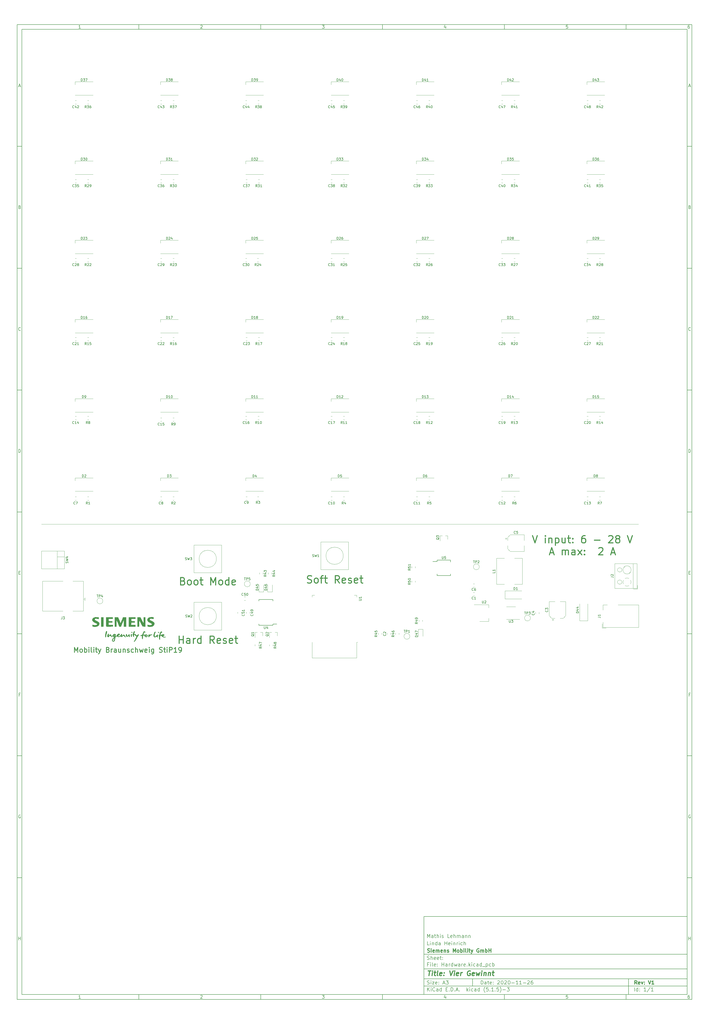
<source format=gbr>
G04 #@! TF.GenerationSoftware,KiCad,Pcbnew,(5.1.5)-3*
G04 #@! TF.CreationDate,2020-12-16T10:40:52+01:00*
G04 #@! TF.ProjectId,Hardware,48617264-7761-4726-952e-6b696361645f,V1*
G04 #@! TF.SameCoordinates,Original*
G04 #@! TF.FileFunction,Legend,Top*
G04 #@! TF.FilePolarity,Positive*
%FSLAX46Y46*%
G04 Gerber Fmt 4.6, Leading zero omitted, Abs format (unit mm)*
G04 Created by KiCad (PCBNEW (5.1.5)-3) date 2020-12-16 10:40:52*
%MOMM*%
%LPD*%
G04 APERTURE LIST*
%ADD10C,0.100000*%
%ADD11C,0.150000*%
%ADD12C,0.300000*%
%ADD13C,0.400000*%
%ADD14C,0.120000*%
%ADD15C,0.010000*%
G04 APERTURE END LIST*
D10*
D11*
X177002200Y-375989000D02*
X177002200Y-407989000D01*
X285002200Y-407989000D01*
X285002200Y-375989000D01*
X177002200Y-375989000D01*
D10*
D11*
X10000000Y-10000000D02*
X10000000Y-409989000D01*
X287002200Y-409989000D01*
X287002200Y-10000000D01*
X10000000Y-10000000D01*
D10*
D11*
X12000000Y-12000000D02*
X12000000Y-407989000D01*
X285002200Y-407989000D01*
X285002200Y-12000000D01*
X12000000Y-12000000D01*
D10*
D11*
X60000000Y-12000000D02*
X60000000Y-10000000D01*
D10*
D11*
X110000000Y-12000000D02*
X110000000Y-10000000D01*
D10*
D11*
X160000000Y-12000000D02*
X160000000Y-10000000D01*
D10*
D11*
X210000000Y-12000000D02*
X210000000Y-10000000D01*
D10*
D11*
X260000000Y-12000000D02*
X260000000Y-10000000D01*
D10*
D11*
X36065476Y-11588095D02*
X35322619Y-11588095D01*
X35694047Y-11588095D02*
X35694047Y-10288095D01*
X35570238Y-10473809D01*
X35446428Y-10597619D01*
X35322619Y-10659523D01*
D10*
D11*
X85322619Y-10411904D02*
X85384523Y-10350000D01*
X85508333Y-10288095D01*
X85817857Y-10288095D01*
X85941666Y-10350000D01*
X86003571Y-10411904D01*
X86065476Y-10535714D01*
X86065476Y-10659523D01*
X86003571Y-10845238D01*
X85260714Y-11588095D01*
X86065476Y-11588095D01*
D10*
D11*
X135260714Y-10288095D02*
X136065476Y-10288095D01*
X135632142Y-10783333D01*
X135817857Y-10783333D01*
X135941666Y-10845238D01*
X136003571Y-10907142D01*
X136065476Y-11030952D01*
X136065476Y-11340476D01*
X136003571Y-11464285D01*
X135941666Y-11526190D01*
X135817857Y-11588095D01*
X135446428Y-11588095D01*
X135322619Y-11526190D01*
X135260714Y-11464285D01*
D10*
D11*
X185941666Y-10721428D02*
X185941666Y-11588095D01*
X185632142Y-10226190D02*
X185322619Y-11154761D01*
X186127380Y-11154761D01*
D10*
D11*
X236003571Y-10288095D02*
X235384523Y-10288095D01*
X235322619Y-10907142D01*
X235384523Y-10845238D01*
X235508333Y-10783333D01*
X235817857Y-10783333D01*
X235941666Y-10845238D01*
X236003571Y-10907142D01*
X236065476Y-11030952D01*
X236065476Y-11340476D01*
X236003571Y-11464285D01*
X235941666Y-11526190D01*
X235817857Y-11588095D01*
X235508333Y-11588095D01*
X235384523Y-11526190D01*
X235322619Y-11464285D01*
D10*
D11*
X285941666Y-10288095D02*
X285694047Y-10288095D01*
X285570238Y-10350000D01*
X285508333Y-10411904D01*
X285384523Y-10597619D01*
X285322619Y-10845238D01*
X285322619Y-11340476D01*
X285384523Y-11464285D01*
X285446428Y-11526190D01*
X285570238Y-11588095D01*
X285817857Y-11588095D01*
X285941666Y-11526190D01*
X286003571Y-11464285D01*
X286065476Y-11340476D01*
X286065476Y-11030952D01*
X286003571Y-10907142D01*
X285941666Y-10845238D01*
X285817857Y-10783333D01*
X285570238Y-10783333D01*
X285446428Y-10845238D01*
X285384523Y-10907142D01*
X285322619Y-11030952D01*
D10*
D11*
X60000000Y-407989000D02*
X60000000Y-409989000D01*
D10*
D11*
X110000000Y-407989000D02*
X110000000Y-409989000D01*
D10*
D11*
X160000000Y-407989000D02*
X160000000Y-409989000D01*
D10*
D11*
X210000000Y-407989000D02*
X210000000Y-409989000D01*
D10*
D11*
X260000000Y-407989000D02*
X260000000Y-409989000D01*
D10*
D11*
X36065476Y-409577095D02*
X35322619Y-409577095D01*
X35694047Y-409577095D02*
X35694047Y-408277095D01*
X35570238Y-408462809D01*
X35446428Y-408586619D01*
X35322619Y-408648523D01*
D10*
D11*
X85322619Y-408400904D02*
X85384523Y-408339000D01*
X85508333Y-408277095D01*
X85817857Y-408277095D01*
X85941666Y-408339000D01*
X86003571Y-408400904D01*
X86065476Y-408524714D01*
X86065476Y-408648523D01*
X86003571Y-408834238D01*
X85260714Y-409577095D01*
X86065476Y-409577095D01*
D10*
D11*
X135260714Y-408277095D02*
X136065476Y-408277095D01*
X135632142Y-408772333D01*
X135817857Y-408772333D01*
X135941666Y-408834238D01*
X136003571Y-408896142D01*
X136065476Y-409019952D01*
X136065476Y-409329476D01*
X136003571Y-409453285D01*
X135941666Y-409515190D01*
X135817857Y-409577095D01*
X135446428Y-409577095D01*
X135322619Y-409515190D01*
X135260714Y-409453285D01*
D10*
D11*
X185941666Y-408710428D02*
X185941666Y-409577095D01*
X185632142Y-408215190D02*
X185322619Y-409143761D01*
X186127380Y-409143761D01*
D10*
D11*
X236003571Y-408277095D02*
X235384523Y-408277095D01*
X235322619Y-408896142D01*
X235384523Y-408834238D01*
X235508333Y-408772333D01*
X235817857Y-408772333D01*
X235941666Y-408834238D01*
X236003571Y-408896142D01*
X236065476Y-409019952D01*
X236065476Y-409329476D01*
X236003571Y-409453285D01*
X235941666Y-409515190D01*
X235817857Y-409577095D01*
X235508333Y-409577095D01*
X235384523Y-409515190D01*
X235322619Y-409453285D01*
D10*
D11*
X285941666Y-408277095D02*
X285694047Y-408277095D01*
X285570238Y-408339000D01*
X285508333Y-408400904D01*
X285384523Y-408586619D01*
X285322619Y-408834238D01*
X285322619Y-409329476D01*
X285384523Y-409453285D01*
X285446428Y-409515190D01*
X285570238Y-409577095D01*
X285817857Y-409577095D01*
X285941666Y-409515190D01*
X286003571Y-409453285D01*
X286065476Y-409329476D01*
X286065476Y-409019952D01*
X286003571Y-408896142D01*
X285941666Y-408834238D01*
X285817857Y-408772333D01*
X285570238Y-408772333D01*
X285446428Y-408834238D01*
X285384523Y-408896142D01*
X285322619Y-409019952D01*
D10*
D11*
X10000000Y-60000000D02*
X12000000Y-60000000D01*
D10*
D11*
X10000000Y-110000000D02*
X12000000Y-110000000D01*
D10*
D11*
X10000000Y-160000000D02*
X12000000Y-160000000D01*
D10*
D11*
X10000000Y-210000000D02*
X12000000Y-210000000D01*
D10*
D11*
X10000000Y-260000000D02*
X12000000Y-260000000D01*
D10*
D11*
X10000000Y-310000000D02*
X12000000Y-310000000D01*
D10*
D11*
X10000000Y-360000000D02*
X12000000Y-360000000D01*
D10*
D11*
X10690476Y-35216666D02*
X11309523Y-35216666D01*
X10566666Y-35588095D02*
X11000000Y-34288095D01*
X11433333Y-35588095D01*
D10*
D11*
X11092857Y-84907142D02*
X11278571Y-84969047D01*
X11340476Y-85030952D01*
X11402380Y-85154761D01*
X11402380Y-85340476D01*
X11340476Y-85464285D01*
X11278571Y-85526190D01*
X11154761Y-85588095D01*
X10659523Y-85588095D01*
X10659523Y-84288095D01*
X11092857Y-84288095D01*
X11216666Y-84350000D01*
X11278571Y-84411904D01*
X11340476Y-84535714D01*
X11340476Y-84659523D01*
X11278571Y-84783333D01*
X11216666Y-84845238D01*
X11092857Y-84907142D01*
X10659523Y-84907142D01*
D10*
D11*
X11402380Y-135464285D02*
X11340476Y-135526190D01*
X11154761Y-135588095D01*
X11030952Y-135588095D01*
X10845238Y-135526190D01*
X10721428Y-135402380D01*
X10659523Y-135278571D01*
X10597619Y-135030952D01*
X10597619Y-134845238D01*
X10659523Y-134597619D01*
X10721428Y-134473809D01*
X10845238Y-134350000D01*
X11030952Y-134288095D01*
X11154761Y-134288095D01*
X11340476Y-134350000D01*
X11402380Y-134411904D01*
D10*
D11*
X10659523Y-185588095D02*
X10659523Y-184288095D01*
X10969047Y-184288095D01*
X11154761Y-184350000D01*
X11278571Y-184473809D01*
X11340476Y-184597619D01*
X11402380Y-184845238D01*
X11402380Y-185030952D01*
X11340476Y-185278571D01*
X11278571Y-185402380D01*
X11154761Y-185526190D01*
X10969047Y-185588095D01*
X10659523Y-185588095D01*
D10*
D11*
X10721428Y-234907142D02*
X11154761Y-234907142D01*
X11340476Y-235588095D02*
X10721428Y-235588095D01*
X10721428Y-234288095D01*
X11340476Y-234288095D01*
D10*
D11*
X11185714Y-284907142D02*
X10752380Y-284907142D01*
X10752380Y-285588095D02*
X10752380Y-284288095D01*
X11371428Y-284288095D01*
D10*
D11*
X11340476Y-334350000D02*
X11216666Y-334288095D01*
X11030952Y-334288095D01*
X10845238Y-334350000D01*
X10721428Y-334473809D01*
X10659523Y-334597619D01*
X10597619Y-334845238D01*
X10597619Y-335030952D01*
X10659523Y-335278571D01*
X10721428Y-335402380D01*
X10845238Y-335526190D01*
X11030952Y-335588095D01*
X11154761Y-335588095D01*
X11340476Y-335526190D01*
X11402380Y-335464285D01*
X11402380Y-335030952D01*
X11154761Y-335030952D01*
D10*
D11*
X10628571Y-385588095D02*
X10628571Y-384288095D01*
X10628571Y-384907142D02*
X11371428Y-384907142D01*
X11371428Y-385588095D02*
X11371428Y-384288095D01*
D10*
D11*
X287002200Y-60000000D02*
X285002200Y-60000000D01*
D10*
D11*
X287002200Y-110000000D02*
X285002200Y-110000000D01*
D10*
D11*
X287002200Y-160000000D02*
X285002200Y-160000000D01*
D10*
D11*
X287002200Y-210000000D02*
X285002200Y-210000000D01*
D10*
D11*
X287002200Y-260000000D02*
X285002200Y-260000000D01*
D10*
D11*
X287002200Y-310000000D02*
X285002200Y-310000000D01*
D10*
D11*
X287002200Y-360000000D02*
X285002200Y-360000000D01*
D10*
D11*
X285692676Y-35216666D02*
X286311723Y-35216666D01*
X285568866Y-35588095D02*
X286002200Y-34288095D01*
X286435533Y-35588095D01*
D10*
D11*
X286095057Y-84907142D02*
X286280771Y-84969047D01*
X286342676Y-85030952D01*
X286404580Y-85154761D01*
X286404580Y-85340476D01*
X286342676Y-85464285D01*
X286280771Y-85526190D01*
X286156961Y-85588095D01*
X285661723Y-85588095D01*
X285661723Y-84288095D01*
X286095057Y-84288095D01*
X286218866Y-84350000D01*
X286280771Y-84411904D01*
X286342676Y-84535714D01*
X286342676Y-84659523D01*
X286280771Y-84783333D01*
X286218866Y-84845238D01*
X286095057Y-84907142D01*
X285661723Y-84907142D01*
D10*
D11*
X286404580Y-135464285D02*
X286342676Y-135526190D01*
X286156961Y-135588095D01*
X286033152Y-135588095D01*
X285847438Y-135526190D01*
X285723628Y-135402380D01*
X285661723Y-135278571D01*
X285599819Y-135030952D01*
X285599819Y-134845238D01*
X285661723Y-134597619D01*
X285723628Y-134473809D01*
X285847438Y-134350000D01*
X286033152Y-134288095D01*
X286156961Y-134288095D01*
X286342676Y-134350000D01*
X286404580Y-134411904D01*
D10*
D11*
X285661723Y-185588095D02*
X285661723Y-184288095D01*
X285971247Y-184288095D01*
X286156961Y-184350000D01*
X286280771Y-184473809D01*
X286342676Y-184597619D01*
X286404580Y-184845238D01*
X286404580Y-185030952D01*
X286342676Y-185278571D01*
X286280771Y-185402380D01*
X286156961Y-185526190D01*
X285971247Y-185588095D01*
X285661723Y-185588095D01*
D10*
D11*
X285723628Y-234907142D02*
X286156961Y-234907142D01*
X286342676Y-235588095D02*
X285723628Y-235588095D01*
X285723628Y-234288095D01*
X286342676Y-234288095D01*
D10*
D11*
X286187914Y-284907142D02*
X285754580Y-284907142D01*
X285754580Y-285588095D02*
X285754580Y-284288095D01*
X286373628Y-284288095D01*
D10*
D11*
X286342676Y-334350000D02*
X286218866Y-334288095D01*
X286033152Y-334288095D01*
X285847438Y-334350000D01*
X285723628Y-334473809D01*
X285661723Y-334597619D01*
X285599819Y-334845238D01*
X285599819Y-335030952D01*
X285661723Y-335278571D01*
X285723628Y-335402380D01*
X285847438Y-335526190D01*
X286033152Y-335588095D01*
X286156961Y-335588095D01*
X286342676Y-335526190D01*
X286404580Y-335464285D01*
X286404580Y-335030952D01*
X286156961Y-335030952D01*
D10*
D11*
X285630771Y-385588095D02*
X285630771Y-384288095D01*
X285630771Y-384907142D02*
X286373628Y-384907142D01*
X286373628Y-385588095D02*
X286373628Y-384288095D01*
D10*
D11*
X200434342Y-403767571D02*
X200434342Y-402267571D01*
X200791485Y-402267571D01*
X201005771Y-402339000D01*
X201148628Y-402481857D01*
X201220057Y-402624714D01*
X201291485Y-402910428D01*
X201291485Y-403124714D01*
X201220057Y-403410428D01*
X201148628Y-403553285D01*
X201005771Y-403696142D01*
X200791485Y-403767571D01*
X200434342Y-403767571D01*
X202577200Y-403767571D02*
X202577200Y-402981857D01*
X202505771Y-402839000D01*
X202362914Y-402767571D01*
X202077200Y-402767571D01*
X201934342Y-402839000D01*
X202577200Y-403696142D02*
X202434342Y-403767571D01*
X202077200Y-403767571D01*
X201934342Y-403696142D01*
X201862914Y-403553285D01*
X201862914Y-403410428D01*
X201934342Y-403267571D01*
X202077200Y-403196142D01*
X202434342Y-403196142D01*
X202577200Y-403124714D01*
X203077200Y-402767571D02*
X203648628Y-402767571D01*
X203291485Y-402267571D02*
X203291485Y-403553285D01*
X203362914Y-403696142D01*
X203505771Y-403767571D01*
X203648628Y-403767571D01*
X204720057Y-403696142D02*
X204577200Y-403767571D01*
X204291485Y-403767571D01*
X204148628Y-403696142D01*
X204077200Y-403553285D01*
X204077200Y-402981857D01*
X204148628Y-402839000D01*
X204291485Y-402767571D01*
X204577200Y-402767571D01*
X204720057Y-402839000D01*
X204791485Y-402981857D01*
X204791485Y-403124714D01*
X204077200Y-403267571D01*
X205434342Y-403624714D02*
X205505771Y-403696142D01*
X205434342Y-403767571D01*
X205362914Y-403696142D01*
X205434342Y-403624714D01*
X205434342Y-403767571D01*
X205434342Y-402839000D02*
X205505771Y-402910428D01*
X205434342Y-402981857D01*
X205362914Y-402910428D01*
X205434342Y-402839000D01*
X205434342Y-402981857D01*
X207220057Y-402410428D02*
X207291485Y-402339000D01*
X207434342Y-402267571D01*
X207791485Y-402267571D01*
X207934342Y-402339000D01*
X208005771Y-402410428D01*
X208077200Y-402553285D01*
X208077200Y-402696142D01*
X208005771Y-402910428D01*
X207148628Y-403767571D01*
X208077200Y-403767571D01*
X209005771Y-402267571D02*
X209148628Y-402267571D01*
X209291485Y-402339000D01*
X209362914Y-402410428D01*
X209434342Y-402553285D01*
X209505771Y-402839000D01*
X209505771Y-403196142D01*
X209434342Y-403481857D01*
X209362914Y-403624714D01*
X209291485Y-403696142D01*
X209148628Y-403767571D01*
X209005771Y-403767571D01*
X208862914Y-403696142D01*
X208791485Y-403624714D01*
X208720057Y-403481857D01*
X208648628Y-403196142D01*
X208648628Y-402839000D01*
X208720057Y-402553285D01*
X208791485Y-402410428D01*
X208862914Y-402339000D01*
X209005771Y-402267571D01*
X210077200Y-402410428D02*
X210148628Y-402339000D01*
X210291485Y-402267571D01*
X210648628Y-402267571D01*
X210791485Y-402339000D01*
X210862914Y-402410428D01*
X210934342Y-402553285D01*
X210934342Y-402696142D01*
X210862914Y-402910428D01*
X210005771Y-403767571D01*
X210934342Y-403767571D01*
X211862914Y-402267571D02*
X212005771Y-402267571D01*
X212148628Y-402339000D01*
X212220057Y-402410428D01*
X212291485Y-402553285D01*
X212362914Y-402839000D01*
X212362914Y-403196142D01*
X212291485Y-403481857D01*
X212220057Y-403624714D01*
X212148628Y-403696142D01*
X212005771Y-403767571D01*
X211862914Y-403767571D01*
X211720057Y-403696142D01*
X211648628Y-403624714D01*
X211577200Y-403481857D01*
X211505771Y-403196142D01*
X211505771Y-402839000D01*
X211577200Y-402553285D01*
X211648628Y-402410428D01*
X211720057Y-402339000D01*
X211862914Y-402267571D01*
X213005771Y-403196142D02*
X214148628Y-403196142D01*
X215648628Y-403767571D02*
X214791485Y-403767571D01*
X215220057Y-403767571D02*
X215220057Y-402267571D01*
X215077200Y-402481857D01*
X214934342Y-402624714D01*
X214791485Y-402696142D01*
X217077200Y-403767571D02*
X216220057Y-403767571D01*
X216648628Y-403767571D02*
X216648628Y-402267571D01*
X216505771Y-402481857D01*
X216362914Y-402624714D01*
X216220057Y-402696142D01*
X217720057Y-403196142D02*
X218862914Y-403196142D01*
X219505771Y-402410428D02*
X219577200Y-402339000D01*
X219720057Y-402267571D01*
X220077200Y-402267571D01*
X220220057Y-402339000D01*
X220291485Y-402410428D01*
X220362914Y-402553285D01*
X220362914Y-402696142D01*
X220291485Y-402910428D01*
X219434342Y-403767571D01*
X220362914Y-403767571D01*
X221648628Y-402267571D02*
X221362914Y-402267571D01*
X221220057Y-402339000D01*
X221148628Y-402410428D01*
X221005771Y-402624714D01*
X220934342Y-402910428D01*
X220934342Y-403481857D01*
X221005771Y-403624714D01*
X221077200Y-403696142D01*
X221220057Y-403767571D01*
X221505771Y-403767571D01*
X221648628Y-403696142D01*
X221720057Y-403624714D01*
X221791485Y-403481857D01*
X221791485Y-403124714D01*
X221720057Y-402981857D01*
X221648628Y-402910428D01*
X221505771Y-402839000D01*
X221220057Y-402839000D01*
X221077200Y-402910428D01*
X221005771Y-402981857D01*
X220934342Y-403124714D01*
D10*
D11*
X177002200Y-404489000D02*
X285002200Y-404489000D01*
D10*
D11*
X178434342Y-406567571D02*
X178434342Y-405067571D01*
X179291485Y-406567571D02*
X178648628Y-405710428D01*
X179291485Y-405067571D02*
X178434342Y-405924714D01*
X179934342Y-406567571D02*
X179934342Y-405567571D01*
X179934342Y-405067571D02*
X179862914Y-405139000D01*
X179934342Y-405210428D01*
X180005771Y-405139000D01*
X179934342Y-405067571D01*
X179934342Y-405210428D01*
X181505771Y-406424714D02*
X181434342Y-406496142D01*
X181220057Y-406567571D01*
X181077200Y-406567571D01*
X180862914Y-406496142D01*
X180720057Y-406353285D01*
X180648628Y-406210428D01*
X180577200Y-405924714D01*
X180577200Y-405710428D01*
X180648628Y-405424714D01*
X180720057Y-405281857D01*
X180862914Y-405139000D01*
X181077200Y-405067571D01*
X181220057Y-405067571D01*
X181434342Y-405139000D01*
X181505771Y-405210428D01*
X182791485Y-406567571D02*
X182791485Y-405781857D01*
X182720057Y-405639000D01*
X182577200Y-405567571D01*
X182291485Y-405567571D01*
X182148628Y-405639000D01*
X182791485Y-406496142D02*
X182648628Y-406567571D01*
X182291485Y-406567571D01*
X182148628Y-406496142D01*
X182077200Y-406353285D01*
X182077200Y-406210428D01*
X182148628Y-406067571D01*
X182291485Y-405996142D01*
X182648628Y-405996142D01*
X182791485Y-405924714D01*
X184148628Y-406567571D02*
X184148628Y-405067571D01*
X184148628Y-406496142D02*
X184005771Y-406567571D01*
X183720057Y-406567571D01*
X183577200Y-406496142D01*
X183505771Y-406424714D01*
X183434342Y-406281857D01*
X183434342Y-405853285D01*
X183505771Y-405710428D01*
X183577200Y-405639000D01*
X183720057Y-405567571D01*
X184005771Y-405567571D01*
X184148628Y-405639000D01*
X186005771Y-405781857D02*
X186505771Y-405781857D01*
X186720057Y-406567571D02*
X186005771Y-406567571D01*
X186005771Y-405067571D01*
X186720057Y-405067571D01*
X187362914Y-406424714D02*
X187434342Y-406496142D01*
X187362914Y-406567571D01*
X187291485Y-406496142D01*
X187362914Y-406424714D01*
X187362914Y-406567571D01*
X188077200Y-406567571D02*
X188077200Y-405067571D01*
X188434342Y-405067571D01*
X188648628Y-405139000D01*
X188791485Y-405281857D01*
X188862914Y-405424714D01*
X188934342Y-405710428D01*
X188934342Y-405924714D01*
X188862914Y-406210428D01*
X188791485Y-406353285D01*
X188648628Y-406496142D01*
X188434342Y-406567571D01*
X188077200Y-406567571D01*
X189577200Y-406424714D02*
X189648628Y-406496142D01*
X189577200Y-406567571D01*
X189505771Y-406496142D01*
X189577200Y-406424714D01*
X189577200Y-406567571D01*
X190220057Y-406139000D02*
X190934342Y-406139000D01*
X190077200Y-406567571D02*
X190577200Y-405067571D01*
X191077200Y-406567571D01*
X191577200Y-406424714D02*
X191648628Y-406496142D01*
X191577200Y-406567571D01*
X191505771Y-406496142D01*
X191577200Y-406424714D01*
X191577200Y-406567571D01*
X194577200Y-406567571D02*
X194577200Y-405067571D01*
X194720057Y-405996142D02*
X195148628Y-406567571D01*
X195148628Y-405567571D02*
X194577200Y-406139000D01*
X195791485Y-406567571D02*
X195791485Y-405567571D01*
X195791485Y-405067571D02*
X195720057Y-405139000D01*
X195791485Y-405210428D01*
X195862914Y-405139000D01*
X195791485Y-405067571D01*
X195791485Y-405210428D01*
X197148628Y-406496142D02*
X197005771Y-406567571D01*
X196720057Y-406567571D01*
X196577200Y-406496142D01*
X196505771Y-406424714D01*
X196434342Y-406281857D01*
X196434342Y-405853285D01*
X196505771Y-405710428D01*
X196577200Y-405639000D01*
X196720057Y-405567571D01*
X197005771Y-405567571D01*
X197148628Y-405639000D01*
X198434342Y-406567571D02*
X198434342Y-405781857D01*
X198362914Y-405639000D01*
X198220057Y-405567571D01*
X197934342Y-405567571D01*
X197791485Y-405639000D01*
X198434342Y-406496142D02*
X198291485Y-406567571D01*
X197934342Y-406567571D01*
X197791485Y-406496142D01*
X197720057Y-406353285D01*
X197720057Y-406210428D01*
X197791485Y-406067571D01*
X197934342Y-405996142D01*
X198291485Y-405996142D01*
X198434342Y-405924714D01*
X199791485Y-406567571D02*
X199791485Y-405067571D01*
X199791485Y-406496142D02*
X199648628Y-406567571D01*
X199362914Y-406567571D01*
X199220057Y-406496142D01*
X199148628Y-406424714D01*
X199077200Y-406281857D01*
X199077200Y-405853285D01*
X199148628Y-405710428D01*
X199220057Y-405639000D01*
X199362914Y-405567571D01*
X199648628Y-405567571D01*
X199791485Y-405639000D01*
X202077200Y-407139000D02*
X202005771Y-407067571D01*
X201862914Y-406853285D01*
X201791485Y-406710428D01*
X201720057Y-406496142D01*
X201648628Y-406139000D01*
X201648628Y-405853285D01*
X201720057Y-405496142D01*
X201791485Y-405281857D01*
X201862914Y-405139000D01*
X202005771Y-404924714D01*
X202077200Y-404853285D01*
X203362914Y-405067571D02*
X202648628Y-405067571D01*
X202577200Y-405781857D01*
X202648628Y-405710428D01*
X202791485Y-405639000D01*
X203148628Y-405639000D01*
X203291485Y-405710428D01*
X203362914Y-405781857D01*
X203434342Y-405924714D01*
X203434342Y-406281857D01*
X203362914Y-406424714D01*
X203291485Y-406496142D01*
X203148628Y-406567571D01*
X202791485Y-406567571D01*
X202648628Y-406496142D01*
X202577200Y-406424714D01*
X204077200Y-406424714D02*
X204148628Y-406496142D01*
X204077200Y-406567571D01*
X204005771Y-406496142D01*
X204077200Y-406424714D01*
X204077200Y-406567571D01*
X205577200Y-406567571D02*
X204720057Y-406567571D01*
X205148628Y-406567571D02*
X205148628Y-405067571D01*
X205005771Y-405281857D01*
X204862914Y-405424714D01*
X204720057Y-405496142D01*
X206220057Y-406424714D02*
X206291485Y-406496142D01*
X206220057Y-406567571D01*
X206148628Y-406496142D01*
X206220057Y-406424714D01*
X206220057Y-406567571D01*
X207648628Y-405067571D02*
X206934342Y-405067571D01*
X206862914Y-405781857D01*
X206934342Y-405710428D01*
X207077200Y-405639000D01*
X207434342Y-405639000D01*
X207577200Y-405710428D01*
X207648628Y-405781857D01*
X207720057Y-405924714D01*
X207720057Y-406281857D01*
X207648628Y-406424714D01*
X207577200Y-406496142D01*
X207434342Y-406567571D01*
X207077200Y-406567571D01*
X206934342Y-406496142D01*
X206862914Y-406424714D01*
X208220057Y-407139000D02*
X208291485Y-407067571D01*
X208434342Y-406853285D01*
X208505771Y-406710428D01*
X208577200Y-406496142D01*
X208648628Y-406139000D01*
X208648628Y-405853285D01*
X208577200Y-405496142D01*
X208505771Y-405281857D01*
X208434342Y-405139000D01*
X208291485Y-404924714D01*
X208220057Y-404853285D01*
X209362914Y-405996142D02*
X210505771Y-405996142D01*
X211077200Y-405067571D02*
X212005771Y-405067571D01*
X211505771Y-405639000D01*
X211720057Y-405639000D01*
X211862914Y-405710428D01*
X211934342Y-405781857D01*
X212005771Y-405924714D01*
X212005771Y-406281857D01*
X211934342Y-406424714D01*
X211862914Y-406496142D01*
X211720057Y-406567571D01*
X211291485Y-406567571D01*
X211148628Y-406496142D01*
X211077200Y-406424714D01*
D10*
D11*
X177002200Y-401489000D02*
X285002200Y-401489000D01*
D10*
D12*
X264411485Y-403767571D02*
X263911485Y-403053285D01*
X263554342Y-403767571D02*
X263554342Y-402267571D01*
X264125771Y-402267571D01*
X264268628Y-402339000D01*
X264340057Y-402410428D01*
X264411485Y-402553285D01*
X264411485Y-402767571D01*
X264340057Y-402910428D01*
X264268628Y-402981857D01*
X264125771Y-403053285D01*
X263554342Y-403053285D01*
X265625771Y-403696142D02*
X265482914Y-403767571D01*
X265197200Y-403767571D01*
X265054342Y-403696142D01*
X264982914Y-403553285D01*
X264982914Y-402981857D01*
X265054342Y-402839000D01*
X265197200Y-402767571D01*
X265482914Y-402767571D01*
X265625771Y-402839000D01*
X265697200Y-402981857D01*
X265697200Y-403124714D01*
X264982914Y-403267571D01*
X266197200Y-402767571D02*
X266554342Y-403767571D01*
X266911485Y-402767571D01*
X267482914Y-403624714D02*
X267554342Y-403696142D01*
X267482914Y-403767571D01*
X267411485Y-403696142D01*
X267482914Y-403624714D01*
X267482914Y-403767571D01*
X267482914Y-402839000D02*
X267554342Y-402910428D01*
X267482914Y-402981857D01*
X267411485Y-402910428D01*
X267482914Y-402839000D01*
X267482914Y-402981857D01*
X269125771Y-402267571D02*
X269625771Y-403767571D01*
X270125771Y-402267571D01*
X271411485Y-403767571D02*
X270554342Y-403767571D01*
X270982914Y-403767571D02*
X270982914Y-402267571D01*
X270840057Y-402481857D01*
X270697200Y-402624714D01*
X270554342Y-402696142D01*
D10*
D11*
X178362914Y-403696142D02*
X178577200Y-403767571D01*
X178934342Y-403767571D01*
X179077200Y-403696142D01*
X179148628Y-403624714D01*
X179220057Y-403481857D01*
X179220057Y-403339000D01*
X179148628Y-403196142D01*
X179077200Y-403124714D01*
X178934342Y-403053285D01*
X178648628Y-402981857D01*
X178505771Y-402910428D01*
X178434342Y-402839000D01*
X178362914Y-402696142D01*
X178362914Y-402553285D01*
X178434342Y-402410428D01*
X178505771Y-402339000D01*
X178648628Y-402267571D01*
X179005771Y-402267571D01*
X179220057Y-402339000D01*
X179862914Y-403767571D02*
X179862914Y-402767571D01*
X179862914Y-402267571D02*
X179791485Y-402339000D01*
X179862914Y-402410428D01*
X179934342Y-402339000D01*
X179862914Y-402267571D01*
X179862914Y-402410428D01*
X180434342Y-402767571D02*
X181220057Y-402767571D01*
X180434342Y-403767571D01*
X181220057Y-403767571D01*
X182362914Y-403696142D02*
X182220057Y-403767571D01*
X181934342Y-403767571D01*
X181791485Y-403696142D01*
X181720057Y-403553285D01*
X181720057Y-402981857D01*
X181791485Y-402839000D01*
X181934342Y-402767571D01*
X182220057Y-402767571D01*
X182362914Y-402839000D01*
X182434342Y-402981857D01*
X182434342Y-403124714D01*
X181720057Y-403267571D01*
X183077200Y-403624714D02*
X183148628Y-403696142D01*
X183077200Y-403767571D01*
X183005771Y-403696142D01*
X183077200Y-403624714D01*
X183077200Y-403767571D01*
X183077200Y-402839000D02*
X183148628Y-402910428D01*
X183077200Y-402981857D01*
X183005771Y-402910428D01*
X183077200Y-402839000D01*
X183077200Y-402981857D01*
X184862914Y-403339000D02*
X185577200Y-403339000D01*
X184720057Y-403767571D02*
X185220057Y-402267571D01*
X185720057Y-403767571D01*
X186077200Y-402267571D02*
X187005771Y-402267571D01*
X186505771Y-402839000D01*
X186720057Y-402839000D01*
X186862914Y-402910428D01*
X186934342Y-402981857D01*
X187005771Y-403124714D01*
X187005771Y-403481857D01*
X186934342Y-403624714D01*
X186862914Y-403696142D01*
X186720057Y-403767571D01*
X186291485Y-403767571D01*
X186148628Y-403696142D01*
X186077200Y-403624714D01*
D10*
D11*
X263434342Y-406567571D02*
X263434342Y-405067571D01*
X264791485Y-406567571D02*
X264791485Y-405067571D01*
X264791485Y-406496142D02*
X264648628Y-406567571D01*
X264362914Y-406567571D01*
X264220057Y-406496142D01*
X264148628Y-406424714D01*
X264077200Y-406281857D01*
X264077200Y-405853285D01*
X264148628Y-405710428D01*
X264220057Y-405639000D01*
X264362914Y-405567571D01*
X264648628Y-405567571D01*
X264791485Y-405639000D01*
X265505771Y-406424714D02*
X265577200Y-406496142D01*
X265505771Y-406567571D01*
X265434342Y-406496142D01*
X265505771Y-406424714D01*
X265505771Y-406567571D01*
X265505771Y-405639000D02*
X265577200Y-405710428D01*
X265505771Y-405781857D01*
X265434342Y-405710428D01*
X265505771Y-405639000D01*
X265505771Y-405781857D01*
X268148628Y-406567571D02*
X267291485Y-406567571D01*
X267720057Y-406567571D02*
X267720057Y-405067571D01*
X267577200Y-405281857D01*
X267434342Y-405424714D01*
X267291485Y-405496142D01*
X269862914Y-404996142D02*
X268577200Y-406924714D01*
X271148628Y-406567571D02*
X270291485Y-406567571D01*
X270720057Y-406567571D02*
X270720057Y-405067571D01*
X270577200Y-405281857D01*
X270434342Y-405424714D01*
X270291485Y-405496142D01*
D10*
D11*
X177002200Y-397489000D02*
X285002200Y-397489000D01*
D10*
D13*
X178714580Y-398193761D02*
X179857438Y-398193761D01*
X179036009Y-400193761D02*
X179286009Y-398193761D01*
X180274104Y-400193761D02*
X180440771Y-398860428D01*
X180524104Y-398193761D02*
X180416961Y-398289000D01*
X180500295Y-398384238D01*
X180607438Y-398289000D01*
X180524104Y-398193761D01*
X180500295Y-398384238D01*
X181107438Y-398860428D02*
X181869342Y-398860428D01*
X181476485Y-398193761D02*
X181262200Y-399908047D01*
X181333628Y-400098523D01*
X181512200Y-400193761D01*
X181702676Y-400193761D01*
X182655057Y-400193761D02*
X182476485Y-400098523D01*
X182405057Y-399908047D01*
X182619342Y-398193761D01*
X184190771Y-400098523D02*
X183988390Y-400193761D01*
X183607438Y-400193761D01*
X183428866Y-400098523D01*
X183357438Y-399908047D01*
X183452676Y-399146142D01*
X183571723Y-398955666D01*
X183774104Y-398860428D01*
X184155057Y-398860428D01*
X184333628Y-398955666D01*
X184405057Y-399146142D01*
X184381247Y-399336619D01*
X183405057Y-399527095D01*
X185155057Y-400003285D02*
X185238390Y-400098523D01*
X185131247Y-400193761D01*
X185047914Y-400098523D01*
X185155057Y-400003285D01*
X185131247Y-400193761D01*
X185286009Y-398955666D02*
X185369342Y-399050904D01*
X185262200Y-399146142D01*
X185178866Y-399050904D01*
X185286009Y-398955666D01*
X185262200Y-399146142D01*
X187571723Y-398193761D02*
X187988390Y-400193761D01*
X188905057Y-398193761D01*
X189321723Y-400193761D02*
X189488390Y-398860428D01*
X189571723Y-398193761D02*
X189464580Y-398289000D01*
X189547914Y-398384238D01*
X189655057Y-398289000D01*
X189571723Y-398193761D01*
X189547914Y-398384238D01*
X191047914Y-400098523D02*
X190845533Y-400193761D01*
X190464580Y-400193761D01*
X190286009Y-400098523D01*
X190214580Y-399908047D01*
X190309819Y-399146142D01*
X190428866Y-398955666D01*
X190631247Y-398860428D01*
X191012200Y-398860428D01*
X191190771Y-398955666D01*
X191262200Y-399146142D01*
X191238390Y-399336619D01*
X190262200Y-399527095D01*
X191988390Y-400193761D02*
X192155057Y-398860428D01*
X192107438Y-399241380D02*
X192226485Y-399050904D01*
X192333628Y-398955666D01*
X192536009Y-398860428D01*
X192726485Y-398860428D01*
X196036009Y-398289000D02*
X195857438Y-398193761D01*
X195571723Y-398193761D01*
X195274104Y-398289000D01*
X195059819Y-398479476D01*
X194940771Y-398669952D01*
X194797914Y-399050904D01*
X194762200Y-399336619D01*
X194809819Y-399717571D01*
X194881247Y-399908047D01*
X195047914Y-400098523D01*
X195321723Y-400193761D01*
X195512200Y-400193761D01*
X195809819Y-400098523D01*
X195916961Y-400003285D01*
X196000295Y-399336619D01*
X195619342Y-399336619D01*
X197524104Y-400098523D02*
X197321723Y-400193761D01*
X196940771Y-400193761D01*
X196762200Y-400098523D01*
X196690771Y-399908047D01*
X196786009Y-399146142D01*
X196905057Y-398955666D01*
X197107438Y-398860428D01*
X197488390Y-398860428D01*
X197666961Y-398955666D01*
X197738390Y-399146142D01*
X197714580Y-399336619D01*
X196738390Y-399527095D01*
X198440771Y-398860428D02*
X198655057Y-400193761D01*
X199155057Y-399241380D01*
X199416961Y-400193761D01*
X199964580Y-398860428D01*
X200559819Y-400193761D02*
X200726485Y-398860428D01*
X200809819Y-398193761D02*
X200702676Y-398289000D01*
X200786009Y-398384238D01*
X200893152Y-398289000D01*
X200809819Y-398193761D01*
X200786009Y-398384238D01*
X201678866Y-398860428D02*
X201512200Y-400193761D01*
X201655057Y-399050904D02*
X201762200Y-398955666D01*
X201964580Y-398860428D01*
X202250295Y-398860428D01*
X202428866Y-398955666D01*
X202500295Y-399146142D01*
X202369342Y-400193761D01*
X203488390Y-398860428D02*
X203321723Y-400193761D01*
X203464580Y-399050904D02*
X203571723Y-398955666D01*
X203774104Y-398860428D01*
X204059819Y-398860428D01*
X204238390Y-398955666D01*
X204309819Y-399146142D01*
X204178866Y-400193761D01*
X205012200Y-398860428D02*
X205774104Y-398860428D01*
X205381247Y-398193761D02*
X205166961Y-399908047D01*
X205238390Y-400098523D01*
X205416961Y-400193761D01*
X205607438Y-400193761D01*
D10*
D11*
X178934342Y-395581857D02*
X178434342Y-395581857D01*
X178434342Y-396367571D02*
X178434342Y-394867571D01*
X179148628Y-394867571D01*
X179720057Y-396367571D02*
X179720057Y-395367571D01*
X179720057Y-394867571D02*
X179648628Y-394939000D01*
X179720057Y-395010428D01*
X179791485Y-394939000D01*
X179720057Y-394867571D01*
X179720057Y-395010428D01*
X180648628Y-396367571D02*
X180505771Y-396296142D01*
X180434342Y-396153285D01*
X180434342Y-394867571D01*
X181791485Y-396296142D02*
X181648628Y-396367571D01*
X181362914Y-396367571D01*
X181220057Y-396296142D01*
X181148628Y-396153285D01*
X181148628Y-395581857D01*
X181220057Y-395439000D01*
X181362914Y-395367571D01*
X181648628Y-395367571D01*
X181791485Y-395439000D01*
X181862914Y-395581857D01*
X181862914Y-395724714D01*
X181148628Y-395867571D01*
X182505771Y-396224714D02*
X182577200Y-396296142D01*
X182505771Y-396367571D01*
X182434342Y-396296142D01*
X182505771Y-396224714D01*
X182505771Y-396367571D01*
X182505771Y-395439000D02*
X182577200Y-395510428D01*
X182505771Y-395581857D01*
X182434342Y-395510428D01*
X182505771Y-395439000D01*
X182505771Y-395581857D01*
X184362914Y-396367571D02*
X184362914Y-394867571D01*
X184362914Y-395581857D02*
X185220057Y-395581857D01*
X185220057Y-396367571D02*
X185220057Y-394867571D01*
X186577200Y-396367571D02*
X186577200Y-395581857D01*
X186505771Y-395439000D01*
X186362914Y-395367571D01*
X186077200Y-395367571D01*
X185934342Y-395439000D01*
X186577200Y-396296142D02*
X186434342Y-396367571D01*
X186077200Y-396367571D01*
X185934342Y-396296142D01*
X185862914Y-396153285D01*
X185862914Y-396010428D01*
X185934342Y-395867571D01*
X186077200Y-395796142D01*
X186434342Y-395796142D01*
X186577200Y-395724714D01*
X187291485Y-396367571D02*
X187291485Y-395367571D01*
X187291485Y-395653285D02*
X187362914Y-395510428D01*
X187434342Y-395439000D01*
X187577200Y-395367571D01*
X187720057Y-395367571D01*
X188862914Y-396367571D02*
X188862914Y-394867571D01*
X188862914Y-396296142D02*
X188720057Y-396367571D01*
X188434342Y-396367571D01*
X188291485Y-396296142D01*
X188220057Y-396224714D01*
X188148628Y-396081857D01*
X188148628Y-395653285D01*
X188220057Y-395510428D01*
X188291485Y-395439000D01*
X188434342Y-395367571D01*
X188720057Y-395367571D01*
X188862914Y-395439000D01*
X189434342Y-395367571D02*
X189720057Y-396367571D01*
X190005771Y-395653285D01*
X190291485Y-396367571D01*
X190577200Y-395367571D01*
X191791485Y-396367571D02*
X191791485Y-395581857D01*
X191720057Y-395439000D01*
X191577200Y-395367571D01*
X191291485Y-395367571D01*
X191148628Y-395439000D01*
X191791485Y-396296142D02*
X191648628Y-396367571D01*
X191291485Y-396367571D01*
X191148628Y-396296142D01*
X191077200Y-396153285D01*
X191077200Y-396010428D01*
X191148628Y-395867571D01*
X191291485Y-395796142D01*
X191648628Y-395796142D01*
X191791485Y-395724714D01*
X192505771Y-396367571D02*
X192505771Y-395367571D01*
X192505771Y-395653285D02*
X192577200Y-395510428D01*
X192648628Y-395439000D01*
X192791485Y-395367571D01*
X192934342Y-395367571D01*
X194005771Y-396296142D02*
X193862914Y-396367571D01*
X193577200Y-396367571D01*
X193434342Y-396296142D01*
X193362914Y-396153285D01*
X193362914Y-395581857D01*
X193434342Y-395439000D01*
X193577200Y-395367571D01*
X193862914Y-395367571D01*
X194005771Y-395439000D01*
X194077200Y-395581857D01*
X194077200Y-395724714D01*
X193362914Y-395867571D01*
X194720057Y-396224714D02*
X194791485Y-396296142D01*
X194720057Y-396367571D01*
X194648628Y-396296142D01*
X194720057Y-396224714D01*
X194720057Y-396367571D01*
X195434342Y-396367571D02*
X195434342Y-394867571D01*
X195577200Y-395796142D02*
X196005771Y-396367571D01*
X196005771Y-395367571D02*
X195434342Y-395939000D01*
X196648628Y-396367571D02*
X196648628Y-395367571D01*
X196648628Y-394867571D02*
X196577200Y-394939000D01*
X196648628Y-395010428D01*
X196720057Y-394939000D01*
X196648628Y-394867571D01*
X196648628Y-395010428D01*
X198005771Y-396296142D02*
X197862914Y-396367571D01*
X197577200Y-396367571D01*
X197434342Y-396296142D01*
X197362914Y-396224714D01*
X197291485Y-396081857D01*
X197291485Y-395653285D01*
X197362914Y-395510428D01*
X197434342Y-395439000D01*
X197577200Y-395367571D01*
X197862914Y-395367571D01*
X198005771Y-395439000D01*
X199291485Y-396367571D02*
X199291485Y-395581857D01*
X199220057Y-395439000D01*
X199077200Y-395367571D01*
X198791485Y-395367571D01*
X198648628Y-395439000D01*
X199291485Y-396296142D02*
X199148628Y-396367571D01*
X198791485Y-396367571D01*
X198648628Y-396296142D01*
X198577200Y-396153285D01*
X198577200Y-396010428D01*
X198648628Y-395867571D01*
X198791485Y-395796142D01*
X199148628Y-395796142D01*
X199291485Y-395724714D01*
X200648628Y-396367571D02*
X200648628Y-394867571D01*
X200648628Y-396296142D02*
X200505771Y-396367571D01*
X200220057Y-396367571D01*
X200077200Y-396296142D01*
X200005771Y-396224714D01*
X199934342Y-396081857D01*
X199934342Y-395653285D01*
X200005771Y-395510428D01*
X200077200Y-395439000D01*
X200220057Y-395367571D01*
X200505771Y-395367571D01*
X200648628Y-395439000D01*
X201005771Y-396510428D02*
X202148628Y-396510428D01*
X202505771Y-395367571D02*
X202505771Y-396867571D01*
X202505771Y-395439000D02*
X202648628Y-395367571D01*
X202934342Y-395367571D01*
X203077200Y-395439000D01*
X203148628Y-395510428D01*
X203220057Y-395653285D01*
X203220057Y-396081857D01*
X203148628Y-396224714D01*
X203077200Y-396296142D01*
X202934342Y-396367571D01*
X202648628Y-396367571D01*
X202505771Y-396296142D01*
X204505771Y-396296142D02*
X204362914Y-396367571D01*
X204077200Y-396367571D01*
X203934342Y-396296142D01*
X203862914Y-396224714D01*
X203791485Y-396081857D01*
X203791485Y-395653285D01*
X203862914Y-395510428D01*
X203934342Y-395439000D01*
X204077200Y-395367571D01*
X204362914Y-395367571D01*
X204505771Y-395439000D01*
X205148628Y-396367571D02*
X205148628Y-394867571D01*
X205148628Y-395439000D02*
X205291485Y-395367571D01*
X205577200Y-395367571D01*
X205720057Y-395439000D01*
X205791485Y-395510428D01*
X205862914Y-395653285D01*
X205862914Y-396081857D01*
X205791485Y-396224714D01*
X205720057Y-396296142D01*
X205577200Y-396367571D01*
X205291485Y-396367571D01*
X205148628Y-396296142D01*
D10*
D11*
X177002200Y-391489000D02*
X285002200Y-391489000D01*
D10*
D11*
X178362914Y-393596142D02*
X178577200Y-393667571D01*
X178934342Y-393667571D01*
X179077200Y-393596142D01*
X179148628Y-393524714D01*
X179220057Y-393381857D01*
X179220057Y-393239000D01*
X179148628Y-393096142D01*
X179077200Y-393024714D01*
X178934342Y-392953285D01*
X178648628Y-392881857D01*
X178505771Y-392810428D01*
X178434342Y-392739000D01*
X178362914Y-392596142D01*
X178362914Y-392453285D01*
X178434342Y-392310428D01*
X178505771Y-392239000D01*
X178648628Y-392167571D01*
X179005771Y-392167571D01*
X179220057Y-392239000D01*
X179862914Y-393667571D02*
X179862914Y-392167571D01*
X180505771Y-393667571D02*
X180505771Y-392881857D01*
X180434342Y-392739000D01*
X180291485Y-392667571D01*
X180077200Y-392667571D01*
X179934342Y-392739000D01*
X179862914Y-392810428D01*
X181791485Y-393596142D02*
X181648628Y-393667571D01*
X181362914Y-393667571D01*
X181220057Y-393596142D01*
X181148628Y-393453285D01*
X181148628Y-392881857D01*
X181220057Y-392739000D01*
X181362914Y-392667571D01*
X181648628Y-392667571D01*
X181791485Y-392739000D01*
X181862914Y-392881857D01*
X181862914Y-393024714D01*
X181148628Y-393167571D01*
X183077200Y-393596142D02*
X182934342Y-393667571D01*
X182648628Y-393667571D01*
X182505771Y-393596142D01*
X182434342Y-393453285D01*
X182434342Y-392881857D01*
X182505771Y-392739000D01*
X182648628Y-392667571D01*
X182934342Y-392667571D01*
X183077200Y-392739000D01*
X183148628Y-392881857D01*
X183148628Y-393024714D01*
X182434342Y-393167571D01*
X183577200Y-392667571D02*
X184148628Y-392667571D01*
X183791485Y-392167571D02*
X183791485Y-393453285D01*
X183862914Y-393596142D01*
X184005771Y-393667571D01*
X184148628Y-393667571D01*
X184648628Y-393524714D02*
X184720057Y-393596142D01*
X184648628Y-393667571D01*
X184577200Y-393596142D01*
X184648628Y-393524714D01*
X184648628Y-393667571D01*
X184648628Y-392739000D02*
X184720057Y-392810428D01*
X184648628Y-392881857D01*
X184577200Y-392810428D01*
X184648628Y-392739000D01*
X184648628Y-392881857D01*
D10*
D12*
X178482914Y-390596142D02*
X178697200Y-390667571D01*
X179054342Y-390667571D01*
X179197200Y-390596142D01*
X179268628Y-390524714D01*
X179340057Y-390381857D01*
X179340057Y-390239000D01*
X179268628Y-390096142D01*
X179197200Y-390024714D01*
X179054342Y-389953285D01*
X178768628Y-389881857D01*
X178625771Y-389810428D01*
X178554342Y-389739000D01*
X178482914Y-389596142D01*
X178482914Y-389453285D01*
X178554342Y-389310428D01*
X178625771Y-389239000D01*
X178768628Y-389167571D01*
X179125771Y-389167571D01*
X179340057Y-389239000D01*
X179982914Y-390667571D02*
X179982914Y-389667571D01*
X179982914Y-389167571D02*
X179911485Y-389239000D01*
X179982914Y-389310428D01*
X180054342Y-389239000D01*
X179982914Y-389167571D01*
X179982914Y-389310428D01*
X181268628Y-390596142D02*
X181125771Y-390667571D01*
X180840057Y-390667571D01*
X180697200Y-390596142D01*
X180625771Y-390453285D01*
X180625771Y-389881857D01*
X180697200Y-389739000D01*
X180840057Y-389667571D01*
X181125771Y-389667571D01*
X181268628Y-389739000D01*
X181340057Y-389881857D01*
X181340057Y-390024714D01*
X180625771Y-390167571D01*
X181982914Y-390667571D02*
X181982914Y-389667571D01*
X181982914Y-389810428D02*
X182054342Y-389739000D01*
X182197200Y-389667571D01*
X182411485Y-389667571D01*
X182554342Y-389739000D01*
X182625771Y-389881857D01*
X182625771Y-390667571D01*
X182625771Y-389881857D02*
X182697200Y-389739000D01*
X182840057Y-389667571D01*
X183054342Y-389667571D01*
X183197200Y-389739000D01*
X183268628Y-389881857D01*
X183268628Y-390667571D01*
X184554342Y-390596142D02*
X184411485Y-390667571D01*
X184125771Y-390667571D01*
X183982914Y-390596142D01*
X183911485Y-390453285D01*
X183911485Y-389881857D01*
X183982914Y-389739000D01*
X184125771Y-389667571D01*
X184411485Y-389667571D01*
X184554342Y-389739000D01*
X184625771Y-389881857D01*
X184625771Y-390024714D01*
X183911485Y-390167571D01*
X185268628Y-389667571D02*
X185268628Y-390667571D01*
X185268628Y-389810428D02*
X185340057Y-389739000D01*
X185482914Y-389667571D01*
X185697200Y-389667571D01*
X185840057Y-389739000D01*
X185911485Y-389881857D01*
X185911485Y-390667571D01*
X186554342Y-390596142D02*
X186697200Y-390667571D01*
X186982914Y-390667571D01*
X187125771Y-390596142D01*
X187197200Y-390453285D01*
X187197200Y-390381857D01*
X187125771Y-390239000D01*
X186982914Y-390167571D01*
X186768628Y-390167571D01*
X186625771Y-390096142D01*
X186554342Y-389953285D01*
X186554342Y-389881857D01*
X186625771Y-389739000D01*
X186768628Y-389667571D01*
X186982914Y-389667571D01*
X187125771Y-389739000D01*
X188982914Y-390667571D02*
X188982914Y-389167571D01*
X189482914Y-390239000D01*
X189982914Y-389167571D01*
X189982914Y-390667571D01*
X190911485Y-390667571D02*
X190768628Y-390596142D01*
X190697200Y-390524714D01*
X190625771Y-390381857D01*
X190625771Y-389953285D01*
X190697200Y-389810428D01*
X190768628Y-389739000D01*
X190911485Y-389667571D01*
X191125771Y-389667571D01*
X191268628Y-389739000D01*
X191340057Y-389810428D01*
X191411485Y-389953285D01*
X191411485Y-390381857D01*
X191340057Y-390524714D01*
X191268628Y-390596142D01*
X191125771Y-390667571D01*
X190911485Y-390667571D01*
X192054342Y-390667571D02*
X192054342Y-389167571D01*
X192054342Y-389739000D02*
X192197200Y-389667571D01*
X192482914Y-389667571D01*
X192625771Y-389739000D01*
X192697200Y-389810428D01*
X192768628Y-389953285D01*
X192768628Y-390381857D01*
X192697200Y-390524714D01*
X192625771Y-390596142D01*
X192482914Y-390667571D01*
X192197200Y-390667571D01*
X192054342Y-390596142D01*
X193411485Y-390667571D02*
X193411485Y-389667571D01*
X193411485Y-389167571D02*
X193340057Y-389239000D01*
X193411485Y-389310428D01*
X193482914Y-389239000D01*
X193411485Y-389167571D01*
X193411485Y-389310428D01*
X194340057Y-390667571D02*
X194197200Y-390596142D01*
X194125771Y-390453285D01*
X194125771Y-389167571D01*
X194911485Y-390667571D02*
X194911485Y-389667571D01*
X194911485Y-389167571D02*
X194840057Y-389239000D01*
X194911485Y-389310428D01*
X194982914Y-389239000D01*
X194911485Y-389167571D01*
X194911485Y-389310428D01*
X195411485Y-389667571D02*
X195982914Y-389667571D01*
X195625771Y-389167571D02*
X195625771Y-390453285D01*
X195697200Y-390596142D01*
X195840057Y-390667571D01*
X195982914Y-390667571D01*
X196340057Y-389667571D02*
X196697200Y-390667571D01*
X197054342Y-389667571D02*
X196697200Y-390667571D01*
X196554342Y-391024714D01*
X196482914Y-391096142D01*
X196340057Y-391167571D01*
X199554342Y-389239000D02*
X199411485Y-389167571D01*
X199197200Y-389167571D01*
X198982914Y-389239000D01*
X198840057Y-389381857D01*
X198768628Y-389524714D01*
X198697200Y-389810428D01*
X198697200Y-390024714D01*
X198768628Y-390310428D01*
X198840057Y-390453285D01*
X198982914Y-390596142D01*
X199197200Y-390667571D01*
X199340057Y-390667571D01*
X199554342Y-390596142D01*
X199625771Y-390524714D01*
X199625771Y-390024714D01*
X199340057Y-390024714D01*
X200268628Y-390667571D02*
X200268628Y-389667571D01*
X200268628Y-389810428D02*
X200340057Y-389739000D01*
X200482914Y-389667571D01*
X200697200Y-389667571D01*
X200840057Y-389739000D01*
X200911485Y-389881857D01*
X200911485Y-390667571D01*
X200911485Y-389881857D02*
X200982914Y-389739000D01*
X201125771Y-389667571D01*
X201340057Y-389667571D01*
X201482914Y-389739000D01*
X201554342Y-389881857D01*
X201554342Y-390667571D01*
X202268628Y-390667571D02*
X202268628Y-389167571D01*
X202268628Y-389739000D02*
X202411485Y-389667571D01*
X202697200Y-389667571D01*
X202840057Y-389739000D01*
X202911485Y-389810428D01*
X202982914Y-389953285D01*
X202982914Y-390381857D01*
X202911485Y-390524714D01*
X202840057Y-390596142D01*
X202697200Y-390667571D01*
X202411485Y-390667571D01*
X202268628Y-390596142D01*
X203625771Y-390667571D02*
X203625771Y-389167571D01*
X203625771Y-389881857D02*
X204482914Y-389881857D01*
X204482914Y-390667571D02*
X204482914Y-389167571D01*
D10*
D11*
X179148628Y-387667571D02*
X178434342Y-387667571D01*
X178434342Y-386167571D01*
X179648628Y-387667571D02*
X179648628Y-386667571D01*
X179648628Y-386167571D02*
X179577200Y-386239000D01*
X179648628Y-386310428D01*
X179720057Y-386239000D01*
X179648628Y-386167571D01*
X179648628Y-386310428D01*
X180362914Y-386667571D02*
X180362914Y-387667571D01*
X180362914Y-386810428D02*
X180434342Y-386739000D01*
X180577200Y-386667571D01*
X180791485Y-386667571D01*
X180934342Y-386739000D01*
X181005771Y-386881857D01*
X181005771Y-387667571D01*
X182362914Y-387667571D02*
X182362914Y-386167571D01*
X182362914Y-387596142D02*
X182220057Y-387667571D01*
X181934342Y-387667571D01*
X181791485Y-387596142D01*
X181720057Y-387524714D01*
X181648628Y-387381857D01*
X181648628Y-386953285D01*
X181720057Y-386810428D01*
X181791485Y-386739000D01*
X181934342Y-386667571D01*
X182220057Y-386667571D01*
X182362914Y-386739000D01*
X183720057Y-387667571D02*
X183720057Y-386881857D01*
X183648628Y-386739000D01*
X183505771Y-386667571D01*
X183220057Y-386667571D01*
X183077200Y-386739000D01*
X183720057Y-387596142D02*
X183577200Y-387667571D01*
X183220057Y-387667571D01*
X183077200Y-387596142D01*
X183005771Y-387453285D01*
X183005771Y-387310428D01*
X183077200Y-387167571D01*
X183220057Y-387096142D01*
X183577200Y-387096142D01*
X183720057Y-387024714D01*
X185577200Y-387667571D02*
X185577200Y-386167571D01*
X185577200Y-386881857D02*
X186434342Y-386881857D01*
X186434342Y-387667571D02*
X186434342Y-386167571D01*
X187720057Y-387596142D02*
X187577200Y-387667571D01*
X187291485Y-387667571D01*
X187148628Y-387596142D01*
X187077200Y-387453285D01*
X187077200Y-386881857D01*
X187148628Y-386739000D01*
X187291485Y-386667571D01*
X187577200Y-386667571D01*
X187720057Y-386739000D01*
X187791485Y-386881857D01*
X187791485Y-387024714D01*
X187077200Y-387167571D01*
X188434342Y-387667571D02*
X188434342Y-386667571D01*
X188434342Y-386167571D02*
X188362914Y-386239000D01*
X188434342Y-386310428D01*
X188505771Y-386239000D01*
X188434342Y-386167571D01*
X188434342Y-386310428D01*
X189148628Y-386667571D02*
X189148628Y-387667571D01*
X189148628Y-386810428D02*
X189220057Y-386739000D01*
X189362914Y-386667571D01*
X189577200Y-386667571D01*
X189720057Y-386739000D01*
X189791485Y-386881857D01*
X189791485Y-387667571D01*
X190505771Y-387667571D02*
X190505771Y-386667571D01*
X190505771Y-386953285D02*
X190577200Y-386810428D01*
X190648628Y-386739000D01*
X190791485Y-386667571D01*
X190934342Y-386667571D01*
X191434342Y-387667571D02*
X191434342Y-386667571D01*
X191434342Y-386167571D02*
X191362914Y-386239000D01*
X191434342Y-386310428D01*
X191505771Y-386239000D01*
X191434342Y-386167571D01*
X191434342Y-386310428D01*
X192791485Y-387596142D02*
X192648628Y-387667571D01*
X192362914Y-387667571D01*
X192220057Y-387596142D01*
X192148628Y-387524714D01*
X192077200Y-387381857D01*
X192077200Y-386953285D01*
X192148628Y-386810428D01*
X192220057Y-386739000D01*
X192362914Y-386667571D01*
X192648628Y-386667571D01*
X192791485Y-386739000D01*
X193434342Y-387667571D02*
X193434342Y-386167571D01*
X194077200Y-387667571D02*
X194077200Y-386881857D01*
X194005771Y-386739000D01*
X193862914Y-386667571D01*
X193648628Y-386667571D01*
X193505771Y-386739000D01*
X193434342Y-386810428D01*
D10*
D11*
X178434342Y-384667571D02*
X178434342Y-383167571D01*
X178934342Y-384239000D01*
X179434342Y-383167571D01*
X179434342Y-384667571D01*
X180791485Y-384667571D02*
X180791485Y-383881857D01*
X180720057Y-383739000D01*
X180577200Y-383667571D01*
X180291485Y-383667571D01*
X180148628Y-383739000D01*
X180791485Y-384596142D02*
X180648628Y-384667571D01*
X180291485Y-384667571D01*
X180148628Y-384596142D01*
X180077200Y-384453285D01*
X180077200Y-384310428D01*
X180148628Y-384167571D01*
X180291485Y-384096142D01*
X180648628Y-384096142D01*
X180791485Y-384024714D01*
X181291485Y-383667571D02*
X181862914Y-383667571D01*
X181505771Y-383167571D02*
X181505771Y-384453285D01*
X181577200Y-384596142D01*
X181720057Y-384667571D01*
X181862914Y-384667571D01*
X182362914Y-384667571D02*
X182362914Y-383167571D01*
X183005771Y-384667571D02*
X183005771Y-383881857D01*
X182934342Y-383739000D01*
X182791485Y-383667571D01*
X182577200Y-383667571D01*
X182434342Y-383739000D01*
X182362914Y-383810428D01*
X183720057Y-384667571D02*
X183720057Y-383667571D01*
X183720057Y-383167571D02*
X183648628Y-383239000D01*
X183720057Y-383310428D01*
X183791485Y-383239000D01*
X183720057Y-383167571D01*
X183720057Y-383310428D01*
X184362914Y-384596142D02*
X184505771Y-384667571D01*
X184791485Y-384667571D01*
X184934342Y-384596142D01*
X185005771Y-384453285D01*
X185005771Y-384381857D01*
X184934342Y-384239000D01*
X184791485Y-384167571D01*
X184577200Y-384167571D01*
X184434342Y-384096142D01*
X184362914Y-383953285D01*
X184362914Y-383881857D01*
X184434342Y-383739000D01*
X184577200Y-383667571D01*
X184791485Y-383667571D01*
X184934342Y-383739000D01*
X187505771Y-384667571D02*
X186791485Y-384667571D01*
X186791485Y-383167571D01*
X188577200Y-384596142D02*
X188434342Y-384667571D01*
X188148628Y-384667571D01*
X188005771Y-384596142D01*
X187934342Y-384453285D01*
X187934342Y-383881857D01*
X188005771Y-383739000D01*
X188148628Y-383667571D01*
X188434342Y-383667571D01*
X188577200Y-383739000D01*
X188648628Y-383881857D01*
X188648628Y-384024714D01*
X187934342Y-384167571D01*
X189291485Y-384667571D02*
X189291485Y-383167571D01*
X189934342Y-384667571D02*
X189934342Y-383881857D01*
X189862914Y-383739000D01*
X189720057Y-383667571D01*
X189505771Y-383667571D01*
X189362914Y-383739000D01*
X189291485Y-383810428D01*
X190648628Y-384667571D02*
X190648628Y-383667571D01*
X190648628Y-383810428D02*
X190720057Y-383739000D01*
X190862914Y-383667571D01*
X191077200Y-383667571D01*
X191220057Y-383739000D01*
X191291485Y-383881857D01*
X191291485Y-384667571D01*
X191291485Y-383881857D02*
X191362914Y-383739000D01*
X191505771Y-383667571D01*
X191720057Y-383667571D01*
X191862914Y-383739000D01*
X191934342Y-383881857D01*
X191934342Y-384667571D01*
X193291485Y-384667571D02*
X193291485Y-383881857D01*
X193220057Y-383739000D01*
X193077200Y-383667571D01*
X192791485Y-383667571D01*
X192648628Y-383739000D01*
X193291485Y-384596142D02*
X193148628Y-384667571D01*
X192791485Y-384667571D01*
X192648628Y-384596142D01*
X192577200Y-384453285D01*
X192577200Y-384310428D01*
X192648628Y-384167571D01*
X192791485Y-384096142D01*
X193148628Y-384096142D01*
X193291485Y-384024714D01*
X194005771Y-383667571D02*
X194005771Y-384667571D01*
X194005771Y-383810428D02*
X194077200Y-383739000D01*
X194220057Y-383667571D01*
X194434342Y-383667571D01*
X194577200Y-383739000D01*
X194648628Y-383881857D01*
X194648628Y-384667571D01*
X195362914Y-383667571D02*
X195362914Y-384667571D01*
X195362914Y-383810428D02*
X195434342Y-383739000D01*
X195577200Y-383667571D01*
X195791485Y-383667571D01*
X195934342Y-383739000D01*
X196005771Y-383881857D01*
X196005771Y-384667571D01*
D10*
D11*
X197002200Y-401489000D02*
X197002200Y-404489000D01*
D10*
D11*
X261002200Y-401489000D02*
X261002200Y-407989000D01*
D12*
X33595238Y-267554761D02*
X33595238Y-265554761D01*
X34261904Y-266983333D01*
X34928571Y-265554761D01*
X34928571Y-267554761D01*
X36166666Y-267554761D02*
X35976190Y-267459523D01*
X35880952Y-267364285D01*
X35785714Y-267173809D01*
X35785714Y-266602380D01*
X35880952Y-266411904D01*
X35976190Y-266316666D01*
X36166666Y-266221428D01*
X36452380Y-266221428D01*
X36642857Y-266316666D01*
X36738095Y-266411904D01*
X36833333Y-266602380D01*
X36833333Y-267173809D01*
X36738095Y-267364285D01*
X36642857Y-267459523D01*
X36452380Y-267554761D01*
X36166666Y-267554761D01*
X37690476Y-267554761D02*
X37690476Y-265554761D01*
X37690476Y-266316666D02*
X37880952Y-266221428D01*
X38261904Y-266221428D01*
X38452380Y-266316666D01*
X38547619Y-266411904D01*
X38642857Y-266602380D01*
X38642857Y-267173809D01*
X38547619Y-267364285D01*
X38452380Y-267459523D01*
X38261904Y-267554761D01*
X37880952Y-267554761D01*
X37690476Y-267459523D01*
X39499999Y-267554761D02*
X39499999Y-266221428D01*
X39499999Y-265554761D02*
X39404761Y-265650000D01*
X39499999Y-265745238D01*
X39595238Y-265650000D01*
X39499999Y-265554761D01*
X39499999Y-265745238D01*
X40738095Y-267554761D02*
X40547619Y-267459523D01*
X40452380Y-267269047D01*
X40452380Y-265554761D01*
X41499999Y-267554761D02*
X41499999Y-266221428D01*
X41499999Y-265554761D02*
X41404761Y-265650000D01*
X41499999Y-265745238D01*
X41595238Y-265650000D01*
X41499999Y-265554761D01*
X41499999Y-265745238D01*
X42166666Y-266221428D02*
X42928571Y-266221428D01*
X42452380Y-265554761D02*
X42452380Y-267269047D01*
X42547619Y-267459523D01*
X42738095Y-267554761D01*
X42928571Y-267554761D01*
X43404761Y-266221428D02*
X43880952Y-267554761D01*
X44357142Y-266221428D02*
X43880952Y-267554761D01*
X43690476Y-268030952D01*
X43595238Y-268126190D01*
X43404761Y-268221428D01*
X47309523Y-266507142D02*
X47595238Y-266602380D01*
X47690476Y-266697619D01*
X47785714Y-266888095D01*
X47785714Y-267173809D01*
X47690476Y-267364285D01*
X47595238Y-267459523D01*
X47404761Y-267554761D01*
X46642857Y-267554761D01*
X46642857Y-265554761D01*
X47309523Y-265554761D01*
X47500000Y-265650000D01*
X47595238Y-265745238D01*
X47690476Y-265935714D01*
X47690476Y-266126190D01*
X47595238Y-266316666D01*
X47500000Y-266411904D01*
X47309523Y-266507142D01*
X46642857Y-266507142D01*
X48642857Y-267554761D02*
X48642857Y-266221428D01*
X48642857Y-266602380D02*
X48738095Y-266411904D01*
X48833333Y-266316666D01*
X49023809Y-266221428D01*
X49214285Y-266221428D01*
X50738095Y-267554761D02*
X50738095Y-266507142D01*
X50642857Y-266316666D01*
X50452380Y-266221428D01*
X50071428Y-266221428D01*
X49880952Y-266316666D01*
X50738095Y-267459523D02*
X50547619Y-267554761D01*
X50071428Y-267554761D01*
X49880952Y-267459523D01*
X49785714Y-267269047D01*
X49785714Y-267078571D01*
X49880952Y-266888095D01*
X50071428Y-266792857D01*
X50547619Y-266792857D01*
X50738095Y-266697619D01*
X52547619Y-266221428D02*
X52547619Y-267554761D01*
X51690476Y-266221428D02*
X51690476Y-267269047D01*
X51785714Y-267459523D01*
X51976190Y-267554761D01*
X52261904Y-267554761D01*
X52452380Y-267459523D01*
X52547619Y-267364285D01*
X53500000Y-266221428D02*
X53500000Y-267554761D01*
X53500000Y-266411904D02*
X53595238Y-266316666D01*
X53785714Y-266221428D01*
X54071428Y-266221428D01*
X54261904Y-266316666D01*
X54357142Y-266507142D01*
X54357142Y-267554761D01*
X55214285Y-267459523D02*
X55404761Y-267554761D01*
X55785714Y-267554761D01*
X55976190Y-267459523D01*
X56071428Y-267269047D01*
X56071428Y-267173809D01*
X55976190Y-266983333D01*
X55785714Y-266888095D01*
X55500000Y-266888095D01*
X55309523Y-266792857D01*
X55214285Y-266602380D01*
X55214285Y-266507142D01*
X55309523Y-266316666D01*
X55500000Y-266221428D01*
X55785714Y-266221428D01*
X55976190Y-266316666D01*
X57785714Y-267459523D02*
X57595238Y-267554761D01*
X57214285Y-267554761D01*
X57023809Y-267459523D01*
X56928571Y-267364285D01*
X56833333Y-267173809D01*
X56833333Y-266602380D01*
X56928571Y-266411904D01*
X57023809Y-266316666D01*
X57214285Y-266221428D01*
X57595238Y-266221428D01*
X57785714Y-266316666D01*
X58642857Y-267554761D02*
X58642857Y-265554761D01*
X59500000Y-267554761D02*
X59500000Y-266507142D01*
X59404761Y-266316666D01*
X59214285Y-266221428D01*
X58928571Y-266221428D01*
X58738095Y-266316666D01*
X58642857Y-266411904D01*
X60261904Y-266221428D02*
X60642857Y-267554761D01*
X61023809Y-266602380D01*
X61404761Y-267554761D01*
X61785714Y-266221428D01*
X63309523Y-267459523D02*
X63119047Y-267554761D01*
X62738095Y-267554761D01*
X62547619Y-267459523D01*
X62452380Y-267269047D01*
X62452380Y-266507142D01*
X62547619Y-266316666D01*
X62738095Y-266221428D01*
X63119047Y-266221428D01*
X63309523Y-266316666D01*
X63404761Y-266507142D01*
X63404761Y-266697619D01*
X62452380Y-266888095D01*
X64261904Y-267554761D02*
X64261904Y-266221428D01*
X64261904Y-265554761D02*
X64166666Y-265650000D01*
X64261904Y-265745238D01*
X64357142Y-265650000D01*
X64261904Y-265554761D01*
X64261904Y-265745238D01*
X66071428Y-266221428D02*
X66071428Y-267840476D01*
X65976190Y-268030952D01*
X65880952Y-268126190D01*
X65690476Y-268221428D01*
X65404761Y-268221428D01*
X65214285Y-268126190D01*
X66071428Y-267459523D02*
X65880952Y-267554761D01*
X65499999Y-267554761D01*
X65309523Y-267459523D01*
X65214285Y-267364285D01*
X65119047Y-267173809D01*
X65119047Y-266602380D01*
X65214285Y-266411904D01*
X65309523Y-266316666D01*
X65499999Y-266221428D01*
X65880952Y-266221428D01*
X66071428Y-266316666D01*
X68452380Y-267459523D02*
X68738095Y-267554761D01*
X69214285Y-267554761D01*
X69404761Y-267459523D01*
X69499999Y-267364285D01*
X69595238Y-267173809D01*
X69595238Y-266983333D01*
X69499999Y-266792857D01*
X69404761Y-266697619D01*
X69214285Y-266602380D01*
X68833333Y-266507142D01*
X68642857Y-266411904D01*
X68547619Y-266316666D01*
X68452380Y-266126190D01*
X68452380Y-265935714D01*
X68547619Y-265745238D01*
X68642857Y-265650000D01*
X68833333Y-265554761D01*
X69309523Y-265554761D01*
X69595238Y-265650000D01*
X70166666Y-266221428D02*
X70928571Y-266221428D01*
X70452380Y-265554761D02*
X70452380Y-267269047D01*
X70547619Y-267459523D01*
X70738095Y-267554761D01*
X70928571Y-267554761D01*
X71595238Y-267554761D02*
X71595238Y-266221428D01*
X71595238Y-265554761D02*
X71499999Y-265650000D01*
X71595238Y-265745238D01*
X71690476Y-265650000D01*
X71595238Y-265554761D01*
X71595238Y-265745238D01*
X72547619Y-267554761D02*
X72547619Y-265554761D01*
X73309523Y-265554761D01*
X73499999Y-265650000D01*
X73595238Y-265745238D01*
X73690476Y-265935714D01*
X73690476Y-266221428D01*
X73595238Y-266411904D01*
X73499999Y-266507142D01*
X73309523Y-266602380D01*
X72547619Y-266602380D01*
X75595238Y-267554761D02*
X74452380Y-267554761D01*
X75023809Y-267554761D02*
X75023809Y-265554761D01*
X74833333Y-265840476D01*
X74642857Y-266030952D01*
X74452380Y-266126190D01*
X76547619Y-267554761D02*
X76928571Y-267554761D01*
X77119047Y-267459523D01*
X77214285Y-267364285D01*
X77404761Y-267078571D01*
X77499999Y-266697619D01*
X77499999Y-265935714D01*
X77404761Y-265745238D01*
X77309523Y-265650000D01*
X77119047Y-265554761D01*
X76738095Y-265554761D01*
X76547619Y-265650000D01*
X76452380Y-265745238D01*
X76357142Y-265935714D01*
X76357142Y-266411904D01*
X76452380Y-266602380D01*
X76547619Y-266697619D01*
X76738095Y-266792857D01*
X77119047Y-266792857D01*
X77309523Y-266697619D01*
X77404761Y-266602380D01*
X77499999Y-266411904D01*
D13*
X221500000Y-219657142D02*
X222500000Y-222657142D01*
X223500000Y-219657142D01*
X226785714Y-222657142D02*
X226785714Y-220657142D01*
X226785714Y-219657142D02*
X226642857Y-219800000D01*
X226785714Y-219942857D01*
X226928571Y-219800000D01*
X226785714Y-219657142D01*
X226785714Y-219942857D01*
X228214285Y-220657142D02*
X228214285Y-222657142D01*
X228214285Y-220942857D02*
X228357142Y-220800000D01*
X228642857Y-220657142D01*
X229071428Y-220657142D01*
X229357142Y-220800000D01*
X229500000Y-221085714D01*
X229500000Y-222657142D01*
X230928571Y-220657142D02*
X230928571Y-223657142D01*
X230928571Y-220800000D02*
X231214285Y-220657142D01*
X231785714Y-220657142D01*
X232071428Y-220800000D01*
X232214285Y-220942857D01*
X232357142Y-221228571D01*
X232357142Y-222085714D01*
X232214285Y-222371428D01*
X232071428Y-222514285D01*
X231785714Y-222657142D01*
X231214285Y-222657142D01*
X230928571Y-222514285D01*
X234928571Y-220657142D02*
X234928571Y-222657142D01*
X233642857Y-220657142D02*
X233642857Y-222228571D01*
X233785714Y-222514285D01*
X234071428Y-222657142D01*
X234500000Y-222657142D01*
X234785714Y-222514285D01*
X234928571Y-222371428D01*
X235928571Y-220657142D02*
X237071428Y-220657142D01*
X236357142Y-219657142D02*
X236357142Y-222228571D01*
X236500000Y-222514285D01*
X236785714Y-222657142D01*
X237071428Y-222657142D01*
X238071428Y-222371428D02*
X238214285Y-222514285D01*
X238071428Y-222657142D01*
X237928571Y-222514285D01*
X238071428Y-222371428D01*
X238071428Y-222657142D01*
X238071428Y-220800000D02*
X238214285Y-220942857D01*
X238071428Y-221085714D01*
X237928571Y-220942857D01*
X238071428Y-220800000D01*
X238071428Y-221085714D01*
X243071428Y-219657142D02*
X242500000Y-219657142D01*
X242214285Y-219800000D01*
X242071428Y-219942857D01*
X241785714Y-220371428D01*
X241642857Y-220942857D01*
X241642857Y-222085714D01*
X241785714Y-222371428D01*
X241928571Y-222514285D01*
X242214285Y-222657142D01*
X242785714Y-222657142D01*
X243071428Y-222514285D01*
X243214285Y-222371428D01*
X243357142Y-222085714D01*
X243357142Y-221371428D01*
X243214285Y-221085714D01*
X243071428Y-220942857D01*
X242785714Y-220800000D01*
X242214285Y-220800000D01*
X241928571Y-220942857D01*
X241785714Y-221085714D01*
X241642857Y-221371428D01*
X246928571Y-221514285D02*
X249214285Y-221514285D01*
X252785714Y-219942857D02*
X252928571Y-219800000D01*
X253214285Y-219657142D01*
X253928571Y-219657142D01*
X254214285Y-219800000D01*
X254357142Y-219942857D01*
X254500000Y-220228571D01*
X254500000Y-220514285D01*
X254357142Y-220942857D01*
X252642857Y-222657142D01*
X254500000Y-222657142D01*
X256214285Y-220942857D02*
X255928571Y-220800000D01*
X255785714Y-220657142D01*
X255642857Y-220371428D01*
X255642857Y-220228571D01*
X255785714Y-219942857D01*
X255928571Y-219800000D01*
X256214285Y-219657142D01*
X256785714Y-219657142D01*
X257071428Y-219800000D01*
X257214285Y-219942857D01*
X257357142Y-220228571D01*
X257357142Y-220371428D01*
X257214285Y-220657142D01*
X257071428Y-220800000D01*
X256785714Y-220942857D01*
X256214285Y-220942857D01*
X255928571Y-221085714D01*
X255785714Y-221228571D01*
X255642857Y-221514285D01*
X255642857Y-222085714D01*
X255785714Y-222371428D01*
X255928571Y-222514285D01*
X256214285Y-222657142D01*
X256785714Y-222657142D01*
X257071428Y-222514285D01*
X257214285Y-222371428D01*
X257357142Y-222085714D01*
X257357142Y-221514285D01*
X257214285Y-221228571D01*
X257071428Y-221085714D01*
X256785714Y-220942857D01*
X260500000Y-219657142D02*
X261500000Y-222657142D01*
X262500000Y-219657142D01*
X228714285Y-226700000D02*
X230142857Y-226700000D01*
X228428571Y-227557142D02*
X229428571Y-224557142D01*
X230428571Y-227557142D01*
X233714285Y-227557142D02*
X233714285Y-225557142D01*
X233714285Y-225842857D02*
X233857142Y-225700000D01*
X234142857Y-225557142D01*
X234571428Y-225557142D01*
X234857142Y-225700000D01*
X235000000Y-225985714D01*
X235000000Y-227557142D01*
X235000000Y-225985714D02*
X235142857Y-225700000D01*
X235428571Y-225557142D01*
X235857142Y-225557142D01*
X236142857Y-225700000D01*
X236285714Y-225985714D01*
X236285714Y-227557142D01*
X239000000Y-227557142D02*
X239000000Y-225985714D01*
X238857142Y-225700000D01*
X238571428Y-225557142D01*
X238000000Y-225557142D01*
X237714285Y-225700000D01*
X239000000Y-227414285D02*
X238714285Y-227557142D01*
X238000000Y-227557142D01*
X237714285Y-227414285D01*
X237571428Y-227128571D01*
X237571428Y-226842857D01*
X237714285Y-226557142D01*
X238000000Y-226414285D01*
X238714285Y-226414285D01*
X239000000Y-226271428D01*
X240142857Y-227557142D02*
X241714285Y-225557142D01*
X240142857Y-225557142D02*
X241714285Y-227557142D01*
X242857142Y-227271428D02*
X243000000Y-227414285D01*
X242857142Y-227557142D01*
X242714285Y-227414285D01*
X242857142Y-227271428D01*
X242857142Y-227557142D01*
X242857142Y-225700000D02*
X243000000Y-225842857D01*
X242857142Y-225985714D01*
X242714285Y-225842857D01*
X242857142Y-225700000D01*
X242857142Y-225985714D01*
X248714285Y-224842857D02*
X248857142Y-224700000D01*
X249142857Y-224557142D01*
X249857142Y-224557142D01*
X250142857Y-224700000D01*
X250285714Y-224842857D01*
X250428571Y-225128571D01*
X250428571Y-225414285D01*
X250285714Y-225842857D01*
X248571428Y-227557142D01*
X250428571Y-227557142D01*
X253857142Y-226700000D02*
X255285714Y-226700000D01*
X253571428Y-227557142D02*
X254571428Y-224557142D01*
X255571428Y-227557142D01*
X76479285Y-263866142D02*
X76479285Y-260866142D01*
X76479285Y-262294714D02*
X78193571Y-262294714D01*
X78193571Y-263866142D02*
X78193571Y-260866142D01*
X80907857Y-263866142D02*
X80907857Y-262294714D01*
X80765000Y-262009000D01*
X80479285Y-261866142D01*
X79907857Y-261866142D01*
X79622142Y-262009000D01*
X80907857Y-263723285D02*
X80622142Y-263866142D01*
X79907857Y-263866142D01*
X79622142Y-263723285D01*
X79479285Y-263437571D01*
X79479285Y-263151857D01*
X79622142Y-262866142D01*
X79907857Y-262723285D01*
X80622142Y-262723285D01*
X80907857Y-262580428D01*
X82336428Y-263866142D02*
X82336428Y-261866142D01*
X82336428Y-262437571D02*
X82479285Y-262151857D01*
X82622142Y-262009000D01*
X82907857Y-261866142D01*
X83193571Y-261866142D01*
X85479285Y-263866142D02*
X85479285Y-260866142D01*
X85479285Y-263723285D02*
X85193571Y-263866142D01*
X84622142Y-263866142D01*
X84336428Y-263723285D01*
X84193571Y-263580428D01*
X84050714Y-263294714D01*
X84050714Y-262437571D01*
X84193571Y-262151857D01*
X84336428Y-262009000D01*
X84622142Y-261866142D01*
X85193571Y-261866142D01*
X85479285Y-262009000D01*
X90907857Y-263866142D02*
X89907857Y-262437571D01*
X89193571Y-263866142D02*
X89193571Y-260866142D01*
X90336428Y-260866142D01*
X90622142Y-261009000D01*
X90765000Y-261151857D01*
X90907857Y-261437571D01*
X90907857Y-261866142D01*
X90765000Y-262151857D01*
X90622142Y-262294714D01*
X90336428Y-262437571D01*
X89193571Y-262437571D01*
X93336428Y-263723285D02*
X93050714Y-263866142D01*
X92479285Y-263866142D01*
X92193571Y-263723285D01*
X92050714Y-263437571D01*
X92050714Y-262294714D01*
X92193571Y-262009000D01*
X92479285Y-261866142D01*
X93050714Y-261866142D01*
X93336428Y-262009000D01*
X93479285Y-262294714D01*
X93479285Y-262580428D01*
X92050714Y-262866142D01*
X94622142Y-263723285D02*
X94907857Y-263866142D01*
X95479285Y-263866142D01*
X95765000Y-263723285D01*
X95907857Y-263437571D01*
X95907857Y-263294714D01*
X95765000Y-263009000D01*
X95479285Y-262866142D01*
X95050714Y-262866142D01*
X94765000Y-262723285D01*
X94622142Y-262437571D01*
X94622142Y-262294714D01*
X94765000Y-262009000D01*
X95050714Y-261866142D01*
X95479285Y-261866142D01*
X95765000Y-262009000D01*
X98336428Y-263723285D02*
X98050714Y-263866142D01*
X97479285Y-263866142D01*
X97193571Y-263723285D01*
X97050714Y-263437571D01*
X97050714Y-262294714D01*
X97193571Y-262009000D01*
X97479285Y-261866142D01*
X98050714Y-261866142D01*
X98336428Y-262009000D01*
X98479285Y-262294714D01*
X98479285Y-262580428D01*
X97050714Y-262866142D01*
X99336428Y-261866142D02*
X100479285Y-261866142D01*
X99765000Y-260866142D02*
X99765000Y-263437571D01*
X99907857Y-263723285D01*
X100193571Y-263866142D01*
X100479285Y-263866142D01*
X78050714Y-238291714D02*
X78479285Y-238434571D01*
X78622142Y-238577428D01*
X78765000Y-238863142D01*
X78765000Y-239291714D01*
X78622142Y-239577428D01*
X78479285Y-239720285D01*
X78193571Y-239863142D01*
X77050714Y-239863142D01*
X77050714Y-236863142D01*
X78050714Y-236863142D01*
X78336428Y-237006000D01*
X78479285Y-237148857D01*
X78622142Y-237434571D01*
X78622142Y-237720285D01*
X78479285Y-238006000D01*
X78336428Y-238148857D01*
X78050714Y-238291714D01*
X77050714Y-238291714D01*
X80479285Y-239863142D02*
X80193571Y-239720285D01*
X80050714Y-239577428D01*
X79907857Y-239291714D01*
X79907857Y-238434571D01*
X80050714Y-238148857D01*
X80193571Y-238006000D01*
X80479285Y-237863142D01*
X80907857Y-237863142D01*
X81193571Y-238006000D01*
X81336428Y-238148857D01*
X81479285Y-238434571D01*
X81479285Y-239291714D01*
X81336428Y-239577428D01*
X81193571Y-239720285D01*
X80907857Y-239863142D01*
X80479285Y-239863142D01*
X83193571Y-239863142D02*
X82907857Y-239720285D01*
X82765000Y-239577428D01*
X82622142Y-239291714D01*
X82622142Y-238434571D01*
X82765000Y-238148857D01*
X82907857Y-238006000D01*
X83193571Y-237863142D01*
X83622142Y-237863142D01*
X83907857Y-238006000D01*
X84050714Y-238148857D01*
X84193571Y-238434571D01*
X84193571Y-239291714D01*
X84050714Y-239577428D01*
X83907857Y-239720285D01*
X83622142Y-239863142D01*
X83193571Y-239863142D01*
X85050714Y-237863142D02*
X86193571Y-237863142D01*
X85479285Y-236863142D02*
X85479285Y-239434571D01*
X85622142Y-239720285D01*
X85907857Y-239863142D01*
X86193571Y-239863142D01*
X89479285Y-239863142D02*
X89479285Y-236863142D01*
X90479285Y-239006000D01*
X91479285Y-236863142D01*
X91479285Y-239863142D01*
X93336428Y-239863142D02*
X93050714Y-239720285D01*
X92907857Y-239577428D01*
X92765000Y-239291714D01*
X92765000Y-238434571D01*
X92907857Y-238148857D01*
X93050714Y-238006000D01*
X93336428Y-237863142D01*
X93765000Y-237863142D01*
X94050714Y-238006000D01*
X94193571Y-238148857D01*
X94336428Y-238434571D01*
X94336428Y-239291714D01*
X94193571Y-239577428D01*
X94050714Y-239720285D01*
X93765000Y-239863142D01*
X93336428Y-239863142D01*
X96907857Y-239863142D02*
X96907857Y-236863142D01*
X96907857Y-239720285D02*
X96622142Y-239863142D01*
X96050714Y-239863142D01*
X95765000Y-239720285D01*
X95622142Y-239577428D01*
X95479285Y-239291714D01*
X95479285Y-238434571D01*
X95622142Y-238148857D01*
X95765000Y-238006000D01*
X96050714Y-237863142D01*
X96622142Y-237863142D01*
X96907857Y-238006000D01*
X99479285Y-239720285D02*
X99193571Y-239863142D01*
X98622142Y-239863142D01*
X98336428Y-239720285D01*
X98193571Y-239434571D01*
X98193571Y-238291714D01*
X98336428Y-238006000D01*
X98622142Y-237863142D01*
X99193571Y-237863142D01*
X99479285Y-238006000D01*
X99622142Y-238291714D01*
X99622142Y-238577428D01*
X98193571Y-238863142D01*
X129120714Y-238958285D02*
X129549285Y-239101142D01*
X130263571Y-239101142D01*
X130549285Y-238958285D01*
X130692142Y-238815428D01*
X130835000Y-238529714D01*
X130835000Y-238244000D01*
X130692142Y-237958285D01*
X130549285Y-237815428D01*
X130263571Y-237672571D01*
X129692142Y-237529714D01*
X129406428Y-237386857D01*
X129263571Y-237244000D01*
X129120714Y-236958285D01*
X129120714Y-236672571D01*
X129263571Y-236386857D01*
X129406428Y-236244000D01*
X129692142Y-236101142D01*
X130406428Y-236101142D01*
X130835000Y-236244000D01*
X132549285Y-239101142D02*
X132263571Y-238958285D01*
X132120714Y-238815428D01*
X131977857Y-238529714D01*
X131977857Y-237672571D01*
X132120714Y-237386857D01*
X132263571Y-237244000D01*
X132549285Y-237101142D01*
X132977857Y-237101142D01*
X133263571Y-237244000D01*
X133406428Y-237386857D01*
X133549285Y-237672571D01*
X133549285Y-238529714D01*
X133406428Y-238815428D01*
X133263571Y-238958285D01*
X132977857Y-239101142D01*
X132549285Y-239101142D01*
X134406428Y-237101142D02*
X135549285Y-237101142D01*
X134835000Y-239101142D02*
X134835000Y-236529714D01*
X134977857Y-236244000D01*
X135263571Y-236101142D01*
X135549285Y-236101142D01*
X136120714Y-237101142D02*
X137263571Y-237101142D01*
X136549285Y-236101142D02*
X136549285Y-238672571D01*
X136692142Y-238958285D01*
X136977857Y-239101142D01*
X137263571Y-239101142D01*
X142263571Y-239101142D02*
X141263571Y-237672571D01*
X140549285Y-239101142D02*
X140549285Y-236101142D01*
X141692142Y-236101142D01*
X141977857Y-236244000D01*
X142120714Y-236386857D01*
X142263571Y-236672571D01*
X142263571Y-237101142D01*
X142120714Y-237386857D01*
X141977857Y-237529714D01*
X141692142Y-237672571D01*
X140549285Y-237672571D01*
X144692142Y-238958285D02*
X144406428Y-239101142D01*
X143835000Y-239101142D01*
X143549285Y-238958285D01*
X143406428Y-238672571D01*
X143406428Y-237529714D01*
X143549285Y-237244000D01*
X143835000Y-237101142D01*
X144406428Y-237101142D01*
X144692142Y-237244000D01*
X144835000Y-237529714D01*
X144835000Y-237815428D01*
X143406428Y-238101142D01*
X145977857Y-238958285D02*
X146263571Y-239101142D01*
X146835000Y-239101142D01*
X147120714Y-238958285D01*
X147263571Y-238672571D01*
X147263571Y-238529714D01*
X147120714Y-238244000D01*
X146835000Y-238101142D01*
X146406428Y-238101142D01*
X146120714Y-237958285D01*
X145977857Y-237672571D01*
X145977857Y-237529714D01*
X146120714Y-237244000D01*
X146406428Y-237101142D01*
X146835000Y-237101142D01*
X147120714Y-237244000D01*
X149692142Y-238958285D02*
X149406428Y-239101142D01*
X148835000Y-239101142D01*
X148549285Y-238958285D01*
X148406428Y-238672571D01*
X148406428Y-237529714D01*
X148549285Y-237244000D01*
X148835000Y-237101142D01*
X149406428Y-237101142D01*
X149692142Y-237244000D01*
X149835000Y-237529714D01*
X149835000Y-237815428D01*
X148406428Y-238101142D01*
X150692142Y-237101142D02*
X151835000Y-237101142D01*
X151120714Y-236101142D02*
X151120714Y-238672571D01*
X151263571Y-238958285D01*
X151549285Y-239101142D01*
X151835000Y-239101142D01*
D14*
X20000000Y-215000000D02*
X265000000Y-215000000D01*
D11*
X182416000Y-230368000D02*
X180666000Y-230368000D01*
X182416000Y-236123000D02*
X187916000Y-236123000D01*
X182416000Y-229713000D02*
X187916000Y-229713000D01*
X182416000Y-236123000D02*
X182416000Y-235373000D01*
X187916000Y-236123000D02*
X187916000Y-235373000D01*
X187916000Y-229713000D02*
X187916000Y-230463000D01*
X182416000Y-229713000D02*
X182416000Y-230368000D01*
D14*
X173430000Y-232925252D02*
X173430000Y-232402748D01*
X172010000Y-232925252D02*
X172010000Y-232402748D01*
X173430000Y-238776252D02*
X173430000Y-238253748D01*
X172010000Y-238776252D02*
X172010000Y-238253748D01*
X186746000Y-219712000D02*
X186746000Y-221172000D01*
X183586000Y-219712000D02*
X183586000Y-221872000D01*
X183586000Y-219712000D02*
X184516000Y-219712000D01*
X186746000Y-219712000D02*
X185816000Y-219712000D01*
X20040000Y-233256000D02*
X20040000Y-225976000D01*
X26440000Y-233256000D02*
X20040000Y-233256000D01*
X26440000Y-225976000D02*
X20040000Y-225976000D01*
X29440000Y-228346000D02*
X26440000Y-228346000D01*
X26440000Y-225976000D02*
X29440000Y-225976000D01*
X26440000Y-233256000D02*
X26440000Y-225976000D01*
X29440000Y-233256000D02*
X26440000Y-233256000D01*
X29440000Y-225976000D02*
X29440000Y-233256000D01*
X176351000Y-254887252D02*
X176351000Y-254364748D01*
X174931000Y-254887252D02*
X174931000Y-254364748D01*
X174681000Y-258118000D02*
X174681000Y-260978000D01*
X176601000Y-258118000D02*
X174681000Y-258118000D01*
X176601000Y-260978000D02*
X176601000Y-258118000D01*
D15*
G36*
X51892327Y-259937934D02*
G01*
X52028215Y-260071511D01*
X52093711Y-260213571D01*
X52090337Y-260248327D01*
X52005468Y-260350648D01*
X51828643Y-260493491D01*
X51747891Y-260549018D01*
X51515972Y-260736117D01*
X51445479Y-260885544D01*
X51537266Y-260994454D01*
X51606068Y-261021899D01*
X51826329Y-261015721D01*
X52089362Y-260905489D01*
X52340571Y-260725685D01*
X52525358Y-260510795D01*
X52572386Y-260411565D01*
X52693540Y-260134534D01*
X52821137Y-260017549D01*
X52951991Y-260043050D01*
X53020830Y-260128030D01*
X53020068Y-260286641D01*
X52982487Y-260458783D01*
X52938896Y-260682209D01*
X52934587Y-260828626D01*
X52943537Y-260849981D01*
X53025149Y-260823574D01*
X53182918Y-260704038D01*
X53307979Y-260589240D01*
X53589225Y-260376889D01*
X53829604Y-260325954D01*
X54024684Y-260436201D01*
X54142352Y-260633468D01*
X54269359Y-260862544D01*
X54405073Y-261026861D01*
X54511164Y-261157733D01*
X54524253Y-261236700D01*
X54411508Y-261280934D01*
X54230800Y-261211540D01*
X54019208Y-261047709D01*
X53889778Y-260908343D01*
X53639259Y-260604420D01*
X53302138Y-260933610D01*
X53099889Y-261120048D01*
X52963102Y-261202284D01*
X52842778Y-261200902D01*
X52750842Y-261165215D01*
X52594029Y-261066434D01*
X52536667Y-260982392D01*
X52474495Y-260966488D01*
X52319531Y-261031466D01*
X52261500Y-261064927D01*
X51875536Y-261210302D01*
X51474438Y-261203774D01*
X51170716Y-261086199D01*
X51002346Y-260998635D01*
X50870530Y-260988777D01*
X50698102Y-261059524D01*
X50607319Y-261107375D01*
X50427082Y-261216707D01*
X50325733Y-261335771D01*
X50271769Y-261520943D01*
X50240562Y-261763663D01*
X50168803Y-262191823D01*
X50056991Y-262579912D01*
X49920140Y-262887871D01*
X49773263Y-263075639D01*
X49740861Y-263096966D01*
X49454684Y-263176441D01*
X49197969Y-263113019D01*
X49113714Y-263047619D01*
X48988785Y-262811094D01*
X48988537Y-262739883D01*
X49248455Y-262739883D01*
X49262846Y-262877977D01*
X49375219Y-262995893D01*
X49527642Y-262984039D01*
X49645541Y-262863166D01*
X49713179Y-262684165D01*
X49780677Y-262426614D01*
X49838046Y-262143605D01*
X49875293Y-261888228D01*
X49882430Y-261713574D01*
X49869861Y-261671118D01*
X49771926Y-261668767D01*
X49645787Y-261790204D01*
X49510907Y-261996732D01*
X49386749Y-262249652D01*
X49292777Y-262510269D01*
X49248455Y-262739883D01*
X48988537Y-262739883D01*
X48987712Y-262504036D01*
X49100565Y-262159713D01*
X49317414Y-261811395D01*
X49560390Y-261551053D01*
X49799461Y-261316338D01*
X49897209Y-261167473D01*
X49854408Y-261098210D01*
X49671831Y-261102300D01*
X49614739Y-261112093D01*
X49325581Y-261115000D01*
X49133735Y-261009710D01*
X49075975Y-260844230D01*
X49488667Y-260844230D01*
X49546371Y-260892484D01*
X49705129Y-260829396D01*
X49808495Y-260762865D01*
X49937757Y-260620561D01*
X49993884Y-260459242D01*
X49967087Y-260335703D01*
X49887922Y-260302000D01*
X49786052Y-260367165D01*
X49654629Y-260520645D01*
X49540058Y-260699415D01*
X49488747Y-260840449D01*
X49488667Y-260844230D01*
X49075975Y-260844230D01*
X49065334Y-260813744D01*
X49122030Y-260674642D01*
X49267100Y-260476981D01*
X49382834Y-260351137D01*
X49582833Y-260165179D01*
X49736336Y-260080206D01*
X49908601Y-260069985D01*
X50039000Y-260087359D01*
X50308936Y-260144536D01*
X50437954Y-260229869D01*
X50454185Y-260381298D01*
X50403730Y-260579240D01*
X50352509Y-260791150D01*
X50345600Y-260925500D01*
X50352542Y-260940097D01*
X50471151Y-260953981D01*
X50643510Y-260867848D01*
X50820855Y-260716458D01*
X50954421Y-260534569D01*
X50970849Y-260499374D01*
X51038970Y-260397033D01*
X51436000Y-260397033D01*
X51485795Y-260468346D01*
X51601874Y-260427226D01*
X51691698Y-260342287D01*
X51756974Y-260214405D01*
X51746445Y-260160888D01*
X51652190Y-260164350D01*
X51527413Y-260249572D01*
X51442951Y-260362668D01*
X51436000Y-260397033D01*
X51038970Y-260397033D01*
X51113579Y-260284947D01*
X51333030Y-260079136D01*
X51570768Y-259928623D01*
X51747453Y-259878983D01*
X51892327Y-259937934D01*
G37*
X51892327Y-259937934D02*
X52028215Y-260071511D01*
X52093711Y-260213571D01*
X52090337Y-260248327D01*
X52005468Y-260350648D01*
X51828643Y-260493491D01*
X51747891Y-260549018D01*
X51515972Y-260736117D01*
X51445479Y-260885544D01*
X51537266Y-260994454D01*
X51606068Y-261021899D01*
X51826329Y-261015721D01*
X52089362Y-260905489D01*
X52340571Y-260725685D01*
X52525358Y-260510795D01*
X52572386Y-260411565D01*
X52693540Y-260134534D01*
X52821137Y-260017549D01*
X52951991Y-260043050D01*
X53020830Y-260128030D01*
X53020068Y-260286641D01*
X52982487Y-260458783D01*
X52938896Y-260682209D01*
X52934587Y-260828626D01*
X52943537Y-260849981D01*
X53025149Y-260823574D01*
X53182918Y-260704038D01*
X53307979Y-260589240D01*
X53589225Y-260376889D01*
X53829604Y-260325954D01*
X54024684Y-260436201D01*
X54142352Y-260633468D01*
X54269359Y-260862544D01*
X54405073Y-261026861D01*
X54511164Y-261157733D01*
X54524253Y-261236700D01*
X54411508Y-261280934D01*
X54230800Y-261211540D01*
X54019208Y-261047709D01*
X53889778Y-260908343D01*
X53639259Y-260604420D01*
X53302138Y-260933610D01*
X53099889Y-261120048D01*
X52963102Y-261202284D01*
X52842778Y-261200902D01*
X52750842Y-261165215D01*
X52594029Y-261066434D01*
X52536667Y-260982392D01*
X52474495Y-260966488D01*
X52319531Y-261031466D01*
X52261500Y-261064927D01*
X51875536Y-261210302D01*
X51474438Y-261203774D01*
X51170716Y-261086199D01*
X51002346Y-260998635D01*
X50870530Y-260988777D01*
X50698102Y-261059524D01*
X50607319Y-261107375D01*
X50427082Y-261216707D01*
X50325733Y-261335771D01*
X50271769Y-261520943D01*
X50240562Y-261763663D01*
X50168803Y-262191823D01*
X50056991Y-262579912D01*
X49920140Y-262887871D01*
X49773263Y-263075639D01*
X49740861Y-263096966D01*
X49454684Y-263176441D01*
X49197969Y-263113019D01*
X49113714Y-263047619D01*
X48988785Y-262811094D01*
X48988537Y-262739883D01*
X49248455Y-262739883D01*
X49262846Y-262877977D01*
X49375219Y-262995893D01*
X49527642Y-262984039D01*
X49645541Y-262863166D01*
X49713179Y-262684165D01*
X49780677Y-262426614D01*
X49838046Y-262143605D01*
X49875293Y-261888228D01*
X49882430Y-261713574D01*
X49869861Y-261671118D01*
X49771926Y-261668767D01*
X49645787Y-261790204D01*
X49510907Y-261996732D01*
X49386749Y-262249652D01*
X49292777Y-262510269D01*
X49248455Y-262739883D01*
X48988537Y-262739883D01*
X48987712Y-262504036D01*
X49100565Y-262159713D01*
X49317414Y-261811395D01*
X49560390Y-261551053D01*
X49799461Y-261316338D01*
X49897209Y-261167473D01*
X49854408Y-261098210D01*
X49671831Y-261102300D01*
X49614739Y-261112093D01*
X49325581Y-261115000D01*
X49133735Y-261009710D01*
X49075975Y-260844230D01*
X49488667Y-260844230D01*
X49546371Y-260892484D01*
X49705129Y-260829396D01*
X49808495Y-260762865D01*
X49937757Y-260620561D01*
X49993884Y-260459242D01*
X49967087Y-260335703D01*
X49887922Y-260302000D01*
X49786052Y-260367165D01*
X49654629Y-260520645D01*
X49540058Y-260699415D01*
X49488747Y-260840449D01*
X49488667Y-260844230D01*
X49075975Y-260844230D01*
X49065334Y-260813744D01*
X49122030Y-260674642D01*
X49267100Y-260476981D01*
X49382834Y-260351137D01*
X49582833Y-260165179D01*
X49736336Y-260080206D01*
X49908601Y-260069985D01*
X50039000Y-260087359D01*
X50308936Y-260144536D01*
X50437954Y-260229869D01*
X50454185Y-260381298D01*
X50403730Y-260579240D01*
X50352509Y-260791150D01*
X50345600Y-260925500D01*
X50352542Y-260940097D01*
X50471151Y-260953981D01*
X50643510Y-260867848D01*
X50820855Y-260716458D01*
X50954421Y-260534569D01*
X50970849Y-260499374D01*
X51038970Y-260397033D01*
X51436000Y-260397033D01*
X51485795Y-260468346D01*
X51601874Y-260427226D01*
X51691698Y-260342287D01*
X51756974Y-260214405D01*
X51746445Y-260160888D01*
X51652190Y-260164350D01*
X51527413Y-260249572D01*
X51442951Y-260362668D01*
X51436000Y-260397033D01*
X51038970Y-260397033D01*
X51113579Y-260284947D01*
X51333030Y-260079136D01*
X51570768Y-259928623D01*
X51747453Y-259878983D01*
X51892327Y-259937934D01*
G36*
X58249252Y-258966453D02*
G01*
X58285031Y-259047195D01*
X58239070Y-259224634D01*
X58178269Y-259381493D01*
X58081187Y-259648882D01*
X58008189Y-259896201D01*
X58007322Y-259899833D01*
X57983685Y-260051704D01*
X58038259Y-260117486D01*
X58211991Y-260133505D01*
X58271220Y-260133963D01*
X58563440Y-260158314D01*
X58728893Y-260243901D01*
X58805837Y-260414007D01*
X58814631Y-260464701D01*
X58875885Y-260645619D01*
X58995930Y-260687870D01*
X59187844Y-260590741D01*
X59377879Y-260434094D01*
X59581999Y-260264045D01*
X59743734Y-260154739D01*
X59802098Y-260132666D01*
X59923423Y-260183167D01*
X59914945Y-260336153D01*
X59776277Y-260593849D01*
X59703253Y-260700322D01*
X59528036Y-260970386D01*
X59319112Y-261327802D01*
X59114622Y-261706587D01*
X59063777Y-261806641D01*
X58860639Y-262177565D01*
X58636546Y-262529882D01*
X58414304Y-262833276D01*
X58216717Y-263057434D01*
X58066590Y-263172041D01*
X58030148Y-263180666D01*
X57956115Y-263139605D01*
X57955334Y-263132684D01*
X58002173Y-263041805D01*
X58119795Y-262870669D01*
X58176034Y-262795348D01*
X58309743Y-262585431D01*
X58477460Y-262273129D01*
X58650404Y-261913320D01*
X58714558Y-261768481D01*
X59032382Y-261030966D01*
X58769273Y-260899316D01*
X58581479Y-260763418D01*
X58479170Y-260610217D01*
X58476531Y-260598333D01*
X58405492Y-260396649D01*
X58267809Y-260339267D01*
X58084909Y-260385687D01*
X57940695Y-260454379D01*
X57881349Y-260550727D01*
X57884487Y-260731538D01*
X57900169Y-260854500D01*
X57916107Y-261083761D01*
X57894675Y-261217386D01*
X57873848Y-261233333D01*
X57751875Y-261160469D01*
X57632218Y-260982856D01*
X57549525Y-260761964D01*
X57532000Y-260626824D01*
X57503850Y-260438414D01*
X57447334Y-260344333D01*
X57366554Y-260237844D01*
X57408259Y-260147920D01*
X57473661Y-260132666D01*
X57556681Y-260056355D01*
X57646558Y-259856055D01*
X57696356Y-259688166D01*
X57798702Y-259322430D01*
X57893178Y-259095934D01*
X57996279Y-258980350D01*
X58124497Y-258947345D01*
X58127646Y-258947333D01*
X58249252Y-258966453D01*
G37*
X58249252Y-258966453D02*
X58285031Y-259047195D01*
X58239070Y-259224634D01*
X58178269Y-259381493D01*
X58081187Y-259648882D01*
X58008189Y-259896201D01*
X58007322Y-259899833D01*
X57983685Y-260051704D01*
X58038259Y-260117486D01*
X58211991Y-260133505D01*
X58271220Y-260133963D01*
X58563440Y-260158314D01*
X58728893Y-260243901D01*
X58805837Y-260414007D01*
X58814631Y-260464701D01*
X58875885Y-260645619D01*
X58995930Y-260687870D01*
X59187844Y-260590741D01*
X59377879Y-260434094D01*
X59581999Y-260264045D01*
X59743734Y-260154739D01*
X59802098Y-260132666D01*
X59923423Y-260183167D01*
X59914945Y-260336153D01*
X59776277Y-260593849D01*
X59703253Y-260700322D01*
X59528036Y-260970386D01*
X59319112Y-261327802D01*
X59114622Y-261706587D01*
X59063777Y-261806641D01*
X58860639Y-262177565D01*
X58636546Y-262529882D01*
X58414304Y-262833276D01*
X58216717Y-263057434D01*
X58066590Y-263172041D01*
X58030148Y-263180666D01*
X57956115Y-263139605D01*
X57955334Y-263132684D01*
X58002173Y-263041805D01*
X58119795Y-262870669D01*
X58176034Y-262795348D01*
X58309743Y-262585431D01*
X58477460Y-262273129D01*
X58650404Y-261913320D01*
X58714558Y-261768481D01*
X59032382Y-261030966D01*
X58769273Y-260899316D01*
X58581479Y-260763418D01*
X58479170Y-260610217D01*
X58476531Y-260598333D01*
X58405492Y-260396649D01*
X58267809Y-260339267D01*
X58084909Y-260385687D01*
X57940695Y-260454379D01*
X57881349Y-260550727D01*
X57884487Y-260731538D01*
X57900169Y-260854500D01*
X57916107Y-261083761D01*
X57894675Y-261217386D01*
X57873848Y-261233333D01*
X57751875Y-261160469D01*
X57632218Y-260982856D01*
X57549525Y-260761964D01*
X57532000Y-260626824D01*
X57503850Y-260438414D01*
X57447334Y-260344333D01*
X57366554Y-260237844D01*
X57408259Y-260147920D01*
X57473661Y-260132666D01*
X57556681Y-260056355D01*
X57646558Y-259856055D01*
X57696356Y-259688166D01*
X57798702Y-259322430D01*
X57893178Y-259095934D01*
X57996279Y-258980350D01*
X58124497Y-258947345D01*
X58127646Y-258947333D01*
X58249252Y-258966453D01*
G36*
X69257685Y-259049103D02*
G01*
X69368400Y-259133600D01*
X69465487Y-259293287D01*
X69426130Y-259406137D01*
X69280251Y-259433168D01*
X69164417Y-259445754D01*
X69073393Y-259535651D01*
X68980584Y-259737351D01*
X68923488Y-259895848D01*
X68844248Y-260160943D01*
X68807728Y-260360028D01*
X68816976Y-260439198D01*
X68944074Y-260454802D01*
X69213212Y-260387535D01*
X69626675Y-260236798D01*
X69698171Y-260208207D01*
X69919985Y-260143474D01*
X70098114Y-260173097D01*
X70185004Y-260214838D01*
X70365316Y-260369648D01*
X70382611Y-260540060D01*
X70239587Y-260706859D01*
X70105000Y-260784717D01*
X69915659Y-260888644D01*
X69814119Y-260970937D01*
X69808667Y-260984742D01*
X69884206Y-261072729D01*
X70074418Y-261150380D01*
X70324692Y-261203197D01*
X70580419Y-261216677D01*
X70656931Y-261209990D01*
X70879661Y-261200293D01*
X70989251Y-261234561D01*
X70964791Y-261298253D01*
X70860075Y-261351274D01*
X70518010Y-261414338D01*
X70139437Y-261379056D01*
X69776355Y-261261543D01*
X69480759Y-261077915D01*
X69317117Y-260873095D01*
X69211469Y-260711163D01*
X69073794Y-260677038D01*
X68978353Y-260694505D01*
X68796267Y-260747044D01*
X68708000Y-260786527D01*
X68686086Y-260882284D01*
X68663271Y-261106832D01*
X68643229Y-261419689D01*
X68636076Y-261578950D01*
X68616239Y-261962912D01*
X68587919Y-262198219D01*
X68543213Y-262305547D01*
X68474214Y-262305573D01*
X68386267Y-262232400D01*
X68330972Y-262091095D01*
X68295392Y-261819550D01*
X68284667Y-261506685D01*
X68270274Y-261118853D01*
X68224173Y-260872352D01*
X68156889Y-260754793D01*
X68076656Y-260618568D01*
X69655670Y-260618568D01*
X69726212Y-260637330D01*
X69806086Y-260627631D01*
X69975421Y-260565338D01*
X70041924Y-260492500D01*
X70022123Y-260403371D01*
X69914443Y-260395706D01*
X69776485Y-260464307D01*
X69717252Y-260521798D01*
X69655670Y-260618568D01*
X68076656Y-260618568D01*
X68074133Y-260614286D01*
X68107440Y-260520279D01*
X68235195Y-260522642D01*
X68319463Y-260487520D01*
X68414909Y-260311112D01*
X68525823Y-259989778D01*
X68702417Y-259502020D01*
X68882902Y-259183017D01*
X69067812Y-259032226D01*
X69257685Y-259049103D01*
G37*
X69257685Y-259049103D02*
X69368400Y-259133600D01*
X69465487Y-259293287D01*
X69426130Y-259406137D01*
X69280251Y-259433168D01*
X69164417Y-259445754D01*
X69073393Y-259535651D01*
X68980584Y-259737351D01*
X68923488Y-259895848D01*
X68844248Y-260160943D01*
X68807728Y-260360028D01*
X68816976Y-260439198D01*
X68944074Y-260454802D01*
X69213212Y-260387535D01*
X69626675Y-260236798D01*
X69698171Y-260208207D01*
X69919985Y-260143474D01*
X70098114Y-260173097D01*
X70185004Y-260214838D01*
X70365316Y-260369648D01*
X70382611Y-260540060D01*
X70239587Y-260706859D01*
X70105000Y-260784717D01*
X69915659Y-260888644D01*
X69814119Y-260970937D01*
X69808667Y-260984742D01*
X69884206Y-261072729D01*
X70074418Y-261150380D01*
X70324692Y-261203197D01*
X70580419Y-261216677D01*
X70656931Y-261209990D01*
X70879661Y-261200293D01*
X70989251Y-261234561D01*
X70964791Y-261298253D01*
X70860075Y-261351274D01*
X70518010Y-261414338D01*
X70139437Y-261379056D01*
X69776355Y-261261543D01*
X69480759Y-261077915D01*
X69317117Y-260873095D01*
X69211469Y-260711163D01*
X69073794Y-260677038D01*
X68978353Y-260694505D01*
X68796267Y-260747044D01*
X68708000Y-260786527D01*
X68686086Y-260882284D01*
X68663271Y-261106832D01*
X68643229Y-261419689D01*
X68636076Y-261578950D01*
X68616239Y-261962912D01*
X68587919Y-262198219D01*
X68543213Y-262305547D01*
X68474214Y-262305573D01*
X68386267Y-262232400D01*
X68330972Y-262091095D01*
X68295392Y-261819550D01*
X68284667Y-261506685D01*
X68270274Y-261118853D01*
X68224173Y-260872352D01*
X68156889Y-260754793D01*
X68076656Y-260618568D01*
X69655670Y-260618568D01*
X69726212Y-260637330D01*
X69806086Y-260627631D01*
X69975421Y-260565338D01*
X70041924Y-260492500D01*
X70022123Y-260403371D01*
X69914443Y-260395706D01*
X69776485Y-260464307D01*
X69717252Y-260521798D01*
X69655670Y-260618568D01*
X68076656Y-260618568D01*
X68074133Y-260614286D01*
X68107440Y-260520279D01*
X68235195Y-260522642D01*
X68319463Y-260487520D01*
X68414909Y-260311112D01*
X68525823Y-259989778D01*
X68702417Y-259502020D01*
X68882902Y-259183017D01*
X69067812Y-259032226D01*
X69257685Y-259049103D01*
G36*
X62407501Y-259024025D02*
G01*
X62551642Y-259148502D01*
X62563104Y-259172426D01*
X62573664Y-259315270D01*
X62517631Y-259412431D01*
X62434481Y-259412601D01*
X62404893Y-259378043D01*
X62297863Y-259290441D01*
X62179283Y-259363108D01*
X62044107Y-259599588D01*
X62023630Y-259645833D01*
X61875427Y-259994751D01*
X61800329Y-260214796D01*
X61805044Y-260332864D01*
X61896277Y-260375854D01*
X62080733Y-260370663D01*
X62201487Y-260359235D01*
X62518299Y-260322408D01*
X62810084Y-260278790D01*
X62918723Y-260258220D01*
X63186501Y-260269951D01*
X63390284Y-260402585D01*
X63508802Y-260613169D01*
X63520785Y-260858750D01*
X63404964Y-261096377D01*
X63358035Y-261145368D01*
X63144884Y-261273683D01*
X62946120Y-261318000D01*
X62679488Y-261254384D01*
X62446094Y-261093171D01*
X62298676Y-260878814D01*
X62298349Y-260877162D01*
X62695542Y-260877162D01*
X62753111Y-261007555D01*
X62912541Y-261065260D01*
X63094880Y-261012587D01*
X63198407Y-260906362D01*
X63230611Y-260712183D01*
X63173517Y-260599309D01*
X63060880Y-260499596D01*
X62917067Y-260529520D01*
X62880464Y-260548259D01*
X62737325Y-260692887D01*
X62695542Y-260877162D01*
X62298349Y-260877162D01*
X62273334Y-260750938D01*
X62256436Y-260606041D01*
X62171745Y-260564637D01*
X62004340Y-260588631D01*
X61808160Y-260636000D01*
X61700815Y-260677170D01*
X61698953Y-260678824D01*
X61677558Y-260774247D01*
X61651830Y-260997480D01*
X61626197Y-261307225D01*
X61617345Y-261439942D01*
X61584429Y-261831883D01*
X61541387Y-262064739D01*
X61482901Y-262148688D01*
X61403654Y-262093910D01*
X61334511Y-261981339D01*
X61281314Y-261771045D01*
X61269514Y-261443809D01*
X61279403Y-261262238D01*
X61322410Y-260726464D01*
X61004172Y-260777353D01*
X60761227Y-260789614D01*
X60630874Y-260738784D01*
X60628193Y-260734814D01*
X60652487Y-260638086D01*
X60826002Y-260538906D01*
X61129126Y-260447797D01*
X61187089Y-260434939D01*
X61367366Y-260347846D01*
X61462788Y-260153618D01*
X61472687Y-260111579D01*
X61547049Y-259870121D01*
X61665818Y-259583918D01*
X61803240Y-259305609D01*
X61933563Y-259087835D01*
X62022536Y-258987687D01*
X62201203Y-258960192D01*
X62407501Y-259024025D01*
G37*
X62407501Y-259024025D02*
X62551642Y-259148502D01*
X62563104Y-259172426D01*
X62573664Y-259315270D01*
X62517631Y-259412431D01*
X62434481Y-259412601D01*
X62404893Y-259378043D01*
X62297863Y-259290441D01*
X62179283Y-259363108D01*
X62044107Y-259599588D01*
X62023630Y-259645833D01*
X61875427Y-259994751D01*
X61800329Y-260214796D01*
X61805044Y-260332864D01*
X61896277Y-260375854D01*
X62080733Y-260370663D01*
X62201487Y-260359235D01*
X62518299Y-260322408D01*
X62810084Y-260278790D01*
X62918723Y-260258220D01*
X63186501Y-260269951D01*
X63390284Y-260402585D01*
X63508802Y-260613169D01*
X63520785Y-260858750D01*
X63404964Y-261096377D01*
X63358035Y-261145368D01*
X63144884Y-261273683D01*
X62946120Y-261318000D01*
X62679488Y-261254384D01*
X62446094Y-261093171D01*
X62298676Y-260878814D01*
X62298349Y-260877162D01*
X62695542Y-260877162D01*
X62753111Y-261007555D01*
X62912541Y-261065260D01*
X63094880Y-261012587D01*
X63198407Y-260906362D01*
X63230611Y-260712183D01*
X63173517Y-260599309D01*
X63060880Y-260499596D01*
X62917067Y-260529520D01*
X62880464Y-260548259D01*
X62737325Y-260692887D01*
X62695542Y-260877162D01*
X62298349Y-260877162D01*
X62273334Y-260750938D01*
X62256436Y-260606041D01*
X62171745Y-260564637D01*
X62004340Y-260588631D01*
X61808160Y-260636000D01*
X61700815Y-260677170D01*
X61698953Y-260678824D01*
X61677558Y-260774247D01*
X61651830Y-260997480D01*
X61626197Y-261307225D01*
X61617345Y-261439942D01*
X61584429Y-261831883D01*
X61541387Y-262064739D01*
X61482901Y-262148688D01*
X61403654Y-262093910D01*
X61334511Y-261981339D01*
X61281314Y-261771045D01*
X61269514Y-261443809D01*
X61279403Y-261262238D01*
X61322410Y-260726464D01*
X61004172Y-260777353D01*
X60761227Y-260789614D01*
X60630874Y-260738784D01*
X60628193Y-260734814D01*
X60652487Y-260638086D01*
X60826002Y-260538906D01*
X61129126Y-260447797D01*
X61187089Y-260434939D01*
X61367366Y-260347846D01*
X61462788Y-260153618D01*
X61472687Y-260111579D01*
X61547049Y-259870121D01*
X61665818Y-259583918D01*
X61803240Y-259305609D01*
X61933563Y-259087835D01*
X62022536Y-258987687D01*
X62201203Y-258960192D01*
X62407501Y-259024025D01*
G36*
X46867029Y-258932271D02*
G01*
X46885074Y-258968220D01*
X46880813Y-259092972D01*
X46839744Y-259337863D01*
X46769725Y-259659694D01*
X46729629Y-259822968D01*
X46634738Y-260217768D01*
X46550731Y-260606059D01*
X46492160Y-260919435D01*
X46481889Y-260987414D01*
X46422214Y-261275723D01*
X46345383Y-261396023D01*
X46250997Y-261348807D01*
X46223149Y-261308532D01*
X46184784Y-261139045D01*
X46182511Y-260843582D01*
X46211854Y-260460568D01*
X46268334Y-260028430D01*
X46347474Y-259585592D01*
X46444797Y-259170479D01*
X46490886Y-259010833D01*
X46591637Y-258895598D01*
X46743911Y-258866503D01*
X46867029Y-258932271D01*
G37*
X46867029Y-258932271D02*
X46885074Y-258968220D01*
X46880813Y-259092972D01*
X46839744Y-259337863D01*
X46769725Y-259659694D01*
X46729629Y-259822968D01*
X46634738Y-260217768D01*
X46550731Y-260606059D01*
X46492160Y-260919435D01*
X46481889Y-260987414D01*
X46422214Y-261275723D01*
X46345383Y-261396023D01*
X46250997Y-261348807D01*
X46223149Y-261308532D01*
X46184784Y-261139045D01*
X46182511Y-260843582D01*
X46211854Y-260460568D01*
X46268334Y-260028430D01*
X46347474Y-259585592D01*
X46444797Y-259170479D01*
X46490886Y-259010833D01*
X46591637Y-258895598D01*
X46743911Y-258866503D01*
X46867029Y-258932271D01*
G36*
X66756942Y-259156697D02*
G01*
X66772055Y-259255212D01*
X66720706Y-259450846D01*
X66675321Y-259564149D01*
X66515360Y-259986212D01*
X66413748Y-260381646D01*
X66372606Y-260722226D01*
X66394059Y-260979728D01*
X66480230Y-261125926D01*
X66556110Y-261148666D01*
X66677582Y-261091293D01*
X66871181Y-260940745D01*
X67095387Y-260729379D01*
X67099334Y-260725333D01*
X67389968Y-260454439D01*
X67599890Y-260319047D01*
X67724594Y-260320263D01*
X67759576Y-260459194D01*
X67744917Y-260566583D01*
X67706115Y-260852550D01*
X67692000Y-261116916D01*
X67652078Y-261327383D01*
X67559172Y-261406524D01*
X67453574Y-261344519D01*
X67388101Y-261191000D01*
X67338573Y-261033034D01*
X67305582Y-260979333D01*
X67224354Y-261022427D01*
X67053658Y-261131162D01*
X66964279Y-261191000D01*
X66715099Y-261343432D01*
X66536176Y-261389380D01*
X66367931Y-261331063D01*
X66211382Y-261219031D01*
X66077328Y-261098278D01*
X66015113Y-260972499D01*
X66007422Y-260781688D01*
X66025474Y-260574726D01*
X66097755Y-260130574D01*
X66210590Y-259739337D01*
X66351107Y-259425969D01*
X66506436Y-259215423D01*
X66663704Y-259132653D01*
X66756942Y-259156697D01*
G37*
X66756942Y-259156697D02*
X66772055Y-259255212D01*
X66720706Y-259450846D01*
X66675321Y-259564149D01*
X66515360Y-259986212D01*
X66413748Y-260381646D01*
X66372606Y-260722226D01*
X66394059Y-260979728D01*
X66480230Y-261125926D01*
X66556110Y-261148666D01*
X66677582Y-261091293D01*
X66871181Y-260940745D01*
X67095387Y-260729379D01*
X67099334Y-260725333D01*
X67389968Y-260454439D01*
X67599890Y-260319047D01*
X67724594Y-260320263D01*
X67759576Y-260459194D01*
X67744917Y-260566583D01*
X67706115Y-260852550D01*
X67692000Y-261116916D01*
X67652078Y-261327383D01*
X67559172Y-261406524D01*
X67453574Y-261344519D01*
X67388101Y-261191000D01*
X67338573Y-261033034D01*
X67305582Y-260979333D01*
X67224354Y-261022427D01*
X67053658Y-261131162D01*
X66964279Y-261191000D01*
X66715099Y-261343432D01*
X66536176Y-261389380D01*
X66367931Y-261331063D01*
X66211382Y-261219031D01*
X66077328Y-261098278D01*
X66015113Y-260972499D01*
X66007422Y-260781688D01*
X66025474Y-260574726D01*
X66097755Y-260130574D01*
X66210590Y-259739337D01*
X66351107Y-259425969D01*
X66506436Y-259215423D01*
X66663704Y-259132653D01*
X66756942Y-259156697D01*
G36*
X47503632Y-259995728D02*
G01*
X47579577Y-260043886D01*
X47608771Y-260135856D01*
X47590538Y-260306962D01*
X47524204Y-260592529D01*
X47489688Y-260725333D01*
X47472762Y-260826829D01*
X47511981Y-260836956D01*
X47628811Y-260745435D01*
X47817137Y-260568547D01*
X48104824Y-260332599D01*
X48326464Y-260248422D01*
X48492216Y-260316570D01*
X48612241Y-260537599D01*
X48635305Y-260613216D01*
X48731794Y-260863426D01*
X48853645Y-261063575D01*
X48862729Y-261074013D01*
X48956570Y-261191119D01*
X48922195Y-261229797D01*
X48824456Y-261233333D01*
X48594361Y-261153066D01*
X48360500Y-260925329D01*
X48248382Y-260760237D01*
X48185928Y-260679856D01*
X48111279Y-260675349D01*
X47989168Y-260761602D01*
X47784328Y-260953502D01*
X47779511Y-260958166D01*
X47577212Y-261147622D01*
X47425294Y-261277981D01*
X47363811Y-261318000D01*
X47268891Y-261273680D01*
X47157306Y-261199255D01*
X47069033Y-261118125D01*
X47034945Y-261012877D01*
X47050196Y-260834111D01*
X47097628Y-260590818D01*
X47182834Y-260247536D01*
X47271040Y-260050217D01*
X47377868Y-259975963D01*
X47503632Y-259995728D01*
G37*
X47503632Y-259995728D02*
X47579577Y-260043886D01*
X47608771Y-260135856D01*
X47590538Y-260306962D01*
X47524204Y-260592529D01*
X47489688Y-260725333D01*
X47472762Y-260826829D01*
X47511981Y-260836956D01*
X47628811Y-260745435D01*
X47817137Y-260568547D01*
X48104824Y-260332599D01*
X48326464Y-260248422D01*
X48492216Y-260316570D01*
X48612241Y-260537599D01*
X48635305Y-260613216D01*
X48731794Y-260863426D01*
X48853645Y-261063575D01*
X48862729Y-261074013D01*
X48956570Y-261191119D01*
X48922195Y-261229797D01*
X48824456Y-261233333D01*
X48594361Y-261153066D01*
X48360500Y-260925329D01*
X48248382Y-260760237D01*
X48185928Y-260679856D01*
X48111279Y-260675349D01*
X47989168Y-260761602D01*
X47784328Y-260953502D01*
X47779511Y-260958166D01*
X47577212Y-261147622D01*
X47425294Y-261277981D01*
X47363811Y-261318000D01*
X47268891Y-261273680D01*
X47157306Y-261199255D01*
X47069033Y-261118125D01*
X47034945Y-261012877D01*
X47050196Y-260834111D01*
X47097628Y-260590818D01*
X47182834Y-260247536D01*
X47271040Y-260050217D01*
X47377868Y-259975963D01*
X47503632Y-259995728D01*
G36*
X65400110Y-260272863D02*
G01*
X65406000Y-260293474D01*
X65334302Y-260366309D01*
X65215500Y-260386983D01*
X64931564Y-260458195D01*
X64641036Y-260642441D01*
X64403610Y-260896933D01*
X64330892Y-261021087D01*
X64189054Y-261239586D01*
X64049028Y-261318277D01*
X63931975Y-261245588D01*
X63928995Y-261240875D01*
X63904849Y-261117171D01*
X63896407Y-260887829D01*
X63899852Y-260738056D01*
X63918374Y-260312362D01*
X64260020Y-260311990D01*
X64567406Y-260299120D01*
X64912860Y-260267518D01*
X65003834Y-260255950D01*
X65280235Y-260235526D01*
X65400110Y-260272863D01*
G37*
X65400110Y-260272863D02*
X65406000Y-260293474D01*
X65334302Y-260366309D01*
X65215500Y-260386983D01*
X64931564Y-260458195D01*
X64641036Y-260642441D01*
X64403610Y-260896933D01*
X64330892Y-261021087D01*
X64189054Y-261239586D01*
X64049028Y-261318277D01*
X63931975Y-261245588D01*
X63928995Y-261240875D01*
X63904849Y-261117171D01*
X63896407Y-260887829D01*
X63899852Y-260738056D01*
X63918374Y-260312362D01*
X64260020Y-260311990D01*
X64567406Y-260299120D01*
X64912860Y-260267518D01*
X65003834Y-260255950D01*
X65280235Y-260235526D01*
X65400110Y-260272863D01*
G36*
X54992286Y-260098818D02*
G01*
X55017996Y-260119107D01*
X55103146Y-260259929D01*
X55077858Y-260467178D01*
X55049831Y-260706384D01*
X55128786Y-260817448D01*
X55301024Y-260791015D01*
X55435167Y-260711210D01*
X55633363Y-260531038D01*
X55772358Y-260337642D01*
X55775670Y-260330584D01*
X55892698Y-260156825D01*
X56002855Y-260142690D01*
X56095765Y-260278505D01*
X56161050Y-260554599D01*
X56177334Y-260704989D01*
X56188443Y-261031824D01*
X56153217Y-261203285D01*
X56066761Y-261228185D01*
X55940267Y-261131733D01*
X55849967Y-260981660D01*
X55838667Y-260920066D01*
X55809484Y-260826823D01*
X55705434Y-260835674D01*
X55501768Y-260950468D01*
X55457667Y-260979333D01*
X55250003Y-261093289D01*
X55081398Y-261147418D01*
X55068622Y-261148108D01*
X54872201Y-261075170D01*
X54731969Y-260887757D01*
X54663127Y-260635694D01*
X54680879Y-260368804D01*
X54771172Y-260173211D01*
X54881951Y-260065817D01*
X54992286Y-260098818D01*
G37*
X54992286Y-260098818D02*
X55017996Y-260119107D01*
X55103146Y-260259929D01*
X55077858Y-260467178D01*
X55049831Y-260706384D01*
X55128786Y-260817448D01*
X55301024Y-260791015D01*
X55435167Y-260711210D01*
X55633363Y-260531038D01*
X55772358Y-260337642D01*
X55775670Y-260330584D01*
X55892698Y-260156825D01*
X56002855Y-260142690D01*
X56095765Y-260278505D01*
X56161050Y-260554599D01*
X56177334Y-260704989D01*
X56188443Y-261031824D01*
X56153217Y-261203285D01*
X56066761Y-261228185D01*
X55940267Y-261131733D01*
X55849967Y-260981660D01*
X55838667Y-260920066D01*
X55809484Y-260826823D01*
X55705434Y-260835674D01*
X55501768Y-260950468D01*
X55457667Y-260979333D01*
X55250003Y-261093289D01*
X55081398Y-261147418D01*
X55068622Y-261148108D01*
X54872201Y-261075170D01*
X54731969Y-260887757D01*
X54663127Y-260635694D01*
X54680879Y-260368804D01*
X54771172Y-260173211D01*
X54881951Y-260065817D01*
X54992286Y-260098818D01*
G36*
X57023240Y-260133335D02*
G01*
X57082279Y-260278377D01*
X57074311Y-260334842D01*
X57043268Y-260533708D01*
X57026200Y-260803794D01*
X57025156Y-260873500D01*
X57003743Y-261128714D01*
X56938032Y-261223619D01*
X56822566Y-261162726D01*
X56759200Y-261093320D01*
X56684396Y-260916222D01*
X56648599Y-260658276D01*
X56653635Y-260390798D01*
X56701327Y-260185100D01*
X56734676Y-260134124D01*
X56885633Y-260072404D01*
X57023240Y-260133335D01*
G37*
X57023240Y-260133335D02*
X57082279Y-260278377D01*
X57074311Y-260334842D01*
X57043268Y-260533708D01*
X57026200Y-260803794D01*
X57025156Y-260873500D01*
X57003743Y-261128714D01*
X56938032Y-261223619D01*
X56822566Y-261162726D01*
X56759200Y-261093320D01*
X56684396Y-260916222D01*
X56648599Y-260658276D01*
X56653635Y-260390798D01*
X56701327Y-260185100D01*
X56734676Y-260134124D01*
X56885633Y-260072404D01*
X57023240Y-260133335D01*
G36*
X57142098Y-259293430D02*
G01*
X57249279Y-259416986D01*
X57258850Y-259440215D01*
X57237250Y-259524877D01*
X57128419Y-259530898D01*
X56992109Y-259463721D01*
X56937635Y-259410953D01*
X56874965Y-259280474D01*
X56888996Y-259223448D01*
X56997748Y-259214702D01*
X57142098Y-259293430D01*
G37*
X57142098Y-259293430D02*
X57249279Y-259416986D01*
X57258850Y-259440215D01*
X57237250Y-259524877D01*
X57128419Y-259530898D01*
X56992109Y-259463721D01*
X56937635Y-259410953D01*
X56874965Y-259280474D01*
X56888996Y-259223448D01*
X56997748Y-259214702D01*
X57142098Y-259293430D01*
G36*
X68112322Y-259269680D02*
G01*
X68200000Y-259370666D01*
X68245982Y-259499145D01*
X68168215Y-259538641D01*
X68121291Y-259540000D01*
X67949012Y-259471652D01*
X67861334Y-259370666D01*
X67815352Y-259242187D01*
X67893119Y-259202691D01*
X67940042Y-259201333D01*
X68112322Y-259269680D01*
G37*
X68112322Y-259269680D02*
X68200000Y-259370666D01*
X68245982Y-259499145D01*
X68168215Y-259538641D01*
X68121291Y-259540000D01*
X67949012Y-259471652D01*
X67861334Y-259370666D01*
X67815352Y-259242187D01*
X67893119Y-259202691D01*
X67940042Y-259201333D01*
X68112322Y-259269680D01*
G36*
X42755294Y-253154018D02*
G01*
X42800000Y-253158940D01*
X43435000Y-253232333D01*
X43461950Y-253561110D01*
X43469812Y-253769236D01*
X43434945Y-253846362D01*
X43339942Y-253828917D01*
X43334950Y-253826892D01*
X43149188Y-253781142D01*
X42873925Y-253746204D01*
X42564099Y-253724921D01*
X42274643Y-253720136D01*
X42060494Y-253734690D01*
X41985912Y-253757090D01*
X41874366Y-253907012D01*
X41822069Y-254104671D01*
X41849433Y-254251821D01*
X41948329Y-254325153D01*
X42163614Y-254449955D01*
X42458475Y-254605567D01*
X42649087Y-254700642D01*
X43097732Y-254936380D01*
X43407376Y-255146451D01*
X43600625Y-255355757D01*
X43700082Y-255589203D01*
X43728353Y-255871692D01*
X43728289Y-255889584D01*
X43656911Y-256289222D01*
X43443320Y-256609166D01*
X43077942Y-256863680D01*
X43072780Y-256866302D01*
X42815609Y-256951414D01*
X42456663Y-257015664D01*
X42062954Y-257051794D01*
X41701491Y-257052547D01*
X41530000Y-257033371D01*
X41222546Y-256974550D01*
X41045519Y-256919496D01*
X40962922Y-256840731D01*
X40938758Y-256710777D01*
X40937334Y-256580963D01*
X40937334Y-256249820D01*
X41211941Y-256328576D01*
X41500772Y-256381978D01*
X41846380Y-256404308D01*
X42192812Y-256396793D01*
X42484118Y-256360658D01*
X42664347Y-256297128D01*
X42664859Y-256296756D01*
X42780288Y-256119088D01*
X42786874Y-255991040D01*
X42751606Y-255885118D01*
X42663641Y-255782764D01*
X42499018Y-255668231D01*
X42233780Y-255525777D01*
X41843965Y-255339655D01*
X41682549Y-255265349D01*
X41251778Y-255007333D01*
X40981778Y-254699917D01*
X40870478Y-254340129D01*
X40877214Y-254110759D01*
X41005859Y-253727833D01*
X41269708Y-253434895D01*
X41657043Y-253237746D01*
X42156144Y-253142187D01*
X42755294Y-253154018D01*
G37*
X42755294Y-253154018D02*
X42800000Y-253158940D01*
X43435000Y-253232333D01*
X43461950Y-253561110D01*
X43469812Y-253769236D01*
X43434945Y-253846362D01*
X43339942Y-253828917D01*
X43334950Y-253826892D01*
X43149188Y-253781142D01*
X42873925Y-253746204D01*
X42564099Y-253724921D01*
X42274643Y-253720136D01*
X42060494Y-253734690D01*
X41985912Y-253757090D01*
X41874366Y-253907012D01*
X41822069Y-254104671D01*
X41849433Y-254251821D01*
X41948329Y-254325153D01*
X42163614Y-254449955D01*
X42458475Y-254605567D01*
X42649087Y-254700642D01*
X43097732Y-254936380D01*
X43407376Y-255146451D01*
X43600625Y-255355757D01*
X43700082Y-255589203D01*
X43728353Y-255871692D01*
X43728289Y-255889584D01*
X43656911Y-256289222D01*
X43443320Y-256609166D01*
X43077942Y-256863680D01*
X43072780Y-256866302D01*
X42815609Y-256951414D01*
X42456663Y-257015664D01*
X42062954Y-257051794D01*
X41701491Y-257052547D01*
X41530000Y-257033371D01*
X41222546Y-256974550D01*
X41045519Y-256919496D01*
X40962922Y-256840731D01*
X40938758Y-256710777D01*
X40937334Y-256580963D01*
X40937334Y-256249820D01*
X41211941Y-256328576D01*
X41500772Y-256381978D01*
X41846380Y-256404308D01*
X42192812Y-256396793D01*
X42484118Y-256360658D01*
X42664347Y-256297128D01*
X42664859Y-256296756D01*
X42780288Y-256119088D01*
X42786874Y-255991040D01*
X42751606Y-255885118D01*
X42663641Y-255782764D01*
X42499018Y-255668231D01*
X42233780Y-255525777D01*
X41843965Y-255339655D01*
X41682549Y-255265349D01*
X41251778Y-255007333D01*
X40981778Y-254699917D01*
X40870478Y-254340129D01*
X40877214Y-254110759D01*
X41005859Y-253727833D01*
X41269708Y-253434895D01*
X41657043Y-253237746D01*
X42156144Y-253142187D01*
X42755294Y-253154018D01*
G36*
X65406436Y-253147710D02*
G01*
X65998667Y-253207185D01*
X65998667Y-253546317D01*
X65988423Y-253759532D01*
X65945006Y-253839361D01*
X65850500Y-253821640D01*
X65689053Y-253781202D01*
X65423209Y-253742056D01*
X65182440Y-253718643D01*
X64878288Y-253704601D01*
X64686480Y-253726977D01*
X64551927Y-253796890D01*
X64481999Y-253860000D01*
X64375886Y-254000927D01*
X64368138Y-254132764D01*
X64472644Y-254271092D01*
X64703291Y-254431493D01*
X65073968Y-254629549D01*
X65240822Y-254711356D01*
X65699712Y-254951179D01*
X66016188Y-255167906D01*
X66210471Y-255385597D01*
X66302783Y-255628311D01*
X66313345Y-255920109D01*
X66307983Y-255981091D01*
X66190640Y-256368800D01*
X65934752Y-256676481D01*
X65554024Y-256898222D01*
X65062162Y-257028112D01*
X64472871Y-257060241D01*
X63924334Y-257009152D01*
X63709840Y-256965715D01*
X63607839Y-256886112D01*
X63569139Y-256715443D01*
X63559856Y-256602411D01*
X63534045Y-256247156D01*
X63813297Y-256327244D01*
X64107824Y-256383697D01*
X64446498Y-256407498D01*
X64778525Y-256400157D01*
X65053112Y-256363188D01*
X65219465Y-256298103D01*
X65232799Y-256284993D01*
X65329410Y-256104608D01*
X65298990Y-255931856D01*
X65131034Y-255753181D01*
X64815035Y-255555025D01*
X64571116Y-255431279D01*
X64106053Y-255187218D01*
X63783568Y-254963614D01*
X63582462Y-254737893D01*
X63481538Y-254487481D01*
X63458667Y-254246558D01*
X63532429Y-253845827D01*
X63746478Y-253527574D01*
X64089960Y-253297923D01*
X64552020Y-253162996D01*
X65121804Y-253128918D01*
X65406436Y-253147710D01*
G37*
X65406436Y-253147710D02*
X65998667Y-253207185D01*
X65998667Y-253546317D01*
X65988423Y-253759532D01*
X65945006Y-253839361D01*
X65850500Y-253821640D01*
X65689053Y-253781202D01*
X65423209Y-253742056D01*
X65182440Y-253718643D01*
X64878288Y-253704601D01*
X64686480Y-253726977D01*
X64551927Y-253796890D01*
X64481999Y-253860000D01*
X64375886Y-254000927D01*
X64368138Y-254132764D01*
X64472644Y-254271092D01*
X64703291Y-254431493D01*
X65073968Y-254629549D01*
X65240822Y-254711356D01*
X65699712Y-254951179D01*
X66016188Y-255167906D01*
X66210471Y-255385597D01*
X66302783Y-255628311D01*
X66313345Y-255920109D01*
X66307983Y-255981091D01*
X66190640Y-256368800D01*
X65934752Y-256676481D01*
X65554024Y-256898222D01*
X65062162Y-257028112D01*
X64472871Y-257060241D01*
X63924334Y-257009152D01*
X63709840Y-256965715D01*
X63607839Y-256886112D01*
X63569139Y-256715443D01*
X63559856Y-256602411D01*
X63534045Y-256247156D01*
X63813297Y-256327244D01*
X64107824Y-256383697D01*
X64446498Y-256407498D01*
X64778525Y-256400157D01*
X65053112Y-256363188D01*
X65219465Y-256298103D01*
X65232799Y-256284993D01*
X65329410Y-256104608D01*
X65298990Y-255931856D01*
X65131034Y-255753181D01*
X64815035Y-255555025D01*
X64571116Y-255431279D01*
X64106053Y-255187218D01*
X63783568Y-254963614D01*
X63582462Y-254737893D01*
X63481538Y-254487481D01*
X63458667Y-254246558D01*
X63532429Y-253845827D01*
X63746478Y-253527574D01*
X64089960Y-253297923D01*
X64552020Y-253162996D01*
X65121804Y-253128918D01*
X65406436Y-253147710D01*
G36*
X45441081Y-254989166D02*
G01*
X45447412Y-255528592D01*
X45450372Y-256013438D01*
X45450021Y-256417158D01*
X45446419Y-256713202D01*
X45439626Y-256875022D01*
X45436775Y-256894166D01*
X45331894Y-256963542D01*
X45077618Y-256997283D01*
X44949942Y-257000000D01*
X44493334Y-257000000D01*
X44493334Y-253190000D01*
X45415162Y-253190000D01*
X45441081Y-254989166D01*
G37*
X45441081Y-254989166D02*
X45447412Y-255528592D01*
X45450372Y-256013438D01*
X45450021Y-256417158D01*
X45446419Y-256713202D01*
X45439626Y-256875022D01*
X45436775Y-256894166D01*
X45331894Y-256963542D01*
X45077618Y-256997283D01*
X44949942Y-257000000D01*
X44493334Y-257000000D01*
X44493334Y-253190000D01*
X45415162Y-253190000D01*
X45441081Y-254989166D01*
G36*
X49234667Y-253782666D02*
G01*
X47557005Y-253782666D01*
X47528003Y-254247533D01*
X47524819Y-254552251D01*
X47565636Y-254715826D01*
X47611758Y-254755533D01*
X47746109Y-254776003D01*
X47999957Y-254791216D01*
X48323487Y-254798426D01*
X48394925Y-254798666D01*
X49065334Y-254798666D01*
X49065334Y-255306666D01*
X47541334Y-255306666D01*
X47541334Y-256322666D01*
X49329555Y-256322666D01*
X49303278Y-256640166D01*
X49277000Y-256957666D01*
X47959679Y-256980901D01*
X47503423Y-256985304D01*
X47108009Y-256982224D01*
X46803883Y-256972442D01*
X46621491Y-256956739D01*
X46583846Y-256945623D01*
X46566729Y-256847328D01*
X46551588Y-256604996D01*
X46539199Y-256243920D01*
X46530337Y-255789391D01*
X46525778Y-255266702D01*
X46525334Y-255038555D01*
X46525334Y-253190000D01*
X49234667Y-253190000D01*
X49234667Y-253782666D01*
G37*
X49234667Y-253782666D02*
X47557005Y-253782666D01*
X47528003Y-254247533D01*
X47524819Y-254552251D01*
X47565636Y-254715826D01*
X47611758Y-254755533D01*
X47746109Y-254776003D01*
X47999957Y-254791216D01*
X48323487Y-254798426D01*
X48394925Y-254798666D01*
X49065334Y-254798666D01*
X49065334Y-255306666D01*
X47541334Y-255306666D01*
X47541334Y-256322666D01*
X49329555Y-256322666D01*
X49303278Y-256640166D01*
X49277000Y-256957666D01*
X47959679Y-256980901D01*
X47503423Y-256985304D01*
X47108009Y-256982224D01*
X46803883Y-256972442D01*
X46621491Y-256956739D01*
X46583846Y-256945623D01*
X46566729Y-256847328D01*
X46551588Y-256604996D01*
X46539199Y-256243920D01*
X46530337Y-255789391D01*
X46525778Y-255266702D01*
X46525334Y-255038555D01*
X46525334Y-253190000D01*
X49234667Y-253190000D01*
X49234667Y-253782666D01*
G36*
X54738000Y-253190000D02*
G01*
X54738000Y-257000000D01*
X53806667Y-257000000D01*
X53806667Y-255692663D01*
X53802573Y-255239830D01*
X53791282Y-254849589D01*
X53774276Y-254552007D01*
X53753041Y-254377150D01*
X53740101Y-254344187D01*
X53688829Y-254405031D01*
X53588187Y-254599367D01*
X53449510Y-254902608D01*
X53284133Y-255290166D01*
X53137390Y-255651523D01*
X52601245Y-257000000D01*
X51959907Y-257000000D01*
X51423307Y-255653096D01*
X51244455Y-255215208D01*
X51083352Y-254841439D01*
X50951310Y-254556413D01*
X50859642Y-254384754D01*
X50822687Y-254345760D01*
X50800638Y-254439765D01*
X50781872Y-254673074D01*
X50767814Y-255015668D01*
X50759892Y-255437528D01*
X50758667Y-255692663D01*
X50758667Y-257000000D01*
X50081334Y-257000000D01*
X50081334Y-253190000D01*
X50746961Y-253190000D01*
X51412589Y-253189999D01*
X51750681Y-254015500D01*
X51911463Y-254411423D01*
X52065648Y-254796891D01*
X52190560Y-255114957D01*
X52239556Y-255243166D01*
X52335503Y-255472227D01*
X52415858Y-255617876D01*
X52446494Y-255645333D01*
X52507265Y-255573647D01*
X52589848Y-255394955D01*
X52614837Y-255327833D01*
X52693200Y-255120145D01*
X52818749Y-254802986D01*
X52972855Y-254422905D01*
X53106119Y-254100166D01*
X53485214Y-253189999D01*
X54111607Y-253189999D01*
X54738000Y-253190000D01*
G37*
X54738000Y-253190000D02*
X54738000Y-257000000D01*
X53806667Y-257000000D01*
X53806667Y-255692663D01*
X53802573Y-255239830D01*
X53791282Y-254849589D01*
X53774276Y-254552007D01*
X53753041Y-254377150D01*
X53740101Y-254344187D01*
X53688829Y-254405031D01*
X53588187Y-254599367D01*
X53449510Y-254902608D01*
X53284133Y-255290166D01*
X53137390Y-255651523D01*
X52601245Y-257000000D01*
X51959907Y-257000000D01*
X51423307Y-255653096D01*
X51244455Y-255215208D01*
X51083352Y-254841439D01*
X50951310Y-254556413D01*
X50859642Y-254384754D01*
X50822687Y-254345760D01*
X50800638Y-254439765D01*
X50781872Y-254673074D01*
X50767814Y-255015668D01*
X50759892Y-255437528D01*
X50758667Y-255692663D01*
X50758667Y-257000000D01*
X50081334Y-257000000D01*
X50081334Y-253190000D01*
X50746961Y-253190000D01*
X51412589Y-253189999D01*
X51750681Y-254015500D01*
X51911463Y-254411423D01*
X52065648Y-254796891D01*
X52190560Y-255114957D01*
X52239556Y-255243166D01*
X52335503Y-255472227D01*
X52415858Y-255617876D01*
X52446494Y-255645333D01*
X52507265Y-255573647D01*
X52589848Y-255394955D01*
X52614837Y-255327833D01*
X52693200Y-255120145D01*
X52818749Y-254802986D01*
X52972855Y-254422905D01*
X53106119Y-254100166D01*
X53485214Y-253189999D01*
X54111607Y-253189999D01*
X54738000Y-253190000D01*
G36*
X58548000Y-253776742D02*
G01*
X56812334Y-253825000D01*
X56812334Y-254756333D01*
X57447334Y-254769335D01*
X57769455Y-254776692D01*
X58030721Y-254784050D01*
X58180042Y-254789949D01*
X58188167Y-254790502D01*
X58263777Y-254870632D01*
X58294000Y-255049370D01*
X58294000Y-255300074D01*
X56812334Y-255349000D01*
X56761550Y-256322666D01*
X58548000Y-256322666D01*
X58548000Y-257000000D01*
X55838667Y-257000000D01*
X55838667Y-253190000D01*
X58548000Y-253190000D01*
X58548000Y-253776742D01*
G37*
X58548000Y-253776742D02*
X56812334Y-253825000D01*
X56812334Y-254756333D01*
X57447334Y-254769335D01*
X57769455Y-254776692D01*
X58030721Y-254784050D01*
X58180042Y-254789949D01*
X58188167Y-254790502D01*
X58263777Y-254870632D01*
X58294000Y-255049370D01*
X58294000Y-255300074D01*
X56812334Y-255349000D01*
X56761550Y-256322666D01*
X58548000Y-256322666D01*
X58548000Y-257000000D01*
X55838667Y-257000000D01*
X55838667Y-253190000D01*
X58548000Y-253190000D01*
X58548000Y-253776742D01*
G36*
X60832647Y-253719166D02*
G01*
X60997634Y-254039595D01*
X61204873Y-254441514D01*
X61418825Y-254856010D01*
X61498551Y-255010333D01*
X61892334Y-255772333D01*
X61915705Y-254481166D01*
X61939077Y-253190000D01*
X62612000Y-253190000D01*
X62612000Y-257007736D01*
X61496164Y-256957666D01*
X61158191Y-256322666D01*
X60947626Y-255925222D01*
X60707715Y-255469654D01*
X60487012Y-255048188D01*
X60467276Y-255010333D01*
X60114334Y-254333000D01*
X60072000Y-255645333D01*
X60029667Y-256957666D01*
X59712167Y-256983944D01*
X59394667Y-257010221D01*
X59394667Y-253190000D01*
X60560526Y-253190000D01*
X60832647Y-253719166D01*
G37*
X60832647Y-253719166D02*
X60997634Y-254039595D01*
X61204873Y-254441514D01*
X61418825Y-254856010D01*
X61498551Y-255010333D01*
X61892334Y-255772333D01*
X61915705Y-254481166D01*
X61939077Y-253190000D01*
X62612000Y-253190000D01*
X62612000Y-257007736D01*
X61496164Y-256957666D01*
X61158191Y-256322666D01*
X60947626Y-255925222D01*
X60707715Y-255469654D01*
X60487012Y-255048188D01*
X60467276Y-255010333D01*
X60114334Y-254333000D01*
X60072000Y-255645333D01*
X60029667Y-256957666D01*
X59712167Y-256983944D01*
X59394667Y-257010221D01*
X59394667Y-253190000D01*
X60560526Y-253190000D01*
X60832647Y-253719166D01*
D14*
X105700000Y-239500000D02*
G75*
G03X105700000Y-239500000I-1200000J0D01*
G01*
X45200000Y-246500000D02*
G75*
G03X45200000Y-246500000I-1200000J0D01*
G01*
X220700000Y-253500000D02*
G75*
G03X220700000Y-253500000I-1200000J0D01*
G01*
X199700000Y-232500000D02*
G75*
G03X199700000Y-232500000I-1200000J0D01*
G01*
X171200000Y-261000000D02*
G75*
G03X171200000Y-261000000I-1200000J0D01*
G01*
X250460000Y-257330000D02*
X250460000Y-255230000D01*
X250160000Y-257630000D02*
X251760000Y-257630000D01*
X250160000Y-255930000D02*
X250160000Y-257630000D01*
X250460000Y-248130000D02*
X252260000Y-248130000D01*
X250460000Y-250230000D02*
X250460000Y-248130000D01*
X265160000Y-257330000D02*
X250460000Y-257330000D01*
X265160000Y-248130000D02*
X265160000Y-257330000D01*
X256660000Y-248130000D02*
X265160000Y-248130000D01*
X206790000Y-229015000D02*
X209990000Y-229015000D01*
X206790000Y-239615000D02*
X206790000Y-229015000D01*
X209990000Y-239615000D02*
X206790000Y-239615000D01*
X217390000Y-239615000D02*
X214190000Y-239615000D01*
X217390000Y-229015000D02*
X217390000Y-239615000D01*
X214190000Y-229015000D02*
X217390000Y-229015000D01*
X197576000Y-248050000D02*
X203586000Y-248050000D01*
X199826000Y-254870000D02*
X203586000Y-254870000D01*
X203586000Y-248050000D02*
X203586000Y-249310000D01*
X203586000Y-254870000D02*
X203586000Y-253610000D01*
X74429252Y-203760000D02*
X73906748Y-203760000D01*
X74429252Y-205180000D02*
X73906748Y-205180000D01*
X68826748Y-205180000D02*
X69349252Y-205180000D01*
X68826748Y-203760000D02*
X69349252Y-203760000D01*
X39377252Y-73585000D02*
X38854748Y-73585000D01*
X39377252Y-75005000D02*
X38854748Y-75005000D01*
X33774748Y-75005000D02*
X34297252Y-75005000D01*
X33774748Y-73585000D02*
X34297252Y-73585000D01*
X103850000Y-131000000D02*
X111150000Y-131000000D01*
X103850000Y-132150000D02*
X103850000Y-131000000D01*
X103850000Y-136500000D02*
X111150000Y-136500000D01*
X249435252Y-170740000D02*
X248912748Y-170740000D01*
X249435252Y-172160000D02*
X248912748Y-172160000D01*
X243832748Y-172160000D02*
X244355252Y-172160000D01*
X243832748Y-170740000D02*
X244355252Y-170740000D01*
X109151252Y-203760000D02*
X108628748Y-203760000D01*
X109151252Y-205180000D02*
X108628748Y-205180000D01*
X103878748Y-205180000D02*
X104401252Y-205180000D01*
X103878748Y-203760000D02*
X104401252Y-203760000D01*
X39377252Y-203760000D02*
X38854748Y-203760000D01*
X39377252Y-205180000D02*
X38854748Y-205180000D01*
X33774748Y-205180000D02*
X34297252Y-205180000D01*
X33774748Y-203760000D02*
X34297252Y-203760000D01*
D11*
X115016000Y-255956000D02*
X116616000Y-255956000D01*
X115016000Y-245881000D02*
X109266000Y-245881000D01*
X115016000Y-256531000D02*
X109266000Y-256531000D01*
X115016000Y-245881000D02*
X115016000Y-246531000D01*
X109266000Y-245881000D02*
X109266000Y-246531000D01*
X109266000Y-256531000D02*
X109266000Y-255881000D01*
X115016000Y-256531000D02*
X115016000Y-255956000D01*
D14*
X113590000Y-264415748D02*
X113590000Y-264938252D01*
X115010000Y-264415748D02*
X115010000Y-264938252D01*
X107621000Y-264406748D02*
X107621000Y-264929252D01*
X109041000Y-264406748D02*
X109041000Y-264929252D01*
X159714000Y-260230252D02*
X159714000Y-259707748D01*
X158294000Y-260230252D02*
X158294000Y-259707748D01*
X116769000Y-259336000D02*
X116769000Y-260796000D01*
X113609000Y-259336000D02*
X113609000Y-261496000D01*
X113609000Y-259336000D02*
X114539000Y-259336000D01*
X116769000Y-259336000D02*
X115839000Y-259336000D01*
X110800000Y-259336000D02*
X110800000Y-260796000D01*
X107640000Y-259336000D02*
X107640000Y-261496000D01*
X107640000Y-259336000D02*
X108570000Y-259336000D01*
X110800000Y-259336000D02*
X109870000Y-259336000D01*
X100509000Y-251071748D02*
X100509000Y-251594252D01*
X101929000Y-251071748D02*
X101929000Y-251594252D01*
X103761252Y-244790000D02*
X103238748Y-244790000D01*
X103761252Y-246210000D02*
X103238748Y-246210000D01*
X104065000Y-251062748D02*
X104065000Y-251585252D01*
X105485000Y-251062748D02*
X105485000Y-251585252D01*
X224230000Y-251721252D02*
X224230000Y-251198748D01*
X222810000Y-251721252D02*
X222810000Y-251198748D01*
X229533750Y-254233750D02*
X230321250Y-254233750D01*
X229927500Y-254627500D02*
X229927500Y-253840000D01*
X234120563Y-253600000D02*
X235185000Y-252535563D01*
X229429437Y-253600000D02*
X228365000Y-252535563D01*
X229429437Y-253600000D02*
X230715000Y-253600000D01*
X234120563Y-253600000D02*
X232835000Y-253600000D01*
X235185000Y-252535563D02*
X235185000Y-246780000D01*
X228365000Y-252535563D02*
X228365000Y-246780000D01*
X228365000Y-246780000D02*
X230715000Y-246780000D01*
X235185000Y-246780000D02*
X232835000Y-246780000D01*
X149370000Y-263445000D02*
X149750000Y-263445000D01*
X149370000Y-269865000D02*
X149370000Y-263445000D01*
X131130000Y-269865000D02*
X131130000Y-263445000D01*
X149370000Y-269865000D02*
X131130000Y-269865000D01*
X131130000Y-244120000D02*
X132130000Y-244120000D01*
X131130000Y-244900000D02*
X131130000Y-244120000D01*
X149370000Y-244120000D02*
X148370000Y-244120000D01*
X149370000Y-244900000D02*
X149370000Y-244120000D01*
X212725000Y-254050000D02*
X216250000Y-254050000D01*
X212725000Y-254050000D02*
X210845000Y-254050000D01*
X212725000Y-248870000D02*
X214605000Y-248870000D01*
X212725000Y-248870000D02*
X210845000Y-248870000D01*
X91800534Y-229235000D02*
G75*
G03X91800534Y-229235000I-3535534J0D01*
G01*
X82565000Y-223535000D02*
X82565000Y-234935000D01*
X93965000Y-223535000D02*
X82565000Y-223535000D01*
X93965000Y-234935000D02*
X93965000Y-223535000D01*
X82565000Y-234935000D02*
X93965000Y-234935000D01*
X91800534Y-252730000D02*
G75*
G03X91800534Y-252730000I-3535534J0D01*
G01*
X82565000Y-247030000D02*
X82565000Y-258430000D01*
X93965000Y-247030000D02*
X82565000Y-247030000D01*
X93965000Y-258430000D02*
X93965000Y-247030000D01*
X82565000Y-258430000D02*
X93965000Y-258430000D01*
X143870534Y-227965000D02*
G75*
G03X143870534Y-227965000I-3535534J0D01*
G01*
X146035000Y-233665000D02*
X146035000Y-222265000D01*
X134635000Y-233665000D02*
X146035000Y-233665000D01*
X134635000Y-222265000D02*
X134635000Y-233665000D01*
X146035000Y-222265000D02*
X134635000Y-222265000D01*
X166699000Y-260230252D02*
X166699000Y-259707748D01*
X165279000Y-260230252D02*
X165279000Y-259707748D01*
X113082000Y-234942748D02*
X113082000Y-235465252D01*
X114502000Y-234942748D02*
X114502000Y-235465252D01*
X109526000Y-234942748D02*
X109526000Y-235465252D01*
X110946000Y-234942748D02*
X110946000Y-235465252D01*
X249435252Y-41200000D02*
X248912748Y-41200000D01*
X249435252Y-42620000D02*
X248912748Y-42620000D01*
X214383252Y-41200000D02*
X213860748Y-41200000D01*
X214383252Y-42620000D02*
X213860748Y-42620000D01*
X179458252Y-41200000D02*
X178935748Y-41200000D01*
X179458252Y-42620000D02*
X178935748Y-42620000D01*
X144406252Y-41200000D02*
X143883748Y-41200000D01*
X144406252Y-42620000D02*
X143883748Y-42620000D01*
X109354252Y-41200000D02*
X108831748Y-41200000D01*
X109354252Y-42620000D02*
X108831748Y-42620000D01*
X74429252Y-41200000D02*
X73906748Y-41200000D01*
X74429252Y-42620000D02*
X73906748Y-42620000D01*
X39377252Y-41200000D02*
X38854748Y-41200000D01*
X39377252Y-42620000D02*
X38854748Y-42620000D01*
X249435252Y-73585000D02*
X248912748Y-73585000D01*
X249435252Y-75005000D02*
X248912748Y-75005000D01*
X214383252Y-73585000D02*
X213860748Y-73585000D01*
X214383252Y-75005000D02*
X213860748Y-75005000D01*
X179458252Y-73585000D02*
X178935748Y-73585000D01*
X179458252Y-75005000D02*
X178935748Y-75005000D01*
X144406252Y-73585000D02*
X143883748Y-73585000D01*
X144406252Y-75005000D02*
X143883748Y-75005000D01*
X109481252Y-73585000D02*
X108958748Y-73585000D01*
X109481252Y-75005000D02*
X108958748Y-75005000D01*
X74429252Y-73585000D02*
X73906748Y-73585000D01*
X74429252Y-75005000D02*
X73906748Y-75005000D01*
X249435252Y-105970000D02*
X248912748Y-105970000D01*
X249435252Y-107390000D02*
X248912748Y-107390000D01*
X214383252Y-105970000D02*
X213860748Y-105970000D01*
X214383252Y-107390000D02*
X213860748Y-107390000D01*
X179458252Y-105970000D02*
X178935748Y-105970000D01*
X179458252Y-107390000D02*
X178935748Y-107390000D01*
X144406252Y-105970000D02*
X143883748Y-105970000D01*
X144406252Y-107390000D02*
X143883748Y-107390000D01*
X109109252Y-105970000D02*
X108586748Y-105970000D01*
X109109252Y-107390000D02*
X108586748Y-107390000D01*
X74429252Y-105970000D02*
X73906748Y-105970000D01*
X74429252Y-107390000D02*
X73906748Y-107390000D01*
X39377252Y-105970000D02*
X38854748Y-105970000D01*
X39377252Y-107390000D02*
X38854748Y-107390000D01*
X249435252Y-138355000D02*
X248912748Y-138355000D01*
X249435252Y-139775000D02*
X248912748Y-139775000D01*
X214383252Y-138355000D02*
X213860748Y-138355000D01*
X214383252Y-139775000D02*
X213860748Y-139775000D01*
X179458252Y-138355000D02*
X178935748Y-138355000D01*
X179458252Y-139775000D02*
X178935748Y-139775000D01*
X144406252Y-138355000D02*
X143883748Y-138355000D01*
X144406252Y-139775000D02*
X143883748Y-139775000D01*
X109481252Y-138355000D02*
X108958748Y-138355000D01*
X109481252Y-139775000D02*
X108958748Y-139775000D01*
X74429252Y-138355000D02*
X73906748Y-138355000D01*
X74429252Y-139775000D02*
X73906748Y-139775000D01*
X39377252Y-138355000D02*
X38854748Y-138355000D01*
X39377252Y-139775000D02*
X38854748Y-139775000D01*
X214383252Y-170740000D02*
X213860748Y-170740000D01*
X214383252Y-172160000D02*
X213860748Y-172160000D01*
X179458252Y-170740000D02*
X178935748Y-170740000D01*
X179458252Y-172160000D02*
X178935748Y-172160000D01*
X144406252Y-170740000D02*
X143883748Y-170740000D01*
X144406252Y-172160000D02*
X143883748Y-172160000D01*
X109354252Y-170740000D02*
X108831748Y-170740000D01*
X109354252Y-172160000D02*
X108831748Y-172160000D01*
X74429252Y-171375000D02*
X73906748Y-171375000D01*
X74429252Y-172795000D02*
X73906748Y-172795000D01*
X39377252Y-170740000D02*
X38854748Y-170740000D01*
X39377252Y-172160000D02*
X38854748Y-172160000D01*
X249435252Y-203760000D02*
X248912748Y-203760000D01*
X249435252Y-205180000D02*
X248912748Y-205180000D01*
X214383252Y-203760000D02*
X213860748Y-203760000D01*
X214383252Y-205180000D02*
X213860748Y-205180000D01*
X179458252Y-203760000D02*
X178935748Y-203760000D01*
X179458252Y-205180000D02*
X178935748Y-205180000D01*
X144406252Y-203760000D02*
X143883748Y-203760000D01*
X144406252Y-205180000D02*
X143883748Y-205180000D01*
X37880000Y-245245000D02*
X37380000Y-245745000D01*
X37880000Y-246245000D02*
X37880000Y-245245000D01*
X37380000Y-245745000D02*
X37880000Y-246245000D01*
X20440000Y-238335000D02*
X28800000Y-238335000D01*
X20440000Y-250655000D02*
X20440000Y-238335000D01*
X28800000Y-250655000D02*
X20440000Y-250655000D01*
X37160000Y-238335000D02*
X32900000Y-238335000D01*
X37160000Y-250655000D02*
X37160000Y-238335000D01*
X32900000Y-250655000D02*
X37160000Y-250655000D01*
X264650000Y-241560000D02*
X264650000Y-240060000D01*
X262910000Y-241560000D02*
X264650000Y-241560000D01*
X261326000Y-234940000D02*
X261419000Y-235034000D01*
X259075000Y-232690000D02*
X259134000Y-232749000D01*
X261566000Y-234770000D02*
X261624000Y-234829000D01*
X259281000Y-232485000D02*
X259374000Y-232579000D01*
X255290000Y-231200000D02*
X264410000Y-231200000D01*
X255290000Y-241320000D02*
X264410000Y-241320000D01*
X264410000Y-241320000D02*
X264410000Y-231200000D01*
X255290000Y-241320000D02*
X255290000Y-231200000D01*
X262850000Y-241320000D02*
X262850000Y-231200000D01*
X258250000Y-233760000D02*
G75*
G03X258250000Y-233760000I-900000J0D01*
G01*
X262030000Y-233760000D02*
G75*
G03X262030000Y-233760000I-1680000J0D01*
G01*
X258250000Y-238760000D02*
G75*
G03X258250000Y-238760000I-900000J0D01*
G01*
X262030450Y-238730617D02*
G75*
G02X261834000Y-239549000I-1680450J-29383D01*
G01*
X261139088Y-240243953D02*
G75*
G02X259561000Y-240244000I-789088J1483953D01*
G01*
X258866047Y-239549088D02*
G75*
G02X258866000Y-237971000I1483953J789088D01*
G01*
X259560912Y-237276047D02*
G75*
G02X261139000Y-237276000I789088J-1483953D01*
G01*
X261833352Y-237971288D02*
G75*
G02X262030000Y-238760000I-1483352J-788712D01*
G01*
X114752000Y-242779000D02*
X114752000Y-239919000D01*
X112832000Y-242779000D02*
X114752000Y-242779000D01*
X112832000Y-239919000D02*
X112832000Y-242779000D01*
X111196000Y-242779000D02*
X111196000Y-239919000D01*
X109276000Y-242779000D02*
X111196000Y-242779000D01*
X109276000Y-239919000D02*
X109276000Y-242779000D01*
X240920000Y-254590000D02*
X240920000Y-247690000D01*
X244220000Y-254590000D02*
X244220000Y-247690000D01*
X240920000Y-254590000D02*
X244220000Y-254590000D01*
X243850000Y-33500000D02*
X251150000Y-33500000D01*
X243850000Y-34650000D02*
X243850000Y-33500000D01*
X243850000Y-39000000D02*
X251150000Y-39000000D01*
X208850000Y-33500000D02*
X216150000Y-33500000D01*
X208850000Y-34650000D02*
X208850000Y-33500000D01*
X208850000Y-39000000D02*
X216150000Y-39000000D01*
X173850000Y-33500000D02*
X181150000Y-33500000D01*
X173850000Y-34650000D02*
X173850000Y-33500000D01*
X173850000Y-39000000D02*
X181150000Y-39000000D01*
X138850000Y-33500000D02*
X146150000Y-33500000D01*
X138850000Y-34650000D02*
X138850000Y-33500000D01*
X138850000Y-39000000D02*
X146150000Y-39000000D01*
X103850000Y-33500000D02*
X111150000Y-33500000D01*
X103850000Y-34650000D02*
X103850000Y-33500000D01*
X103850000Y-39000000D02*
X111150000Y-39000000D01*
X68850000Y-33500000D02*
X76150000Y-33500000D01*
X68850000Y-34650000D02*
X68850000Y-33500000D01*
X68850000Y-39000000D02*
X76150000Y-39000000D01*
X33850000Y-33500000D02*
X41150000Y-33500000D01*
X33850000Y-34650000D02*
X33850000Y-33500000D01*
X33850000Y-39000000D02*
X41150000Y-39000000D01*
X243850000Y-66000000D02*
X251150000Y-66000000D01*
X243850000Y-67150000D02*
X243850000Y-66000000D01*
X243850000Y-71500000D02*
X251150000Y-71500000D01*
X208850000Y-66000000D02*
X216150000Y-66000000D01*
X208850000Y-67150000D02*
X208850000Y-66000000D01*
X208850000Y-71500000D02*
X216150000Y-71500000D01*
X173850000Y-66000000D02*
X181150000Y-66000000D01*
X173850000Y-67150000D02*
X173850000Y-66000000D01*
X173850000Y-71500000D02*
X181150000Y-71500000D01*
X138850000Y-66000000D02*
X146150000Y-66000000D01*
X138850000Y-67150000D02*
X138850000Y-66000000D01*
X138850000Y-71500000D02*
X146150000Y-71500000D01*
X103850000Y-66000000D02*
X111150000Y-66000000D01*
X103850000Y-67150000D02*
X103850000Y-66000000D01*
X103850000Y-71500000D02*
X111150000Y-71500000D01*
X68850000Y-66000000D02*
X76150000Y-66000000D01*
X68850000Y-67150000D02*
X68850000Y-66000000D01*
X68850000Y-71500000D02*
X76150000Y-71500000D01*
X33850000Y-66000000D02*
X41150000Y-66000000D01*
X33850000Y-67150000D02*
X33850000Y-66000000D01*
X33850000Y-71500000D02*
X41150000Y-71500000D01*
X243850000Y-98500000D02*
X251150000Y-98500000D01*
X243850000Y-99650000D02*
X243850000Y-98500000D01*
X243850000Y-104000000D02*
X251150000Y-104000000D01*
X208850000Y-98500000D02*
X216150000Y-98500000D01*
X208850000Y-99650000D02*
X208850000Y-98500000D01*
X208850000Y-104000000D02*
X216150000Y-104000000D01*
X173850000Y-98500000D02*
X181150000Y-98500000D01*
X173850000Y-99650000D02*
X173850000Y-98500000D01*
X173850000Y-104000000D02*
X181150000Y-104000000D01*
X138850000Y-98500000D02*
X146150000Y-98500000D01*
X138850000Y-99650000D02*
X138850000Y-98500000D01*
X138850000Y-104000000D02*
X146150000Y-104000000D01*
X103850000Y-98500000D02*
X111150000Y-98500000D01*
X103850000Y-99650000D02*
X103850000Y-98500000D01*
X103850000Y-104000000D02*
X111150000Y-104000000D01*
X68850000Y-98500000D02*
X76150000Y-98500000D01*
X68850000Y-99650000D02*
X68850000Y-98500000D01*
X68850000Y-104000000D02*
X76150000Y-104000000D01*
X33850000Y-98500000D02*
X41150000Y-98500000D01*
X33850000Y-99650000D02*
X33850000Y-98500000D01*
X33850000Y-104000000D02*
X41150000Y-104000000D01*
X243850000Y-131000000D02*
X251150000Y-131000000D01*
X243850000Y-132150000D02*
X243850000Y-131000000D01*
X243850000Y-136500000D02*
X251150000Y-136500000D01*
X208850000Y-131000000D02*
X216150000Y-131000000D01*
X208850000Y-132150000D02*
X208850000Y-131000000D01*
X208850000Y-136500000D02*
X216150000Y-136500000D01*
X173850000Y-131000000D02*
X181150000Y-131000000D01*
X173850000Y-132150000D02*
X173850000Y-131000000D01*
X173850000Y-136500000D02*
X181150000Y-136500000D01*
X138850000Y-131000000D02*
X146150000Y-131000000D01*
X138850000Y-132150000D02*
X138850000Y-131000000D01*
X138850000Y-136500000D02*
X146150000Y-136500000D01*
X68850000Y-131000000D02*
X76150000Y-131000000D01*
X68850000Y-132150000D02*
X68850000Y-131000000D01*
X68850000Y-136500000D02*
X76150000Y-136500000D01*
X33850000Y-131000000D02*
X41150000Y-131000000D01*
X33850000Y-132150000D02*
X33850000Y-131000000D01*
X33850000Y-136500000D02*
X41150000Y-136500000D01*
X243850000Y-163500000D02*
X251150000Y-163500000D01*
X243850000Y-164650000D02*
X243850000Y-163500000D01*
X243850000Y-169000000D02*
X251150000Y-169000000D01*
X208850000Y-163500000D02*
X216150000Y-163500000D01*
X208850000Y-164650000D02*
X208850000Y-163500000D01*
X208850000Y-169000000D02*
X216150000Y-169000000D01*
X173850000Y-163500000D02*
X181150000Y-163500000D01*
X173850000Y-164650000D02*
X173850000Y-163500000D01*
X173850000Y-169000000D02*
X181150000Y-169000000D01*
X138850000Y-163500000D02*
X146150000Y-163500000D01*
X138850000Y-164650000D02*
X138850000Y-163500000D01*
X138850000Y-169000000D02*
X146150000Y-169000000D01*
X103850000Y-163500000D02*
X111150000Y-163500000D01*
X103850000Y-164650000D02*
X103850000Y-163500000D01*
X103850000Y-169000000D02*
X111150000Y-169000000D01*
X68850000Y-163500000D02*
X76150000Y-163500000D01*
X68850000Y-164650000D02*
X68850000Y-163500000D01*
X68850000Y-169000000D02*
X76150000Y-169000000D01*
X33850000Y-163500000D02*
X41150000Y-163500000D01*
X33850000Y-164650000D02*
X33850000Y-163500000D01*
X33850000Y-169000000D02*
X41150000Y-169000000D01*
X243850000Y-196000000D02*
X251150000Y-196000000D01*
X243850000Y-197150000D02*
X243850000Y-196000000D01*
X243850000Y-201500000D02*
X251150000Y-201500000D01*
X208850000Y-196000000D02*
X216150000Y-196000000D01*
X208850000Y-197150000D02*
X208850000Y-196000000D01*
X208850000Y-201500000D02*
X216150000Y-201500000D01*
X173850000Y-196000000D02*
X181150000Y-196000000D01*
X173850000Y-197150000D02*
X173850000Y-196000000D01*
X173850000Y-201500000D02*
X181150000Y-201500000D01*
X138850000Y-196000000D02*
X146150000Y-196000000D01*
X138850000Y-197150000D02*
X138850000Y-196000000D01*
X138850000Y-201500000D02*
X146150000Y-201500000D01*
X103850000Y-196000000D02*
X111150000Y-196000000D01*
X103850000Y-197150000D02*
X103850000Y-196000000D01*
X103850000Y-201500000D02*
X111150000Y-201500000D01*
X68850000Y-196000000D02*
X76150000Y-196000000D01*
X68850000Y-197150000D02*
X68850000Y-196000000D01*
X68850000Y-201500000D02*
X76150000Y-201500000D01*
X33850000Y-196000000D02*
X41150000Y-196000000D01*
X33850000Y-197150000D02*
X33850000Y-196000000D01*
X33850000Y-201500000D02*
X41150000Y-201500000D01*
X210230000Y-242317000D02*
X217130000Y-242317000D01*
X210230000Y-245617000D02*
X217130000Y-245617000D01*
X210230000Y-242317000D02*
X210230000Y-245617000D01*
X243832748Y-42620000D02*
X244355252Y-42620000D01*
X243832748Y-41200000D02*
X244355252Y-41200000D01*
X208780748Y-42620000D02*
X209303252Y-42620000D01*
X208780748Y-41200000D02*
X209303252Y-41200000D01*
X173855748Y-42620000D02*
X174378252Y-42620000D01*
X173855748Y-41200000D02*
X174378252Y-41200000D01*
X138803748Y-42620000D02*
X139326252Y-42620000D01*
X138803748Y-41200000D02*
X139326252Y-41200000D01*
X103751748Y-42620000D02*
X104274252Y-42620000D01*
X103751748Y-41200000D02*
X104274252Y-41200000D01*
X68826748Y-42620000D02*
X69349252Y-42620000D01*
X68826748Y-41200000D02*
X69349252Y-41200000D01*
X33774748Y-42620000D02*
X34297252Y-42620000D01*
X33774748Y-41200000D02*
X34297252Y-41200000D01*
X243832748Y-75005000D02*
X244355252Y-75005000D01*
X243832748Y-73585000D02*
X244355252Y-73585000D01*
X208780748Y-75005000D02*
X209303252Y-75005000D01*
X208780748Y-73585000D02*
X209303252Y-73585000D01*
X173855748Y-75005000D02*
X174378252Y-75005000D01*
X173855748Y-73585000D02*
X174378252Y-73585000D01*
X138803748Y-75005000D02*
X139326252Y-75005000D01*
X138803748Y-73585000D02*
X139326252Y-73585000D01*
X103878748Y-75005000D02*
X104401252Y-75005000D01*
X103878748Y-73585000D02*
X104401252Y-73585000D01*
X68826748Y-75005000D02*
X69349252Y-75005000D01*
X68826748Y-73585000D02*
X69349252Y-73585000D01*
X243832748Y-107390000D02*
X244355252Y-107390000D01*
X243832748Y-105970000D02*
X244355252Y-105970000D01*
X208780748Y-107390000D02*
X209303252Y-107390000D01*
X208780748Y-105970000D02*
X209303252Y-105970000D01*
X173855748Y-107390000D02*
X174378252Y-107390000D01*
X173855748Y-105970000D02*
X174378252Y-105970000D01*
X138803748Y-107390000D02*
X139326252Y-107390000D01*
X138803748Y-105970000D02*
X139326252Y-105970000D01*
X103751748Y-107390000D02*
X104274252Y-107390000D01*
X103751748Y-105970000D02*
X104274252Y-105970000D01*
X68826748Y-107390000D02*
X69349252Y-107390000D01*
X68826748Y-105970000D02*
X69349252Y-105970000D01*
X33774748Y-107390000D02*
X34297252Y-107390000D01*
X33774748Y-105970000D02*
X34297252Y-105970000D01*
X243832748Y-139775000D02*
X244355252Y-139775000D01*
X243832748Y-138355000D02*
X244355252Y-138355000D01*
X208780748Y-139775000D02*
X209303252Y-139775000D01*
X208780748Y-138355000D02*
X209303252Y-138355000D01*
X173855748Y-139775000D02*
X174378252Y-139775000D01*
X173855748Y-138355000D02*
X174378252Y-138355000D01*
X138803748Y-139775000D02*
X139326252Y-139775000D01*
X138803748Y-138355000D02*
X139326252Y-138355000D01*
X103878748Y-139775000D02*
X104401252Y-139775000D01*
X103878748Y-138355000D02*
X104401252Y-138355000D01*
X68826748Y-139775000D02*
X69349252Y-139775000D01*
X68826748Y-138355000D02*
X69349252Y-138355000D01*
X33774748Y-139775000D02*
X34297252Y-139775000D01*
X33774748Y-138355000D02*
X34297252Y-138355000D01*
X208780748Y-172160000D02*
X209303252Y-172160000D01*
X208780748Y-170740000D02*
X209303252Y-170740000D01*
X173855748Y-172160000D02*
X174378252Y-172160000D01*
X173855748Y-170740000D02*
X174378252Y-170740000D01*
X138803748Y-172160000D02*
X139326252Y-172160000D01*
X138803748Y-170740000D02*
X139326252Y-170740000D01*
X103751748Y-172160000D02*
X104274252Y-172160000D01*
X103751748Y-170740000D02*
X104274252Y-170740000D01*
X68826748Y-172795000D02*
X69349252Y-172795000D01*
X68826748Y-171375000D02*
X69349252Y-171375000D01*
X33774748Y-172160000D02*
X34297252Y-172160000D01*
X33774748Y-170740000D02*
X34297252Y-170740000D01*
X243832748Y-205180000D02*
X244355252Y-205180000D01*
X243832748Y-203760000D02*
X244355252Y-203760000D01*
X208780748Y-205180000D02*
X209303252Y-205180000D01*
X208780748Y-203760000D02*
X209303252Y-203760000D01*
X173855748Y-205180000D02*
X174378252Y-205180000D01*
X173855748Y-203760000D02*
X174378252Y-203760000D01*
X138803748Y-205180000D02*
X139326252Y-205180000D01*
X138803748Y-203760000D02*
X139326252Y-203760000D01*
X197737252Y-239447000D02*
X197214748Y-239447000D01*
X197737252Y-240867000D02*
X197214748Y-240867000D01*
X210713250Y-220516750D02*
X210713250Y-221304250D01*
X210319500Y-220910500D02*
X211107000Y-220910500D01*
X211347000Y-225103563D02*
X212411437Y-226168000D01*
X211347000Y-220412437D02*
X212411437Y-219348000D01*
X211347000Y-220412437D02*
X211347000Y-221698000D01*
X211347000Y-225103563D02*
X211347000Y-223818000D01*
X212411437Y-226168000D02*
X218167000Y-226168000D01*
X212411437Y-219348000D02*
X218167000Y-219348000D01*
X218167000Y-219348000D02*
X218167000Y-221698000D01*
X218167000Y-226168000D02*
X218167000Y-223818000D01*
X163270000Y-260221252D02*
X163270000Y-259698748D01*
X161850000Y-260221252D02*
X161850000Y-259698748D01*
X197746252Y-243003000D02*
X197223748Y-243003000D01*
X197746252Y-244423000D02*
X197223748Y-244423000D01*
D11*
X184404095Y-228240380D02*
X184404095Y-229049904D01*
X184451714Y-229145142D01*
X184499333Y-229192761D01*
X184594571Y-229240380D01*
X184785047Y-229240380D01*
X184880285Y-229192761D01*
X184927904Y-229145142D01*
X184975523Y-229049904D01*
X184975523Y-228240380D01*
X185927904Y-228240380D02*
X185451714Y-228240380D01*
X185404095Y-228716571D01*
X185451714Y-228668952D01*
X185546952Y-228621333D01*
X185785047Y-228621333D01*
X185880285Y-228668952D01*
X185927904Y-228716571D01*
X185975523Y-228811809D01*
X185975523Y-229049904D01*
X185927904Y-229145142D01*
X185880285Y-229192761D01*
X185785047Y-229240380D01*
X185546952Y-229240380D01*
X185451714Y-229192761D01*
X185404095Y-229145142D01*
X171522380Y-233306857D02*
X171046190Y-233640190D01*
X171522380Y-233878285D02*
X170522380Y-233878285D01*
X170522380Y-233497333D01*
X170570000Y-233402095D01*
X170617619Y-233354476D01*
X170712857Y-233306857D01*
X170855714Y-233306857D01*
X170950952Y-233354476D01*
X170998571Y-233402095D01*
X171046190Y-233497333D01*
X171046190Y-233878285D01*
X170522380Y-232402095D02*
X170522380Y-232878285D01*
X170998571Y-232925904D01*
X170950952Y-232878285D01*
X170903333Y-232783047D01*
X170903333Y-232544952D01*
X170950952Y-232449714D01*
X170998571Y-232402095D01*
X171093809Y-232354476D01*
X171331904Y-232354476D01*
X171427142Y-232402095D01*
X171474761Y-232449714D01*
X171522380Y-232544952D01*
X171522380Y-232783047D01*
X171474761Y-232878285D01*
X171427142Y-232925904D01*
X171522380Y-231402095D02*
X171522380Y-231973523D01*
X171522380Y-231687809D02*
X170522380Y-231687809D01*
X170665238Y-231783047D01*
X170760476Y-231878285D01*
X170808095Y-231973523D01*
X171522380Y-239157857D02*
X171046190Y-239491190D01*
X171522380Y-239729285D02*
X170522380Y-239729285D01*
X170522380Y-239348333D01*
X170570000Y-239253095D01*
X170617619Y-239205476D01*
X170712857Y-239157857D01*
X170855714Y-239157857D01*
X170950952Y-239205476D01*
X170998571Y-239253095D01*
X171046190Y-239348333D01*
X171046190Y-239729285D01*
X170522380Y-238253095D02*
X170522380Y-238729285D01*
X170998571Y-238776904D01*
X170950952Y-238729285D01*
X170903333Y-238634047D01*
X170903333Y-238395952D01*
X170950952Y-238300714D01*
X170998571Y-238253095D01*
X171093809Y-238205476D01*
X171331904Y-238205476D01*
X171427142Y-238253095D01*
X171474761Y-238300714D01*
X171522380Y-238395952D01*
X171522380Y-238634047D01*
X171474761Y-238729285D01*
X171427142Y-238776904D01*
X170522380Y-237586428D02*
X170522380Y-237491190D01*
X170570000Y-237395952D01*
X170617619Y-237348333D01*
X170712857Y-237300714D01*
X170903333Y-237253095D01*
X171141428Y-237253095D01*
X171331904Y-237300714D01*
X171427142Y-237348333D01*
X171474761Y-237395952D01*
X171522380Y-237491190D01*
X171522380Y-237586428D01*
X171474761Y-237681666D01*
X171427142Y-237729285D01*
X171331904Y-237776904D01*
X171141428Y-237824523D01*
X170903333Y-237824523D01*
X170712857Y-237776904D01*
X170617619Y-237729285D01*
X170570000Y-237681666D01*
X170522380Y-237586428D01*
X183213619Y-220567238D02*
X183166000Y-220662476D01*
X183070761Y-220757714D01*
X182927904Y-220900571D01*
X182880285Y-220995809D01*
X182880285Y-221091047D01*
X183118380Y-221043428D02*
X183070761Y-221138666D01*
X182975523Y-221233904D01*
X182785047Y-221281523D01*
X182451714Y-221281523D01*
X182261238Y-221233904D01*
X182166000Y-221138666D01*
X182118380Y-221043428D01*
X182118380Y-220852952D01*
X182166000Y-220757714D01*
X182261238Y-220662476D01*
X182451714Y-220614857D01*
X182785047Y-220614857D01*
X182975523Y-220662476D01*
X183070761Y-220757714D01*
X183118380Y-220852952D01*
X183118380Y-221043428D01*
X182118380Y-220281523D02*
X182118380Y-219662476D01*
X182499333Y-219995809D01*
X182499333Y-219852952D01*
X182546952Y-219757714D01*
X182594571Y-219710095D01*
X182689809Y-219662476D01*
X182927904Y-219662476D01*
X183023142Y-219710095D01*
X183070761Y-219757714D01*
X183118380Y-219852952D01*
X183118380Y-220138666D01*
X183070761Y-220233904D01*
X183023142Y-220281523D01*
X30914761Y-230949333D02*
X30962380Y-230806476D01*
X30962380Y-230568380D01*
X30914761Y-230473142D01*
X30867142Y-230425523D01*
X30771904Y-230377904D01*
X30676666Y-230377904D01*
X30581428Y-230425523D01*
X30533809Y-230473142D01*
X30486190Y-230568380D01*
X30438571Y-230758857D01*
X30390952Y-230854095D01*
X30343333Y-230901714D01*
X30248095Y-230949333D01*
X30152857Y-230949333D01*
X30057619Y-230901714D01*
X30010000Y-230854095D01*
X29962380Y-230758857D01*
X29962380Y-230520761D01*
X30010000Y-230377904D01*
X29962380Y-230044571D02*
X30962380Y-229806476D01*
X30248095Y-229616000D01*
X30962380Y-229425523D01*
X29962380Y-229187428D01*
X30295714Y-228377904D02*
X30962380Y-228377904D01*
X29914761Y-228616000D02*
X30629047Y-228854095D01*
X30629047Y-228235047D01*
X174443380Y-255268857D02*
X173967190Y-255602190D01*
X174443380Y-255840285D02*
X173443380Y-255840285D01*
X173443380Y-255459333D01*
X173491000Y-255364095D01*
X173538619Y-255316476D01*
X173633857Y-255268857D01*
X173776714Y-255268857D01*
X173871952Y-255316476D01*
X173919571Y-255364095D01*
X173967190Y-255459333D01*
X173967190Y-255840285D01*
X173776714Y-254411714D02*
X174443380Y-254411714D01*
X173395761Y-254649809D02*
X174110047Y-254887904D01*
X174110047Y-254268857D01*
X174443380Y-253840285D02*
X174443380Y-253649809D01*
X174395761Y-253554571D01*
X174348142Y-253506952D01*
X174205285Y-253411714D01*
X174014809Y-253364095D01*
X173633857Y-253364095D01*
X173538619Y-253411714D01*
X173491000Y-253459333D01*
X173443380Y-253554571D01*
X173443380Y-253745047D01*
X173491000Y-253840285D01*
X173538619Y-253887904D01*
X173633857Y-253935523D01*
X173871952Y-253935523D01*
X173967190Y-253887904D01*
X174014809Y-253840285D01*
X174062428Y-253745047D01*
X174062428Y-253554571D01*
X174014809Y-253459333D01*
X173967190Y-253411714D01*
X173871952Y-253364095D01*
X174442380Y-261192285D02*
X173442380Y-261192285D01*
X173442380Y-260954190D01*
X173490000Y-260811333D01*
X173585238Y-260716095D01*
X173680476Y-260668476D01*
X173870952Y-260620857D01*
X174013809Y-260620857D01*
X174204285Y-260668476D01*
X174299523Y-260716095D01*
X174394761Y-260811333D01*
X174442380Y-260954190D01*
X174442380Y-261192285D01*
X173775714Y-259763714D02*
X174442380Y-259763714D01*
X173394761Y-260001809D02*
X174109047Y-260239904D01*
X174109047Y-259620857D01*
X173442380Y-259335142D02*
X173442380Y-258668476D01*
X174442380Y-259097047D01*
X103238095Y-236954380D02*
X103809523Y-236954380D01*
X103523809Y-237954380D02*
X103523809Y-236954380D01*
X104142857Y-237954380D02*
X104142857Y-236954380D01*
X104523809Y-236954380D01*
X104619047Y-237002000D01*
X104666666Y-237049619D01*
X104714285Y-237144857D01*
X104714285Y-237287714D01*
X104666666Y-237382952D01*
X104619047Y-237430571D01*
X104523809Y-237478190D01*
X104142857Y-237478190D01*
X105619047Y-236954380D02*
X105142857Y-236954380D01*
X105095238Y-237430571D01*
X105142857Y-237382952D01*
X105238095Y-237335333D01*
X105476190Y-237335333D01*
X105571428Y-237382952D01*
X105619047Y-237430571D01*
X105666666Y-237525809D01*
X105666666Y-237763904D01*
X105619047Y-237859142D01*
X105571428Y-237906761D01*
X105476190Y-237954380D01*
X105238095Y-237954380D01*
X105142857Y-237906761D01*
X105095238Y-237859142D01*
X42738095Y-243954380D02*
X43309523Y-243954380D01*
X43023809Y-244954380D02*
X43023809Y-243954380D01*
X43642857Y-244954380D02*
X43642857Y-243954380D01*
X44023809Y-243954380D01*
X44119047Y-244002000D01*
X44166666Y-244049619D01*
X44214285Y-244144857D01*
X44214285Y-244287714D01*
X44166666Y-244382952D01*
X44119047Y-244430571D01*
X44023809Y-244478190D01*
X43642857Y-244478190D01*
X45071428Y-244287714D02*
X45071428Y-244954380D01*
X44833333Y-243906761D02*
X44595238Y-244621047D01*
X45214285Y-244621047D01*
X218238095Y-250954380D02*
X218809523Y-250954380D01*
X218523809Y-251954380D02*
X218523809Y-250954380D01*
X219142857Y-251954380D02*
X219142857Y-250954380D01*
X219523809Y-250954380D01*
X219619047Y-251002000D01*
X219666666Y-251049619D01*
X219714285Y-251144857D01*
X219714285Y-251287714D01*
X219666666Y-251382952D01*
X219619047Y-251430571D01*
X219523809Y-251478190D01*
X219142857Y-251478190D01*
X220047619Y-250954380D02*
X220666666Y-250954380D01*
X220333333Y-251335333D01*
X220476190Y-251335333D01*
X220571428Y-251382952D01*
X220619047Y-251430571D01*
X220666666Y-251525809D01*
X220666666Y-251763904D01*
X220619047Y-251859142D01*
X220571428Y-251906761D01*
X220476190Y-251954380D01*
X220190476Y-251954380D01*
X220095238Y-251906761D01*
X220047619Y-251859142D01*
X197238095Y-229954380D02*
X197809523Y-229954380D01*
X197523809Y-230954380D02*
X197523809Y-229954380D01*
X198142857Y-230954380D02*
X198142857Y-229954380D01*
X198523809Y-229954380D01*
X198619047Y-230002000D01*
X198666666Y-230049619D01*
X198714285Y-230144857D01*
X198714285Y-230287714D01*
X198666666Y-230382952D01*
X198619047Y-230430571D01*
X198523809Y-230478190D01*
X198142857Y-230478190D01*
X199095238Y-230049619D02*
X199142857Y-230002000D01*
X199238095Y-229954380D01*
X199476190Y-229954380D01*
X199571428Y-230002000D01*
X199619047Y-230049619D01*
X199666666Y-230144857D01*
X199666666Y-230240095D01*
X199619047Y-230382952D01*
X199047619Y-230954380D01*
X199666666Y-230954380D01*
X168738095Y-258454380D02*
X169309523Y-258454380D01*
X169023809Y-259454380D02*
X169023809Y-258454380D01*
X169642857Y-259454380D02*
X169642857Y-258454380D01*
X170023809Y-258454380D01*
X170119047Y-258502000D01*
X170166666Y-258549619D01*
X170214285Y-258644857D01*
X170214285Y-258787714D01*
X170166666Y-258882952D01*
X170119047Y-258930571D01*
X170023809Y-258978190D01*
X169642857Y-258978190D01*
X171166666Y-259454380D02*
X170595238Y-259454380D01*
X170880952Y-259454380D02*
X170880952Y-258454380D01*
X170785714Y-258597238D01*
X170690476Y-258692476D01*
X170595238Y-258740095D01*
X248412380Y-253063333D02*
X249126666Y-253063333D01*
X249269523Y-253110952D01*
X249364761Y-253206190D01*
X249412380Y-253349047D01*
X249412380Y-253444285D01*
X249412380Y-252063333D02*
X249412380Y-252634761D01*
X249412380Y-252349047D02*
X248412380Y-252349047D01*
X248555238Y-252444285D01*
X248650476Y-252539523D01*
X248698095Y-252634761D01*
X206192380Y-234481666D02*
X206192380Y-234957857D01*
X205192380Y-234957857D01*
X206192380Y-233624523D02*
X206192380Y-234195952D01*
X206192380Y-233910238D02*
X205192380Y-233910238D01*
X205335238Y-234005476D01*
X205430476Y-234100714D01*
X205478095Y-234195952D01*
X200914095Y-246412380D02*
X200914095Y-247221904D01*
X200961714Y-247317142D01*
X201009333Y-247364761D01*
X201104571Y-247412380D01*
X201295047Y-247412380D01*
X201390285Y-247364761D01*
X201437904Y-247317142D01*
X201485523Y-247221904D01*
X201485523Y-246412380D01*
X201914095Y-246507619D02*
X201961714Y-246460000D01*
X202056952Y-246412380D01*
X202295047Y-246412380D01*
X202390285Y-246460000D01*
X202437904Y-246507619D01*
X202485523Y-246602857D01*
X202485523Y-246698095D01*
X202437904Y-246840952D01*
X201866476Y-247412380D01*
X202485523Y-247412380D01*
X74001333Y-206827380D02*
X73668000Y-206351190D01*
X73429904Y-206827380D02*
X73429904Y-205827380D01*
X73810857Y-205827380D01*
X73906095Y-205875000D01*
X73953714Y-205922619D01*
X74001333Y-206017857D01*
X74001333Y-206160714D01*
X73953714Y-206255952D01*
X73906095Y-206303571D01*
X73810857Y-206351190D01*
X73429904Y-206351190D01*
X74382285Y-205922619D02*
X74429904Y-205875000D01*
X74525142Y-205827380D01*
X74763238Y-205827380D01*
X74858476Y-205875000D01*
X74906095Y-205922619D01*
X74953714Y-206017857D01*
X74953714Y-206113095D01*
X74906095Y-206255952D01*
X74334666Y-206827380D01*
X74953714Y-206827380D01*
X68921333Y-206732142D02*
X68873714Y-206779761D01*
X68730857Y-206827380D01*
X68635619Y-206827380D01*
X68492761Y-206779761D01*
X68397523Y-206684523D01*
X68349904Y-206589285D01*
X68302285Y-206398809D01*
X68302285Y-206255952D01*
X68349904Y-206065476D01*
X68397523Y-205970238D01*
X68492761Y-205875000D01*
X68635619Y-205827380D01*
X68730857Y-205827380D01*
X68873714Y-205875000D01*
X68921333Y-205922619D01*
X69492761Y-206255952D02*
X69397523Y-206208333D01*
X69349904Y-206160714D01*
X69302285Y-206065476D01*
X69302285Y-206017857D01*
X69349904Y-205922619D01*
X69397523Y-205875000D01*
X69492761Y-205827380D01*
X69683238Y-205827380D01*
X69778476Y-205875000D01*
X69826095Y-205922619D01*
X69873714Y-206017857D01*
X69873714Y-206065476D01*
X69826095Y-206160714D01*
X69778476Y-206208333D01*
X69683238Y-206255952D01*
X69492761Y-206255952D01*
X69397523Y-206303571D01*
X69349904Y-206351190D01*
X69302285Y-206446428D01*
X69302285Y-206636904D01*
X69349904Y-206732142D01*
X69397523Y-206779761D01*
X69492761Y-206827380D01*
X69683238Y-206827380D01*
X69778476Y-206779761D01*
X69826095Y-206732142D01*
X69873714Y-206636904D01*
X69873714Y-206446428D01*
X69826095Y-206351190D01*
X69778476Y-206303571D01*
X69683238Y-206255952D01*
X38473142Y-76652380D02*
X38139809Y-76176190D01*
X37901714Y-76652380D02*
X37901714Y-75652380D01*
X38282666Y-75652380D01*
X38377904Y-75700000D01*
X38425523Y-75747619D01*
X38473142Y-75842857D01*
X38473142Y-75985714D01*
X38425523Y-76080952D01*
X38377904Y-76128571D01*
X38282666Y-76176190D01*
X37901714Y-76176190D01*
X38854095Y-75747619D02*
X38901714Y-75700000D01*
X38996952Y-75652380D01*
X39235047Y-75652380D01*
X39330285Y-75700000D01*
X39377904Y-75747619D01*
X39425523Y-75842857D01*
X39425523Y-75938095D01*
X39377904Y-76080952D01*
X38806476Y-76652380D01*
X39425523Y-76652380D01*
X39901714Y-76652380D02*
X40092190Y-76652380D01*
X40187428Y-76604761D01*
X40235047Y-76557142D01*
X40330285Y-76414285D01*
X40377904Y-76223809D01*
X40377904Y-75842857D01*
X40330285Y-75747619D01*
X40282666Y-75700000D01*
X40187428Y-75652380D01*
X39996952Y-75652380D01*
X39901714Y-75700000D01*
X39854095Y-75747619D01*
X39806476Y-75842857D01*
X39806476Y-76080952D01*
X39854095Y-76176190D01*
X39901714Y-76223809D01*
X39996952Y-76271428D01*
X40187428Y-76271428D01*
X40282666Y-76223809D01*
X40330285Y-76176190D01*
X40377904Y-76080952D01*
X33393142Y-76557142D02*
X33345523Y-76604761D01*
X33202666Y-76652380D01*
X33107428Y-76652380D01*
X32964571Y-76604761D01*
X32869333Y-76509523D01*
X32821714Y-76414285D01*
X32774095Y-76223809D01*
X32774095Y-76080952D01*
X32821714Y-75890476D01*
X32869333Y-75795238D01*
X32964571Y-75700000D01*
X33107428Y-75652380D01*
X33202666Y-75652380D01*
X33345523Y-75700000D01*
X33393142Y-75747619D01*
X33726476Y-75652380D02*
X34345523Y-75652380D01*
X34012190Y-76033333D01*
X34155047Y-76033333D01*
X34250285Y-76080952D01*
X34297904Y-76128571D01*
X34345523Y-76223809D01*
X34345523Y-76461904D01*
X34297904Y-76557142D01*
X34250285Y-76604761D01*
X34155047Y-76652380D01*
X33869333Y-76652380D01*
X33774095Y-76604761D01*
X33726476Y-76557142D01*
X35250285Y-75652380D02*
X34774095Y-75652380D01*
X34726476Y-76128571D01*
X34774095Y-76080952D01*
X34869333Y-76033333D01*
X35107428Y-76033333D01*
X35202666Y-76080952D01*
X35250285Y-76128571D01*
X35297904Y-76223809D01*
X35297904Y-76461904D01*
X35250285Y-76557142D01*
X35202666Y-76604761D01*
X35107428Y-76652380D01*
X34869333Y-76652380D01*
X34774095Y-76604761D01*
X34726476Y-76557142D01*
X106285714Y-130702380D02*
X106285714Y-129702380D01*
X106523809Y-129702380D01*
X106666666Y-129750000D01*
X106761904Y-129845238D01*
X106809523Y-129940476D01*
X106857142Y-130130952D01*
X106857142Y-130273809D01*
X106809523Y-130464285D01*
X106761904Y-130559523D01*
X106666666Y-130654761D01*
X106523809Y-130702380D01*
X106285714Y-130702380D01*
X107809523Y-130702380D02*
X107238095Y-130702380D01*
X107523809Y-130702380D02*
X107523809Y-129702380D01*
X107428571Y-129845238D01*
X107333333Y-129940476D01*
X107238095Y-129988095D01*
X108380952Y-130130952D02*
X108285714Y-130083333D01*
X108238095Y-130035714D01*
X108190476Y-129940476D01*
X108190476Y-129892857D01*
X108238095Y-129797619D01*
X108285714Y-129750000D01*
X108380952Y-129702380D01*
X108571428Y-129702380D01*
X108666666Y-129750000D01*
X108714285Y-129797619D01*
X108761904Y-129892857D01*
X108761904Y-129940476D01*
X108714285Y-130035714D01*
X108666666Y-130083333D01*
X108571428Y-130130952D01*
X108380952Y-130130952D01*
X108285714Y-130178571D01*
X108238095Y-130226190D01*
X108190476Y-130321428D01*
X108190476Y-130511904D01*
X108238095Y-130607142D01*
X108285714Y-130654761D01*
X108380952Y-130702380D01*
X108571428Y-130702380D01*
X108666666Y-130654761D01*
X108714285Y-130607142D01*
X108761904Y-130511904D01*
X108761904Y-130321428D01*
X108714285Y-130226190D01*
X108666666Y-130178571D01*
X108571428Y-130130952D01*
X248531142Y-173807380D02*
X248197809Y-173331190D01*
X247959714Y-173807380D02*
X247959714Y-172807380D01*
X248340666Y-172807380D01*
X248435904Y-172855000D01*
X248483523Y-172902619D01*
X248531142Y-172997857D01*
X248531142Y-173140714D01*
X248483523Y-173235952D01*
X248435904Y-173283571D01*
X248340666Y-173331190D01*
X247959714Y-173331190D01*
X249483523Y-173807380D02*
X248912095Y-173807380D01*
X249197809Y-173807380D02*
X249197809Y-172807380D01*
X249102571Y-172950238D01*
X249007333Y-173045476D01*
X248912095Y-173093095D01*
X250340666Y-173140714D02*
X250340666Y-173807380D01*
X250102571Y-172759761D02*
X249864476Y-173474047D01*
X250483523Y-173474047D01*
X243451142Y-173712142D02*
X243403523Y-173759761D01*
X243260666Y-173807380D01*
X243165428Y-173807380D01*
X243022571Y-173759761D01*
X242927333Y-173664523D01*
X242879714Y-173569285D01*
X242832095Y-173378809D01*
X242832095Y-173235952D01*
X242879714Y-173045476D01*
X242927333Y-172950238D01*
X243022571Y-172855000D01*
X243165428Y-172807380D01*
X243260666Y-172807380D01*
X243403523Y-172855000D01*
X243451142Y-172902619D01*
X243832095Y-172902619D02*
X243879714Y-172855000D01*
X243974952Y-172807380D01*
X244213047Y-172807380D01*
X244308285Y-172855000D01*
X244355904Y-172902619D01*
X244403523Y-172997857D01*
X244403523Y-173093095D01*
X244355904Y-173235952D01*
X243784476Y-173807380D01*
X244403523Y-173807380D01*
X245022571Y-172807380D02*
X245117809Y-172807380D01*
X245213047Y-172855000D01*
X245260666Y-172902619D01*
X245308285Y-172997857D01*
X245355904Y-173188333D01*
X245355904Y-173426428D01*
X245308285Y-173616904D01*
X245260666Y-173712142D01*
X245213047Y-173759761D01*
X245117809Y-173807380D01*
X245022571Y-173807380D01*
X244927333Y-173759761D01*
X244879714Y-173712142D01*
X244832095Y-173616904D01*
X244784476Y-173426428D01*
X244784476Y-173188333D01*
X244832095Y-172997857D01*
X244879714Y-172902619D01*
X244927333Y-172855000D01*
X245022571Y-172807380D01*
X108723333Y-206572380D02*
X108390000Y-206096190D01*
X108151904Y-206572380D02*
X108151904Y-205572380D01*
X108532857Y-205572380D01*
X108628095Y-205620000D01*
X108675714Y-205667619D01*
X108723333Y-205762857D01*
X108723333Y-205905714D01*
X108675714Y-206000952D01*
X108628095Y-206048571D01*
X108532857Y-206096190D01*
X108151904Y-206096190D01*
X109056666Y-205572380D02*
X109675714Y-205572380D01*
X109342380Y-205953333D01*
X109485238Y-205953333D01*
X109580476Y-206000952D01*
X109628095Y-206048571D01*
X109675714Y-206143809D01*
X109675714Y-206381904D01*
X109628095Y-206477142D01*
X109580476Y-206524761D01*
X109485238Y-206572380D01*
X109199523Y-206572380D01*
X109104285Y-206524761D01*
X109056666Y-206477142D01*
X103973333Y-206478142D02*
X103925714Y-206525761D01*
X103782857Y-206573380D01*
X103687619Y-206573380D01*
X103544761Y-206525761D01*
X103449523Y-206430523D01*
X103401904Y-206335285D01*
X103354285Y-206144809D01*
X103354285Y-206001952D01*
X103401904Y-205811476D01*
X103449523Y-205716238D01*
X103544761Y-205621000D01*
X103687619Y-205573380D01*
X103782857Y-205573380D01*
X103925714Y-205621000D01*
X103973333Y-205668619D01*
X104449523Y-206573380D02*
X104640000Y-206573380D01*
X104735238Y-206525761D01*
X104782857Y-206478142D01*
X104878095Y-206335285D01*
X104925714Y-206144809D01*
X104925714Y-205763857D01*
X104878095Y-205668619D01*
X104830476Y-205621000D01*
X104735238Y-205573380D01*
X104544761Y-205573380D01*
X104449523Y-205621000D01*
X104401904Y-205668619D01*
X104354285Y-205763857D01*
X104354285Y-206001952D01*
X104401904Y-206097190D01*
X104449523Y-206144809D01*
X104544761Y-206192428D01*
X104735238Y-206192428D01*
X104830476Y-206144809D01*
X104878095Y-206097190D01*
X104925714Y-206001952D01*
X38949333Y-206827380D02*
X38616000Y-206351190D01*
X38377904Y-206827380D02*
X38377904Y-205827380D01*
X38758857Y-205827380D01*
X38854095Y-205875000D01*
X38901714Y-205922619D01*
X38949333Y-206017857D01*
X38949333Y-206160714D01*
X38901714Y-206255952D01*
X38854095Y-206303571D01*
X38758857Y-206351190D01*
X38377904Y-206351190D01*
X39901714Y-206827380D02*
X39330285Y-206827380D01*
X39616000Y-206827380D02*
X39616000Y-205827380D01*
X39520761Y-205970238D01*
X39425523Y-206065476D01*
X39330285Y-206113095D01*
X33869333Y-206732142D02*
X33821714Y-206779761D01*
X33678857Y-206827380D01*
X33583619Y-206827380D01*
X33440761Y-206779761D01*
X33345523Y-206684523D01*
X33297904Y-206589285D01*
X33250285Y-206398809D01*
X33250285Y-206255952D01*
X33297904Y-206065476D01*
X33345523Y-205970238D01*
X33440761Y-205875000D01*
X33583619Y-205827380D01*
X33678857Y-205827380D01*
X33821714Y-205875000D01*
X33869333Y-205922619D01*
X34202666Y-205827380D02*
X34869333Y-205827380D01*
X34440761Y-206827380D01*
X111379095Y-256908380D02*
X111379095Y-257717904D01*
X111426714Y-257813142D01*
X111474333Y-257860761D01*
X111569571Y-257908380D01*
X111760047Y-257908380D01*
X111855285Y-257860761D01*
X111902904Y-257813142D01*
X111950523Y-257717904D01*
X111950523Y-256908380D01*
X112855285Y-257241714D02*
X112855285Y-257908380D01*
X112617190Y-256860761D02*
X112379095Y-257575047D01*
X112998142Y-257575047D01*
X116402380Y-265319857D02*
X115926190Y-265653190D01*
X116402380Y-265891285D02*
X115402380Y-265891285D01*
X115402380Y-265510333D01*
X115450000Y-265415095D01*
X115497619Y-265367476D01*
X115592857Y-265319857D01*
X115735714Y-265319857D01*
X115830952Y-265367476D01*
X115878571Y-265415095D01*
X115926190Y-265510333D01*
X115926190Y-265891285D01*
X115735714Y-264462714D02*
X116402380Y-264462714D01*
X115354761Y-264700809D02*
X116069047Y-264938904D01*
X116069047Y-264319857D01*
X115830952Y-263796047D02*
X115783333Y-263891285D01*
X115735714Y-263938904D01*
X115640476Y-263986523D01*
X115592857Y-263986523D01*
X115497619Y-263938904D01*
X115450000Y-263891285D01*
X115402380Y-263796047D01*
X115402380Y-263605571D01*
X115450000Y-263510333D01*
X115497619Y-263462714D01*
X115592857Y-263415095D01*
X115640476Y-263415095D01*
X115735714Y-263462714D01*
X115783333Y-263510333D01*
X115830952Y-263605571D01*
X115830952Y-263796047D01*
X115878571Y-263891285D01*
X115926190Y-263938904D01*
X116021428Y-263986523D01*
X116211904Y-263986523D01*
X116307142Y-263938904D01*
X116354761Y-263891285D01*
X116402380Y-263796047D01*
X116402380Y-263605571D01*
X116354761Y-263510333D01*
X116307142Y-263462714D01*
X116211904Y-263415095D01*
X116021428Y-263415095D01*
X115926190Y-263462714D01*
X115878571Y-263510333D01*
X115830952Y-263605571D01*
X110433380Y-265310857D02*
X109957190Y-265644190D01*
X110433380Y-265882285D02*
X109433380Y-265882285D01*
X109433380Y-265501333D01*
X109481000Y-265406095D01*
X109528619Y-265358476D01*
X109623857Y-265310857D01*
X109766714Y-265310857D01*
X109861952Y-265358476D01*
X109909571Y-265406095D01*
X109957190Y-265501333D01*
X109957190Y-265882285D01*
X109766714Y-264453714D02*
X110433380Y-264453714D01*
X109385761Y-264691809D02*
X110100047Y-264929904D01*
X110100047Y-264310857D01*
X109433380Y-264025142D02*
X109433380Y-263358476D01*
X110433380Y-263787047D01*
X157806380Y-260611857D02*
X157330190Y-260945190D01*
X157806380Y-261183285D02*
X156806380Y-261183285D01*
X156806380Y-260802333D01*
X156854000Y-260707095D01*
X156901619Y-260659476D01*
X156996857Y-260611857D01*
X157139714Y-260611857D01*
X157234952Y-260659476D01*
X157282571Y-260707095D01*
X157330190Y-260802333D01*
X157330190Y-261183285D01*
X157139714Y-259754714D02*
X157806380Y-259754714D01*
X156758761Y-259992809D02*
X157473047Y-260230904D01*
X157473047Y-259611857D01*
X156806380Y-258754714D02*
X156806380Y-259230904D01*
X157282571Y-259278523D01*
X157234952Y-259230904D01*
X157187333Y-259135666D01*
X157187333Y-258897571D01*
X157234952Y-258802333D01*
X157282571Y-258754714D01*
X157377809Y-258707095D01*
X157615904Y-258707095D01*
X157711142Y-258754714D01*
X157758761Y-258802333D01*
X157806380Y-258897571D01*
X157806380Y-259135666D01*
X157758761Y-259230904D01*
X157711142Y-259278523D01*
X113236619Y-260191238D02*
X113189000Y-260286476D01*
X113093761Y-260381714D01*
X112950904Y-260524571D01*
X112903285Y-260619809D01*
X112903285Y-260715047D01*
X113141380Y-260667428D02*
X113093761Y-260762666D01*
X112998523Y-260857904D01*
X112808047Y-260905523D01*
X112474714Y-260905523D01*
X112284238Y-260857904D01*
X112189000Y-260762666D01*
X112141380Y-260667428D01*
X112141380Y-260476952D01*
X112189000Y-260381714D01*
X112284238Y-260286476D01*
X112474714Y-260238857D01*
X112808047Y-260238857D01*
X112998523Y-260286476D01*
X113093761Y-260381714D01*
X113141380Y-260476952D01*
X113141380Y-260667428D01*
X112236619Y-259857904D02*
X112189000Y-259810285D01*
X112141380Y-259715047D01*
X112141380Y-259476952D01*
X112189000Y-259381714D01*
X112236619Y-259334095D01*
X112331857Y-259286476D01*
X112427095Y-259286476D01*
X112569952Y-259334095D01*
X113141380Y-259905523D01*
X113141380Y-259286476D01*
X107267619Y-260191238D02*
X107220000Y-260286476D01*
X107124761Y-260381714D01*
X106981904Y-260524571D01*
X106934285Y-260619809D01*
X106934285Y-260715047D01*
X107172380Y-260667428D02*
X107124761Y-260762666D01*
X107029523Y-260857904D01*
X106839047Y-260905523D01*
X106505714Y-260905523D01*
X106315238Y-260857904D01*
X106220000Y-260762666D01*
X106172380Y-260667428D01*
X106172380Y-260476952D01*
X106220000Y-260381714D01*
X106315238Y-260286476D01*
X106505714Y-260238857D01*
X106839047Y-260238857D01*
X107029523Y-260286476D01*
X107124761Y-260381714D01*
X107172380Y-260476952D01*
X107172380Y-260667428D01*
X107172380Y-259286476D02*
X107172380Y-259857904D01*
X107172380Y-259572190D02*
X106172380Y-259572190D01*
X106315238Y-259667428D01*
X106410476Y-259762666D01*
X106458095Y-259857904D01*
X103226142Y-251975857D02*
X103273761Y-252023476D01*
X103321380Y-252166333D01*
X103321380Y-252261571D01*
X103273761Y-252404428D01*
X103178523Y-252499666D01*
X103083285Y-252547285D01*
X102892809Y-252594904D01*
X102749952Y-252594904D01*
X102559476Y-252547285D01*
X102464238Y-252499666D01*
X102369000Y-252404428D01*
X102321380Y-252261571D01*
X102321380Y-252166333D01*
X102369000Y-252023476D01*
X102416619Y-251975857D01*
X102321380Y-251071095D02*
X102321380Y-251547285D01*
X102797571Y-251594904D01*
X102749952Y-251547285D01*
X102702333Y-251452047D01*
X102702333Y-251213952D01*
X102749952Y-251118714D01*
X102797571Y-251071095D01*
X102892809Y-251023476D01*
X103130904Y-251023476D01*
X103226142Y-251071095D01*
X103273761Y-251118714D01*
X103321380Y-251213952D01*
X103321380Y-251452047D01*
X103273761Y-251547285D01*
X103226142Y-251594904D01*
X103321380Y-250071095D02*
X103321380Y-250642523D01*
X103321380Y-250356809D02*
X102321380Y-250356809D01*
X102464238Y-250452047D01*
X102559476Y-250547285D01*
X102607095Y-250642523D01*
X102857142Y-244206142D02*
X102809523Y-244253761D01*
X102666666Y-244301380D01*
X102571428Y-244301380D01*
X102428571Y-244253761D01*
X102333333Y-244158523D01*
X102285714Y-244063285D01*
X102238095Y-243872809D01*
X102238095Y-243729952D01*
X102285714Y-243539476D01*
X102333333Y-243444238D01*
X102428571Y-243349000D01*
X102571428Y-243301380D01*
X102666666Y-243301380D01*
X102809523Y-243349000D01*
X102857142Y-243396619D01*
X103761904Y-243301380D02*
X103285714Y-243301380D01*
X103238095Y-243777571D01*
X103285714Y-243729952D01*
X103380952Y-243682333D01*
X103619047Y-243682333D01*
X103714285Y-243729952D01*
X103761904Y-243777571D01*
X103809523Y-243872809D01*
X103809523Y-244110904D01*
X103761904Y-244206142D01*
X103714285Y-244253761D01*
X103619047Y-244301380D01*
X103380952Y-244301380D01*
X103285714Y-244253761D01*
X103238095Y-244206142D01*
X104428571Y-243301380D02*
X104523809Y-243301380D01*
X104619047Y-243349000D01*
X104666666Y-243396619D01*
X104714285Y-243491857D01*
X104761904Y-243682333D01*
X104761904Y-243920428D01*
X104714285Y-244110904D01*
X104666666Y-244206142D01*
X104619047Y-244253761D01*
X104523809Y-244301380D01*
X104428571Y-244301380D01*
X104333333Y-244253761D01*
X104285714Y-244206142D01*
X104238095Y-244110904D01*
X104190476Y-243920428D01*
X104190476Y-243682333D01*
X104238095Y-243491857D01*
X104285714Y-243396619D01*
X104333333Y-243349000D01*
X104428571Y-243301380D01*
X106782142Y-251966857D02*
X106829761Y-252014476D01*
X106877380Y-252157333D01*
X106877380Y-252252571D01*
X106829761Y-252395428D01*
X106734523Y-252490666D01*
X106639285Y-252538285D01*
X106448809Y-252585904D01*
X106305952Y-252585904D01*
X106115476Y-252538285D01*
X106020238Y-252490666D01*
X105925000Y-252395428D01*
X105877380Y-252252571D01*
X105877380Y-252157333D01*
X105925000Y-252014476D01*
X105972619Y-251966857D01*
X106210714Y-251109714D02*
X106877380Y-251109714D01*
X105829761Y-251347809D02*
X106544047Y-251585904D01*
X106544047Y-250966857D01*
X106877380Y-250538285D02*
X106877380Y-250347809D01*
X106829761Y-250252571D01*
X106782142Y-250204952D01*
X106639285Y-250109714D01*
X106448809Y-250062095D01*
X106067857Y-250062095D01*
X105972619Y-250109714D01*
X105925000Y-250157333D01*
X105877380Y-250252571D01*
X105877380Y-250443047D01*
X105925000Y-250538285D01*
X105972619Y-250585904D01*
X106067857Y-250633523D01*
X106305952Y-250633523D01*
X106401190Y-250585904D01*
X106448809Y-250538285D01*
X106496428Y-250443047D01*
X106496428Y-250252571D01*
X106448809Y-250157333D01*
X106401190Y-250109714D01*
X106305952Y-250062095D01*
X222227142Y-251626666D02*
X222274761Y-251674285D01*
X222322380Y-251817142D01*
X222322380Y-251912380D01*
X222274761Y-252055238D01*
X222179523Y-252150476D01*
X222084285Y-252198095D01*
X221893809Y-252245714D01*
X221750952Y-252245714D01*
X221560476Y-252198095D01*
X221465238Y-252150476D01*
X221370000Y-252055238D01*
X221322380Y-251912380D01*
X221322380Y-251817142D01*
X221370000Y-251674285D01*
X221417619Y-251626666D01*
X221655714Y-250769523D02*
X222322380Y-250769523D01*
X221274761Y-251007619D02*
X221989047Y-251245714D01*
X221989047Y-250626666D01*
X227782142Y-250356666D02*
X227829761Y-250404285D01*
X227877380Y-250547142D01*
X227877380Y-250642380D01*
X227829761Y-250785238D01*
X227734523Y-250880476D01*
X227639285Y-250928095D01*
X227448809Y-250975714D01*
X227305952Y-250975714D01*
X227115476Y-250928095D01*
X227020238Y-250880476D01*
X226925000Y-250785238D01*
X226877380Y-250642380D01*
X226877380Y-250547142D01*
X226925000Y-250404285D01*
X226972619Y-250356666D01*
X226877380Y-250023333D02*
X226877380Y-249404285D01*
X227258333Y-249737619D01*
X227258333Y-249594761D01*
X227305952Y-249499523D01*
X227353571Y-249451904D01*
X227448809Y-249404285D01*
X227686904Y-249404285D01*
X227782142Y-249451904D01*
X227829761Y-249499523D01*
X227877380Y-249594761D01*
X227877380Y-249880476D01*
X227829761Y-249975714D01*
X227782142Y-250023333D01*
X150312380Y-246331904D02*
X151121904Y-246331904D01*
X151217142Y-246284285D01*
X151264761Y-246236666D01*
X151312380Y-246141428D01*
X151312380Y-245950952D01*
X151264761Y-245855714D01*
X151217142Y-245808095D01*
X151121904Y-245760476D01*
X150312380Y-245760476D01*
X151312380Y-244760476D02*
X151312380Y-245331904D01*
X151312380Y-245046190D02*
X150312380Y-245046190D01*
X150455238Y-245141428D01*
X150550476Y-245236666D01*
X150598095Y-245331904D01*
X211963095Y-254342380D02*
X211963095Y-255151904D01*
X212010714Y-255247142D01*
X212058333Y-255294761D01*
X212153571Y-255342380D01*
X212344047Y-255342380D01*
X212439285Y-255294761D01*
X212486904Y-255247142D01*
X212534523Y-255151904D01*
X212534523Y-254342380D01*
X212915476Y-254342380D02*
X213534523Y-254342380D01*
X213201190Y-254723333D01*
X213344047Y-254723333D01*
X213439285Y-254770952D01*
X213486904Y-254818571D01*
X213534523Y-254913809D01*
X213534523Y-255151904D01*
X213486904Y-255247142D01*
X213439285Y-255294761D01*
X213344047Y-255342380D01*
X213058333Y-255342380D01*
X212963095Y-255294761D01*
X212915476Y-255247142D01*
X79057666Y-229639761D02*
X79200523Y-229687380D01*
X79438619Y-229687380D01*
X79533857Y-229639761D01*
X79581476Y-229592142D01*
X79629095Y-229496904D01*
X79629095Y-229401666D01*
X79581476Y-229306428D01*
X79533857Y-229258809D01*
X79438619Y-229211190D01*
X79248142Y-229163571D01*
X79152904Y-229115952D01*
X79105285Y-229068333D01*
X79057666Y-228973095D01*
X79057666Y-228877857D01*
X79105285Y-228782619D01*
X79152904Y-228735000D01*
X79248142Y-228687380D01*
X79486238Y-228687380D01*
X79629095Y-228735000D01*
X79962428Y-228687380D02*
X80200523Y-229687380D01*
X80391000Y-228973095D01*
X80581476Y-229687380D01*
X80819571Y-228687380D01*
X81105285Y-228687380D02*
X81724333Y-228687380D01*
X81391000Y-229068333D01*
X81533857Y-229068333D01*
X81629095Y-229115952D01*
X81676714Y-229163571D01*
X81724333Y-229258809D01*
X81724333Y-229496904D01*
X81676714Y-229592142D01*
X81629095Y-229639761D01*
X81533857Y-229687380D01*
X81248142Y-229687380D01*
X81152904Y-229639761D01*
X81105285Y-229592142D01*
X79184666Y-253134761D02*
X79327523Y-253182380D01*
X79565619Y-253182380D01*
X79660857Y-253134761D01*
X79708476Y-253087142D01*
X79756095Y-252991904D01*
X79756095Y-252896666D01*
X79708476Y-252801428D01*
X79660857Y-252753809D01*
X79565619Y-252706190D01*
X79375142Y-252658571D01*
X79279904Y-252610952D01*
X79232285Y-252563333D01*
X79184666Y-252468095D01*
X79184666Y-252372857D01*
X79232285Y-252277619D01*
X79279904Y-252230000D01*
X79375142Y-252182380D01*
X79613238Y-252182380D01*
X79756095Y-252230000D01*
X80089428Y-252182380D02*
X80327523Y-253182380D01*
X80518000Y-252468095D01*
X80708476Y-253182380D01*
X80946571Y-252182380D01*
X81279904Y-252277619D02*
X81327523Y-252230000D01*
X81422761Y-252182380D01*
X81660857Y-252182380D01*
X81756095Y-252230000D01*
X81803714Y-252277619D01*
X81851333Y-252372857D01*
X81851333Y-252468095D01*
X81803714Y-252610952D01*
X81232285Y-253182380D01*
X81851333Y-253182380D01*
X131254666Y-228369761D02*
X131397523Y-228417380D01*
X131635619Y-228417380D01*
X131730857Y-228369761D01*
X131778476Y-228322142D01*
X131826095Y-228226904D01*
X131826095Y-228131666D01*
X131778476Y-228036428D01*
X131730857Y-227988809D01*
X131635619Y-227941190D01*
X131445142Y-227893571D01*
X131349904Y-227845952D01*
X131302285Y-227798333D01*
X131254666Y-227703095D01*
X131254666Y-227607857D01*
X131302285Y-227512619D01*
X131349904Y-227465000D01*
X131445142Y-227417380D01*
X131683238Y-227417380D01*
X131826095Y-227465000D01*
X132159428Y-227417380D02*
X132397523Y-228417380D01*
X132588000Y-227703095D01*
X132778476Y-228417380D01*
X133016571Y-227417380D01*
X133921333Y-228417380D02*
X133349904Y-228417380D01*
X133635619Y-228417380D02*
X133635619Y-227417380D01*
X133540380Y-227560238D01*
X133445142Y-227655476D01*
X133349904Y-227703095D01*
X164791380Y-260611857D02*
X164315190Y-260945190D01*
X164791380Y-261183285D02*
X163791380Y-261183285D01*
X163791380Y-260802333D01*
X163839000Y-260707095D01*
X163886619Y-260659476D01*
X163981857Y-260611857D01*
X164124714Y-260611857D01*
X164219952Y-260659476D01*
X164267571Y-260707095D01*
X164315190Y-260802333D01*
X164315190Y-261183285D01*
X164124714Y-259754714D02*
X164791380Y-259754714D01*
X163743761Y-259992809D02*
X164458047Y-260230904D01*
X164458047Y-259611857D01*
X163791380Y-258802333D02*
X163791380Y-258992809D01*
X163839000Y-259088047D01*
X163886619Y-259135666D01*
X164029476Y-259230904D01*
X164219952Y-259278523D01*
X164600904Y-259278523D01*
X164696142Y-259230904D01*
X164743761Y-259183285D01*
X164791380Y-259088047D01*
X164791380Y-258897571D01*
X164743761Y-258802333D01*
X164696142Y-258754714D01*
X164600904Y-258707095D01*
X164362809Y-258707095D01*
X164267571Y-258754714D01*
X164219952Y-258802333D01*
X164172333Y-258897571D01*
X164172333Y-259088047D01*
X164219952Y-259183285D01*
X164267571Y-259230904D01*
X164362809Y-259278523D01*
X115894380Y-235846857D02*
X115418190Y-236180190D01*
X115894380Y-236418285D02*
X114894380Y-236418285D01*
X114894380Y-236037333D01*
X114942000Y-235942095D01*
X114989619Y-235894476D01*
X115084857Y-235846857D01*
X115227714Y-235846857D01*
X115322952Y-235894476D01*
X115370571Y-235942095D01*
X115418190Y-236037333D01*
X115418190Y-236418285D01*
X115227714Y-234989714D02*
X115894380Y-234989714D01*
X114846761Y-235227809D02*
X115561047Y-235465904D01*
X115561047Y-234846857D01*
X115227714Y-234037333D02*
X115894380Y-234037333D01*
X114846761Y-234275428D02*
X115561047Y-234513523D01*
X115561047Y-233894476D01*
X112338380Y-235846857D02*
X111862190Y-236180190D01*
X112338380Y-236418285D02*
X111338380Y-236418285D01*
X111338380Y-236037333D01*
X111386000Y-235942095D01*
X111433619Y-235894476D01*
X111528857Y-235846857D01*
X111671714Y-235846857D01*
X111766952Y-235894476D01*
X111814571Y-235942095D01*
X111862190Y-236037333D01*
X111862190Y-236418285D01*
X111671714Y-234989714D02*
X112338380Y-234989714D01*
X111290761Y-235227809D02*
X112005047Y-235465904D01*
X112005047Y-234846857D01*
X111338380Y-234561142D02*
X111338380Y-233942095D01*
X111719333Y-234275428D01*
X111719333Y-234132571D01*
X111766952Y-234037333D01*
X111814571Y-233989714D01*
X111909809Y-233942095D01*
X112147904Y-233942095D01*
X112243142Y-233989714D01*
X112290761Y-234037333D01*
X112338380Y-234132571D01*
X112338380Y-234418285D01*
X112290761Y-234513523D01*
X112243142Y-234561142D01*
X248531142Y-44267380D02*
X248197809Y-43791190D01*
X247959714Y-44267380D02*
X247959714Y-43267380D01*
X248340666Y-43267380D01*
X248435904Y-43315000D01*
X248483523Y-43362619D01*
X248531142Y-43457857D01*
X248531142Y-43600714D01*
X248483523Y-43695952D01*
X248435904Y-43743571D01*
X248340666Y-43791190D01*
X247959714Y-43791190D01*
X249388285Y-43600714D02*
X249388285Y-44267380D01*
X249150190Y-43219761D02*
X248912095Y-43934047D01*
X249531142Y-43934047D01*
X249864476Y-43362619D02*
X249912095Y-43315000D01*
X250007333Y-43267380D01*
X250245428Y-43267380D01*
X250340666Y-43315000D01*
X250388285Y-43362619D01*
X250435904Y-43457857D01*
X250435904Y-43553095D01*
X250388285Y-43695952D01*
X249816857Y-44267380D01*
X250435904Y-44267380D01*
X213479142Y-44267380D02*
X213145809Y-43791190D01*
X212907714Y-44267380D02*
X212907714Y-43267380D01*
X213288666Y-43267380D01*
X213383904Y-43315000D01*
X213431523Y-43362619D01*
X213479142Y-43457857D01*
X213479142Y-43600714D01*
X213431523Y-43695952D01*
X213383904Y-43743571D01*
X213288666Y-43791190D01*
X212907714Y-43791190D01*
X214336285Y-43600714D02*
X214336285Y-44267380D01*
X214098190Y-43219761D02*
X213860095Y-43934047D01*
X214479142Y-43934047D01*
X215383904Y-44267380D02*
X214812476Y-44267380D01*
X215098190Y-44267380D02*
X215098190Y-43267380D01*
X215002952Y-43410238D01*
X214907714Y-43505476D01*
X214812476Y-43553095D01*
X178554142Y-44267380D02*
X178220809Y-43791190D01*
X177982714Y-44267380D02*
X177982714Y-43267380D01*
X178363666Y-43267380D01*
X178458904Y-43315000D01*
X178506523Y-43362619D01*
X178554142Y-43457857D01*
X178554142Y-43600714D01*
X178506523Y-43695952D01*
X178458904Y-43743571D01*
X178363666Y-43791190D01*
X177982714Y-43791190D01*
X179411285Y-43600714D02*
X179411285Y-44267380D01*
X179173190Y-43219761D02*
X178935095Y-43934047D01*
X179554142Y-43934047D01*
X180125571Y-43267380D02*
X180220809Y-43267380D01*
X180316047Y-43315000D01*
X180363666Y-43362619D01*
X180411285Y-43457857D01*
X180458904Y-43648333D01*
X180458904Y-43886428D01*
X180411285Y-44076904D01*
X180363666Y-44172142D01*
X180316047Y-44219761D01*
X180220809Y-44267380D01*
X180125571Y-44267380D01*
X180030333Y-44219761D01*
X179982714Y-44172142D01*
X179935095Y-44076904D01*
X179887476Y-43886428D01*
X179887476Y-43648333D01*
X179935095Y-43457857D01*
X179982714Y-43362619D01*
X180030333Y-43315000D01*
X180125571Y-43267380D01*
X143502142Y-44267380D02*
X143168809Y-43791190D01*
X142930714Y-44267380D02*
X142930714Y-43267380D01*
X143311666Y-43267380D01*
X143406904Y-43315000D01*
X143454523Y-43362619D01*
X143502142Y-43457857D01*
X143502142Y-43600714D01*
X143454523Y-43695952D01*
X143406904Y-43743571D01*
X143311666Y-43791190D01*
X142930714Y-43791190D01*
X143835476Y-43267380D02*
X144454523Y-43267380D01*
X144121190Y-43648333D01*
X144264047Y-43648333D01*
X144359285Y-43695952D01*
X144406904Y-43743571D01*
X144454523Y-43838809D01*
X144454523Y-44076904D01*
X144406904Y-44172142D01*
X144359285Y-44219761D01*
X144264047Y-44267380D01*
X143978333Y-44267380D01*
X143883095Y-44219761D01*
X143835476Y-44172142D01*
X144930714Y-44267380D02*
X145121190Y-44267380D01*
X145216428Y-44219761D01*
X145264047Y-44172142D01*
X145359285Y-44029285D01*
X145406904Y-43838809D01*
X145406904Y-43457857D01*
X145359285Y-43362619D01*
X145311666Y-43315000D01*
X145216428Y-43267380D01*
X145025952Y-43267380D01*
X144930714Y-43315000D01*
X144883095Y-43362619D01*
X144835476Y-43457857D01*
X144835476Y-43695952D01*
X144883095Y-43791190D01*
X144930714Y-43838809D01*
X145025952Y-43886428D01*
X145216428Y-43886428D01*
X145311666Y-43838809D01*
X145359285Y-43791190D01*
X145406904Y-43695952D01*
X108450142Y-44267380D02*
X108116809Y-43791190D01*
X107878714Y-44267380D02*
X107878714Y-43267380D01*
X108259666Y-43267380D01*
X108354904Y-43315000D01*
X108402523Y-43362619D01*
X108450142Y-43457857D01*
X108450142Y-43600714D01*
X108402523Y-43695952D01*
X108354904Y-43743571D01*
X108259666Y-43791190D01*
X107878714Y-43791190D01*
X108783476Y-43267380D02*
X109402523Y-43267380D01*
X109069190Y-43648333D01*
X109212047Y-43648333D01*
X109307285Y-43695952D01*
X109354904Y-43743571D01*
X109402523Y-43838809D01*
X109402523Y-44076904D01*
X109354904Y-44172142D01*
X109307285Y-44219761D01*
X109212047Y-44267380D01*
X108926333Y-44267380D01*
X108831095Y-44219761D01*
X108783476Y-44172142D01*
X109973952Y-43695952D02*
X109878714Y-43648333D01*
X109831095Y-43600714D01*
X109783476Y-43505476D01*
X109783476Y-43457857D01*
X109831095Y-43362619D01*
X109878714Y-43315000D01*
X109973952Y-43267380D01*
X110164428Y-43267380D01*
X110259666Y-43315000D01*
X110307285Y-43362619D01*
X110354904Y-43457857D01*
X110354904Y-43505476D01*
X110307285Y-43600714D01*
X110259666Y-43648333D01*
X110164428Y-43695952D01*
X109973952Y-43695952D01*
X109878714Y-43743571D01*
X109831095Y-43791190D01*
X109783476Y-43886428D01*
X109783476Y-44076904D01*
X109831095Y-44172142D01*
X109878714Y-44219761D01*
X109973952Y-44267380D01*
X110164428Y-44267380D01*
X110259666Y-44219761D01*
X110307285Y-44172142D01*
X110354904Y-44076904D01*
X110354904Y-43886428D01*
X110307285Y-43791190D01*
X110259666Y-43743571D01*
X110164428Y-43695952D01*
X73525142Y-44267380D02*
X73191809Y-43791190D01*
X72953714Y-44267380D02*
X72953714Y-43267380D01*
X73334666Y-43267380D01*
X73429904Y-43315000D01*
X73477523Y-43362619D01*
X73525142Y-43457857D01*
X73525142Y-43600714D01*
X73477523Y-43695952D01*
X73429904Y-43743571D01*
X73334666Y-43791190D01*
X72953714Y-43791190D01*
X73858476Y-43267380D02*
X74477523Y-43267380D01*
X74144190Y-43648333D01*
X74287047Y-43648333D01*
X74382285Y-43695952D01*
X74429904Y-43743571D01*
X74477523Y-43838809D01*
X74477523Y-44076904D01*
X74429904Y-44172142D01*
X74382285Y-44219761D01*
X74287047Y-44267380D01*
X74001333Y-44267380D01*
X73906095Y-44219761D01*
X73858476Y-44172142D01*
X74810857Y-43267380D02*
X75477523Y-43267380D01*
X75048952Y-44267380D01*
X38473142Y-44267380D02*
X38139809Y-43791190D01*
X37901714Y-44267380D02*
X37901714Y-43267380D01*
X38282666Y-43267380D01*
X38377904Y-43315000D01*
X38425523Y-43362619D01*
X38473142Y-43457857D01*
X38473142Y-43600714D01*
X38425523Y-43695952D01*
X38377904Y-43743571D01*
X38282666Y-43791190D01*
X37901714Y-43791190D01*
X38806476Y-43267380D02*
X39425523Y-43267380D01*
X39092190Y-43648333D01*
X39235047Y-43648333D01*
X39330285Y-43695952D01*
X39377904Y-43743571D01*
X39425523Y-43838809D01*
X39425523Y-44076904D01*
X39377904Y-44172142D01*
X39330285Y-44219761D01*
X39235047Y-44267380D01*
X38949333Y-44267380D01*
X38854095Y-44219761D01*
X38806476Y-44172142D01*
X40282666Y-43267380D02*
X40092190Y-43267380D01*
X39996952Y-43315000D01*
X39949333Y-43362619D01*
X39854095Y-43505476D01*
X39806476Y-43695952D01*
X39806476Y-44076904D01*
X39854095Y-44172142D01*
X39901714Y-44219761D01*
X39996952Y-44267380D01*
X40187428Y-44267380D01*
X40282666Y-44219761D01*
X40330285Y-44172142D01*
X40377904Y-44076904D01*
X40377904Y-43838809D01*
X40330285Y-43743571D01*
X40282666Y-43695952D01*
X40187428Y-43648333D01*
X39996952Y-43648333D01*
X39901714Y-43695952D01*
X39854095Y-43743571D01*
X39806476Y-43838809D01*
X248531142Y-76652380D02*
X248197809Y-76176190D01*
X247959714Y-76652380D02*
X247959714Y-75652380D01*
X248340666Y-75652380D01*
X248435904Y-75700000D01*
X248483523Y-75747619D01*
X248531142Y-75842857D01*
X248531142Y-75985714D01*
X248483523Y-76080952D01*
X248435904Y-76128571D01*
X248340666Y-76176190D01*
X247959714Y-76176190D01*
X248864476Y-75652380D02*
X249483523Y-75652380D01*
X249150190Y-76033333D01*
X249293047Y-76033333D01*
X249388285Y-76080952D01*
X249435904Y-76128571D01*
X249483523Y-76223809D01*
X249483523Y-76461904D01*
X249435904Y-76557142D01*
X249388285Y-76604761D01*
X249293047Y-76652380D01*
X249007333Y-76652380D01*
X248912095Y-76604761D01*
X248864476Y-76557142D01*
X250388285Y-75652380D02*
X249912095Y-75652380D01*
X249864476Y-76128571D01*
X249912095Y-76080952D01*
X250007333Y-76033333D01*
X250245428Y-76033333D01*
X250340666Y-76080952D01*
X250388285Y-76128571D01*
X250435904Y-76223809D01*
X250435904Y-76461904D01*
X250388285Y-76557142D01*
X250340666Y-76604761D01*
X250245428Y-76652380D01*
X250007333Y-76652380D01*
X249912095Y-76604761D01*
X249864476Y-76557142D01*
X213479142Y-76652380D02*
X213145809Y-76176190D01*
X212907714Y-76652380D02*
X212907714Y-75652380D01*
X213288666Y-75652380D01*
X213383904Y-75700000D01*
X213431523Y-75747619D01*
X213479142Y-75842857D01*
X213479142Y-75985714D01*
X213431523Y-76080952D01*
X213383904Y-76128571D01*
X213288666Y-76176190D01*
X212907714Y-76176190D01*
X213812476Y-75652380D02*
X214431523Y-75652380D01*
X214098190Y-76033333D01*
X214241047Y-76033333D01*
X214336285Y-76080952D01*
X214383904Y-76128571D01*
X214431523Y-76223809D01*
X214431523Y-76461904D01*
X214383904Y-76557142D01*
X214336285Y-76604761D01*
X214241047Y-76652380D01*
X213955333Y-76652380D01*
X213860095Y-76604761D01*
X213812476Y-76557142D01*
X215288666Y-75985714D02*
X215288666Y-76652380D01*
X215050571Y-75604761D02*
X214812476Y-76319047D01*
X215431523Y-76319047D01*
X178554142Y-76652380D02*
X178220809Y-76176190D01*
X177982714Y-76652380D02*
X177982714Y-75652380D01*
X178363666Y-75652380D01*
X178458904Y-75700000D01*
X178506523Y-75747619D01*
X178554142Y-75842857D01*
X178554142Y-75985714D01*
X178506523Y-76080952D01*
X178458904Y-76128571D01*
X178363666Y-76176190D01*
X177982714Y-76176190D01*
X178887476Y-75652380D02*
X179506523Y-75652380D01*
X179173190Y-76033333D01*
X179316047Y-76033333D01*
X179411285Y-76080952D01*
X179458904Y-76128571D01*
X179506523Y-76223809D01*
X179506523Y-76461904D01*
X179458904Y-76557142D01*
X179411285Y-76604761D01*
X179316047Y-76652380D01*
X179030333Y-76652380D01*
X178935095Y-76604761D01*
X178887476Y-76557142D01*
X179839857Y-75652380D02*
X180458904Y-75652380D01*
X180125571Y-76033333D01*
X180268428Y-76033333D01*
X180363666Y-76080952D01*
X180411285Y-76128571D01*
X180458904Y-76223809D01*
X180458904Y-76461904D01*
X180411285Y-76557142D01*
X180363666Y-76604761D01*
X180268428Y-76652380D01*
X179982714Y-76652380D01*
X179887476Y-76604761D01*
X179839857Y-76557142D01*
X143502142Y-76652380D02*
X143168809Y-76176190D01*
X142930714Y-76652380D02*
X142930714Y-75652380D01*
X143311666Y-75652380D01*
X143406904Y-75700000D01*
X143454523Y-75747619D01*
X143502142Y-75842857D01*
X143502142Y-75985714D01*
X143454523Y-76080952D01*
X143406904Y-76128571D01*
X143311666Y-76176190D01*
X142930714Y-76176190D01*
X143835476Y-75652380D02*
X144454523Y-75652380D01*
X144121190Y-76033333D01*
X144264047Y-76033333D01*
X144359285Y-76080952D01*
X144406904Y-76128571D01*
X144454523Y-76223809D01*
X144454523Y-76461904D01*
X144406904Y-76557142D01*
X144359285Y-76604761D01*
X144264047Y-76652380D01*
X143978333Y-76652380D01*
X143883095Y-76604761D01*
X143835476Y-76557142D01*
X144835476Y-75747619D02*
X144883095Y-75700000D01*
X144978333Y-75652380D01*
X145216428Y-75652380D01*
X145311666Y-75700000D01*
X145359285Y-75747619D01*
X145406904Y-75842857D01*
X145406904Y-75938095D01*
X145359285Y-76080952D01*
X144787857Y-76652380D01*
X145406904Y-76652380D01*
X108577142Y-76652380D02*
X108243809Y-76176190D01*
X108005714Y-76652380D02*
X108005714Y-75652380D01*
X108386666Y-75652380D01*
X108481904Y-75700000D01*
X108529523Y-75747619D01*
X108577142Y-75842857D01*
X108577142Y-75985714D01*
X108529523Y-76080952D01*
X108481904Y-76128571D01*
X108386666Y-76176190D01*
X108005714Y-76176190D01*
X108910476Y-75652380D02*
X109529523Y-75652380D01*
X109196190Y-76033333D01*
X109339047Y-76033333D01*
X109434285Y-76080952D01*
X109481904Y-76128571D01*
X109529523Y-76223809D01*
X109529523Y-76461904D01*
X109481904Y-76557142D01*
X109434285Y-76604761D01*
X109339047Y-76652380D01*
X109053333Y-76652380D01*
X108958095Y-76604761D01*
X108910476Y-76557142D01*
X110481904Y-76652380D02*
X109910476Y-76652380D01*
X110196190Y-76652380D02*
X110196190Y-75652380D01*
X110100952Y-75795238D01*
X110005714Y-75890476D01*
X109910476Y-75938095D01*
X73525142Y-76652380D02*
X73191809Y-76176190D01*
X72953714Y-76652380D02*
X72953714Y-75652380D01*
X73334666Y-75652380D01*
X73429904Y-75700000D01*
X73477523Y-75747619D01*
X73525142Y-75842857D01*
X73525142Y-75985714D01*
X73477523Y-76080952D01*
X73429904Y-76128571D01*
X73334666Y-76176190D01*
X72953714Y-76176190D01*
X73858476Y-75652380D02*
X74477523Y-75652380D01*
X74144190Y-76033333D01*
X74287047Y-76033333D01*
X74382285Y-76080952D01*
X74429904Y-76128571D01*
X74477523Y-76223809D01*
X74477523Y-76461904D01*
X74429904Y-76557142D01*
X74382285Y-76604761D01*
X74287047Y-76652380D01*
X74001333Y-76652380D01*
X73906095Y-76604761D01*
X73858476Y-76557142D01*
X75096571Y-75652380D02*
X75191809Y-75652380D01*
X75287047Y-75700000D01*
X75334666Y-75747619D01*
X75382285Y-75842857D01*
X75429904Y-76033333D01*
X75429904Y-76271428D01*
X75382285Y-76461904D01*
X75334666Y-76557142D01*
X75287047Y-76604761D01*
X75191809Y-76652380D01*
X75096571Y-76652380D01*
X75001333Y-76604761D01*
X74953714Y-76557142D01*
X74906095Y-76461904D01*
X74858476Y-76271428D01*
X74858476Y-76033333D01*
X74906095Y-75842857D01*
X74953714Y-75747619D01*
X75001333Y-75700000D01*
X75096571Y-75652380D01*
X248531142Y-109037380D02*
X248197809Y-108561190D01*
X247959714Y-109037380D02*
X247959714Y-108037380D01*
X248340666Y-108037380D01*
X248435904Y-108085000D01*
X248483523Y-108132619D01*
X248531142Y-108227857D01*
X248531142Y-108370714D01*
X248483523Y-108465952D01*
X248435904Y-108513571D01*
X248340666Y-108561190D01*
X247959714Y-108561190D01*
X248912095Y-108132619D02*
X248959714Y-108085000D01*
X249054952Y-108037380D01*
X249293047Y-108037380D01*
X249388285Y-108085000D01*
X249435904Y-108132619D01*
X249483523Y-108227857D01*
X249483523Y-108323095D01*
X249435904Y-108465952D01*
X248864476Y-109037380D01*
X249483523Y-109037380D01*
X250054952Y-108465952D02*
X249959714Y-108418333D01*
X249912095Y-108370714D01*
X249864476Y-108275476D01*
X249864476Y-108227857D01*
X249912095Y-108132619D01*
X249959714Y-108085000D01*
X250054952Y-108037380D01*
X250245428Y-108037380D01*
X250340666Y-108085000D01*
X250388285Y-108132619D01*
X250435904Y-108227857D01*
X250435904Y-108275476D01*
X250388285Y-108370714D01*
X250340666Y-108418333D01*
X250245428Y-108465952D01*
X250054952Y-108465952D01*
X249959714Y-108513571D01*
X249912095Y-108561190D01*
X249864476Y-108656428D01*
X249864476Y-108846904D01*
X249912095Y-108942142D01*
X249959714Y-108989761D01*
X250054952Y-109037380D01*
X250245428Y-109037380D01*
X250340666Y-108989761D01*
X250388285Y-108942142D01*
X250435904Y-108846904D01*
X250435904Y-108656428D01*
X250388285Y-108561190D01*
X250340666Y-108513571D01*
X250245428Y-108465952D01*
X213479142Y-109037380D02*
X213145809Y-108561190D01*
X212907714Y-109037380D02*
X212907714Y-108037380D01*
X213288666Y-108037380D01*
X213383904Y-108085000D01*
X213431523Y-108132619D01*
X213479142Y-108227857D01*
X213479142Y-108370714D01*
X213431523Y-108465952D01*
X213383904Y-108513571D01*
X213288666Y-108561190D01*
X212907714Y-108561190D01*
X213860095Y-108132619D02*
X213907714Y-108085000D01*
X214002952Y-108037380D01*
X214241047Y-108037380D01*
X214336285Y-108085000D01*
X214383904Y-108132619D01*
X214431523Y-108227857D01*
X214431523Y-108323095D01*
X214383904Y-108465952D01*
X213812476Y-109037380D01*
X214431523Y-109037380D01*
X214764857Y-108037380D02*
X215431523Y-108037380D01*
X215002952Y-109037380D01*
X178554142Y-109037380D02*
X178220809Y-108561190D01*
X177982714Y-109037380D02*
X177982714Y-108037380D01*
X178363666Y-108037380D01*
X178458904Y-108085000D01*
X178506523Y-108132619D01*
X178554142Y-108227857D01*
X178554142Y-108370714D01*
X178506523Y-108465952D01*
X178458904Y-108513571D01*
X178363666Y-108561190D01*
X177982714Y-108561190D01*
X178935095Y-108132619D02*
X178982714Y-108085000D01*
X179077952Y-108037380D01*
X179316047Y-108037380D01*
X179411285Y-108085000D01*
X179458904Y-108132619D01*
X179506523Y-108227857D01*
X179506523Y-108323095D01*
X179458904Y-108465952D01*
X178887476Y-109037380D01*
X179506523Y-109037380D01*
X180363666Y-108037380D02*
X180173190Y-108037380D01*
X180077952Y-108085000D01*
X180030333Y-108132619D01*
X179935095Y-108275476D01*
X179887476Y-108465952D01*
X179887476Y-108846904D01*
X179935095Y-108942142D01*
X179982714Y-108989761D01*
X180077952Y-109037380D01*
X180268428Y-109037380D01*
X180363666Y-108989761D01*
X180411285Y-108942142D01*
X180458904Y-108846904D01*
X180458904Y-108608809D01*
X180411285Y-108513571D01*
X180363666Y-108465952D01*
X180268428Y-108418333D01*
X180077952Y-108418333D01*
X179982714Y-108465952D01*
X179935095Y-108513571D01*
X179887476Y-108608809D01*
X143502142Y-109037380D02*
X143168809Y-108561190D01*
X142930714Y-109037380D02*
X142930714Y-108037380D01*
X143311666Y-108037380D01*
X143406904Y-108085000D01*
X143454523Y-108132619D01*
X143502142Y-108227857D01*
X143502142Y-108370714D01*
X143454523Y-108465952D01*
X143406904Y-108513571D01*
X143311666Y-108561190D01*
X142930714Y-108561190D01*
X143883095Y-108132619D02*
X143930714Y-108085000D01*
X144025952Y-108037380D01*
X144264047Y-108037380D01*
X144359285Y-108085000D01*
X144406904Y-108132619D01*
X144454523Y-108227857D01*
X144454523Y-108323095D01*
X144406904Y-108465952D01*
X143835476Y-109037380D01*
X144454523Y-109037380D01*
X145359285Y-108037380D02*
X144883095Y-108037380D01*
X144835476Y-108513571D01*
X144883095Y-108465952D01*
X144978333Y-108418333D01*
X145216428Y-108418333D01*
X145311666Y-108465952D01*
X145359285Y-108513571D01*
X145406904Y-108608809D01*
X145406904Y-108846904D01*
X145359285Y-108942142D01*
X145311666Y-108989761D01*
X145216428Y-109037380D01*
X144978333Y-109037380D01*
X144883095Y-108989761D01*
X144835476Y-108942142D01*
X108205142Y-109037380D02*
X107871809Y-108561190D01*
X107633714Y-109037380D02*
X107633714Y-108037380D01*
X108014666Y-108037380D01*
X108109904Y-108085000D01*
X108157523Y-108132619D01*
X108205142Y-108227857D01*
X108205142Y-108370714D01*
X108157523Y-108465952D01*
X108109904Y-108513571D01*
X108014666Y-108561190D01*
X107633714Y-108561190D01*
X108586095Y-108132619D02*
X108633714Y-108085000D01*
X108728952Y-108037380D01*
X108967047Y-108037380D01*
X109062285Y-108085000D01*
X109109904Y-108132619D01*
X109157523Y-108227857D01*
X109157523Y-108323095D01*
X109109904Y-108465952D01*
X108538476Y-109037380D01*
X109157523Y-109037380D01*
X110014666Y-108370714D02*
X110014666Y-109037380D01*
X109776571Y-107989761D02*
X109538476Y-108704047D01*
X110157523Y-108704047D01*
X73525142Y-109037380D02*
X73191809Y-108561190D01*
X72953714Y-109037380D02*
X72953714Y-108037380D01*
X73334666Y-108037380D01*
X73429904Y-108085000D01*
X73477523Y-108132619D01*
X73525142Y-108227857D01*
X73525142Y-108370714D01*
X73477523Y-108465952D01*
X73429904Y-108513571D01*
X73334666Y-108561190D01*
X72953714Y-108561190D01*
X73906095Y-108132619D02*
X73953714Y-108085000D01*
X74048952Y-108037380D01*
X74287047Y-108037380D01*
X74382285Y-108085000D01*
X74429904Y-108132619D01*
X74477523Y-108227857D01*
X74477523Y-108323095D01*
X74429904Y-108465952D01*
X73858476Y-109037380D01*
X74477523Y-109037380D01*
X74810857Y-108037380D02*
X75429904Y-108037380D01*
X75096571Y-108418333D01*
X75239428Y-108418333D01*
X75334666Y-108465952D01*
X75382285Y-108513571D01*
X75429904Y-108608809D01*
X75429904Y-108846904D01*
X75382285Y-108942142D01*
X75334666Y-108989761D01*
X75239428Y-109037380D01*
X74953714Y-109037380D01*
X74858476Y-108989761D01*
X74810857Y-108942142D01*
X38473142Y-109037380D02*
X38139809Y-108561190D01*
X37901714Y-109037380D02*
X37901714Y-108037380D01*
X38282666Y-108037380D01*
X38377904Y-108085000D01*
X38425523Y-108132619D01*
X38473142Y-108227857D01*
X38473142Y-108370714D01*
X38425523Y-108465952D01*
X38377904Y-108513571D01*
X38282666Y-108561190D01*
X37901714Y-108561190D01*
X38854095Y-108132619D02*
X38901714Y-108085000D01*
X38996952Y-108037380D01*
X39235047Y-108037380D01*
X39330285Y-108085000D01*
X39377904Y-108132619D01*
X39425523Y-108227857D01*
X39425523Y-108323095D01*
X39377904Y-108465952D01*
X38806476Y-109037380D01*
X39425523Y-109037380D01*
X39806476Y-108132619D02*
X39854095Y-108085000D01*
X39949333Y-108037380D01*
X40187428Y-108037380D01*
X40282666Y-108085000D01*
X40330285Y-108132619D01*
X40377904Y-108227857D01*
X40377904Y-108323095D01*
X40330285Y-108465952D01*
X39758857Y-109037380D01*
X40377904Y-109037380D01*
X248531142Y-141422380D02*
X248197809Y-140946190D01*
X247959714Y-141422380D02*
X247959714Y-140422380D01*
X248340666Y-140422380D01*
X248435904Y-140470000D01*
X248483523Y-140517619D01*
X248531142Y-140612857D01*
X248531142Y-140755714D01*
X248483523Y-140850952D01*
X248435904Y-140898571D01*
X248340666Y-140946190D01*
X247959714Y-140946190D01*
X248912095Y-140517619D02*
X248959714Y-140470000D01*
X249054952Y-140422380D01*
X249293047Y-140422380D01*
X249388285Y-140470000D01*
X249435904Y-140517619D01*
X249483523Y-140612857D01*
X249483523Y-140708095D01*
X249435904Y-140850952D01*
X248864476Y-141422380D01*
X249483523Y-141422380D01*
X250435904Y-141422380D02*
X249864476Y-141422380D01*
X250150190Y-141422380D02*
X250150190Y-140422380D01*
X250054952Y-140565238D01*
X249959714Y-140660476D01*
X249864476Y-140708095D01*
X213479142Y-141422380D02*
X213145809Y-140946190D01*
X212907714Y-141422380D02*
X212907714Y-140422380D01*
X213288666Y-140422380D01*
X213383904Y-140470000D01*
X213431523Y-140517619D01*
X213479142Y-140612857D01*
X213479142Y-140755714D01*
X213431523Y-140850952D01*
X213383904Y-140898571D01*
X213288666Y-140946190D01*
X212907714Y-140946190D01*
X213860095Y-140517619D02*
X213907714Y-140470000D01*
X214002952Y-140422380D01*
X214241047Y-140422380D01*
X214336285Y-140470000D01*
X214383904Y-140517619D01*
X214431523Y-140612857D01*
X214431523Y-140708095D01*
X214383904Y-140850952D01*
X213812476Y-141422380D01*
X214431523Y-141422380D01*
X215050571Y-140422380D02*
X215145809Y-140422380D01*
X215241047Y-140470000D01*
X215288666Y-140517619D01*
X215336285Y-140612857D01*
X215383904Y-140803333D01*
X215383904Y-141041428D01*
X215336285Y-141231904D01*
X215288666Y-141327142D01*
X215241047Y-141374761D01*
X215145809Y-141422380D01*
X215050571Y-141422380D01*
X214955333Y-141374761D01*
X214907714Y-141327142D01*
X214860095Y-141231904D01*
X214812476Y-141041428D01*
X214812476Y-140803333D01*
X214860095Y-140612857D01*
X214907714Y-140517619D01*
X214955333Y-140470000D01*
X215050571Y-140422380D01*
X178554142Y-141422380D02*
X178220809Y-140946190D01*
X177982714Y-141422380D02*
X177982714Y-140422380D01*
X178363666Y-140422380D01*
X178458904Y-140470000D01*
X178506523Y-140517619D01*
X178554142Y-140612857D01*
X178554142Y-140755714D01*
X178506523Y-140850952D01*
X178458904Y-140898571D01*
X178363666Y-140946190D01*
X177982714Y-140946190D01*
X179506523Y-141422380D02*
X178935095Y-141422380D01*
X179220809Y-141422380D02*
X179220809Y-140422380D01*
X179125571Y-140565238D01*
X179030333Y-140660476D01*
X178935095Y-140708095D01*
X179982714Y-141422380D02*
X180173190Y-141422380D01*
X180268428Y-141374761D01*
X180316047Y-141327142D01*
X180411285Y-141184285D01*
X180458904Y-140993809D01*
X180458904Y-140612857D01*
X180411285Y-140517619D01*
X180363666Y-140470000D01*
X180268428Y-140422380D01*
X180077952Y-140422380D01*
X179982714Y-140470000D01*
X179935095Y-140517619D01*
X179887476Y-140612857D01*
X179887476Y-140850952D01*
X179935095Y-140946190D01*
X179982714Y-140993809D01*
X180077952Y-141041428D01*
X180268428Y-141041428D01*
X180363666Y-140993809D01*
X180411285Y-140946190D01*
X180458904Y-140850952D01*
X143502142Y-141422380D02*
X143168809Y-140946190D01*
X142930714Y-141422380D02*
X142930714Y-140422380D01*
X143311666Y-140422380D01*
X143406904Y-140470000D01*
X143454523Y-140517619D01*
X143502142Y-140612857D01*
X143502142Y-140755714D01*
X143454523Y-140850952D01*
X143406904Y-140898571D01*
X143311666Y-140946190D01*
X142930714Y-140946190D01*
X144454523Y-141422380D02*
X143883095Y-141422380D01*
X144168809Y-141422380D02*
X144168809Y-140422380D01*
X144073571Y-140565238D01*
X143978333Y-140660476D01*
X143883095Y-140708095D01*
X145025952Y-140850952D02*
X144930714Y-140803333D01*
X144883095Y-140755714D01*
X144835476Y-140660476D01*
X144835476Y-140612857D01*
X144883095Y-140517619D01*
X144930714Y-140470000D01*
X145025952Y-140422380D01*
X145216428Y-140422380D01*
X
... [92971 chars truncated]
</source>
